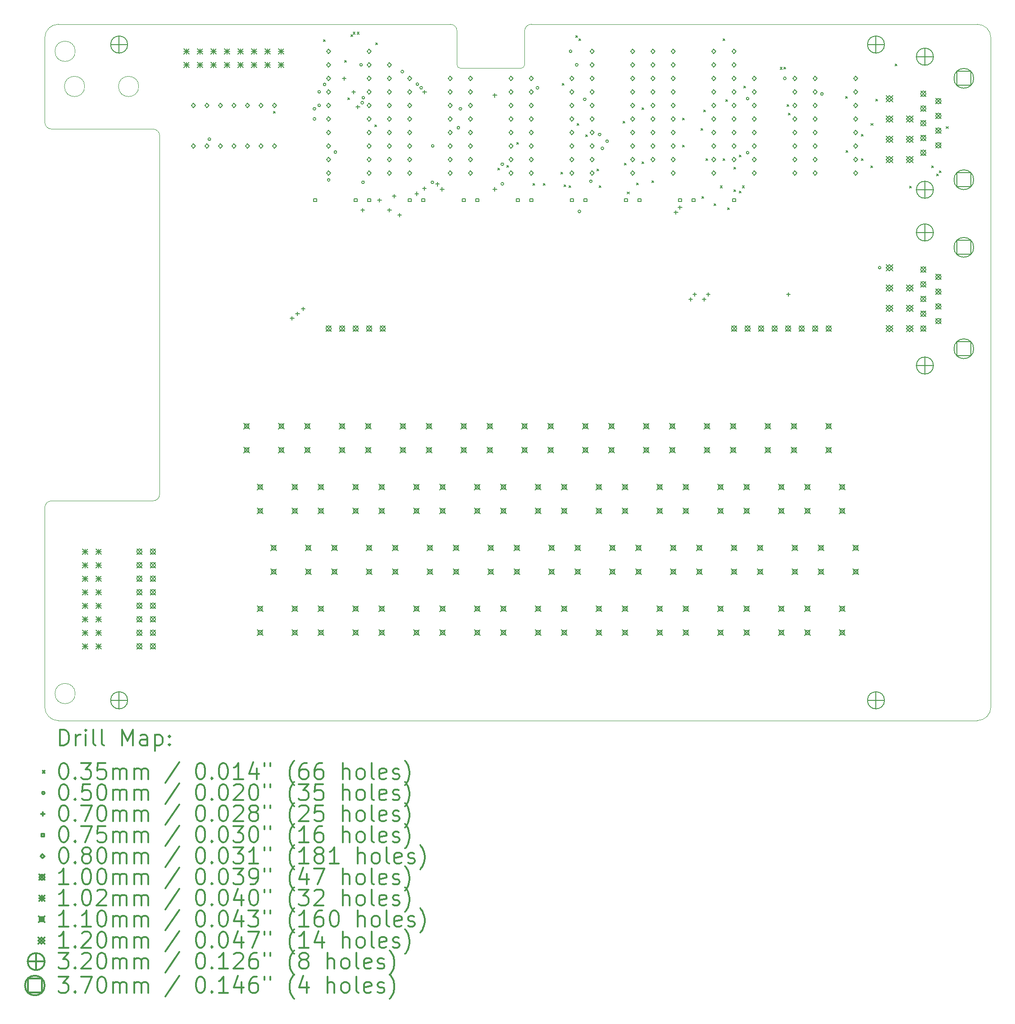
<source format=gbr>
%FSLAX45Y45*%
G04 Gerber Fmt 4.5, Leading zero omitted, Abs format (unit mm)*
G04 Created by KiCad (PCBNEW (5.1.2-1)-1) date 2023-07-30 18:57:09*
%MOMM*%
%LPD*%
G04 APERTURE LIST*
%ADD10C,0.120000*%
%ADD11C,0.050000*%
%ADD12C,0.200000*%
%ADD13C,0.300000*%
G04 APERTURE END LIST*
D10*
X1841500Y-13843000D02*
G75*
G03X1841500Y-13843000I-190500J0D01*
G01*
X1841500Y-1778000D02*
G75*
G03X1841500Y-1778000I-190500J0D01*
G01*
D11*
X10287000Y-2032000D02*
G75*
G02X10223500Y-2095500I-63500J0D01*
G01*
X9080500Y-2095500D02*
G75*
G02X9017000Y-2032000I0J63500D01*
G01*
X9017000Y-1397000D02*
X9017000Y-2032000D01*
X10287000Y-1397000D02*
G75*
G02X10414000Y-1270000I127000J0D01*
G01*
X10414000Y-1270000D02*
X18796000Y-1270000D01*
X10287000Y-2032000D02*
X10287000Y-1397000D01*
X9080500Y-2095500D02*
X10223500Y-2095500D01*
X8890000Y-1270000D02*
G75*
G02X9017000Y-1397000I0J-127000D01*
G01*
D10*
X3035300Y-2438400D02*
G75*
G03X3035300Y-2438400I-190500J0D01*
G01*
X2019300Y-2438400D02*
G75*
G03X2019300Y-2438400I-190500J0D01*
G01*
D11*
X1270000Y-10350500D02*
G75*
G02X1397000Y-10223500I127000J0D01*
G01*
X3429000Y-10096500D02*
G75*
G02X3302000Y-10223500I-127000J0D01*
G01*
X3302000Y-3238500D02*
G75*
G02X3429000Y-3365500I0J-127000D01*
G01*
X1397000Y-3238500D02*
G75*
G02X1270000Y-3111500I0J127000D01*
G01*
X1524000Y-14351000D02*
G75*
G02X1270000Y-14097000I0J254000D01*
G01*
X19050000Y-14097000D02*
G75*
G02X18796000Y-14351000I-254000J0D01*
G01*
X18796000Y-1270000D02*
G75*
G02X19050000Y-1524000I0J-254000D01*
G01*
X1270000Y-1524000D02*
G75*
G02X1524000Y-1270000I254000J0D01*
G01*
X1270000Y-3111500D02*
X1270000Y-1524000D01*
X3302000Y-3238500D02*
X1397000Y-3238500D01*
X3429000Y-10096500D02*
X3429000Y-3365500D01*
X1397000Y-10223500D02*
X3302000Y-10223500D01*
X1270000Y-14097000D02*
X1270000Y-10350500D01*
X18796000Y-14351000D02*
X1524000Y-14351000D01*
X19050000Y-1524000D02*
X19050000Y-14097000D01*
X1524000Y-1270000D02*
X8890000Y-1270000D01*
D12*
X5570500Y-2903500D02*
X5605500Y-2938500D01*
X5605500Y-2903500D02*
X5570500Y-2938500D01*
X6509982Y-1556982D02*
X6544982Y-1591982D01*
X6544982Y-1556982D02*
X6509982Y-1591982D01*
X6904000Y-1951000D02*
X6939000Y-1986000D01*
X6939000Y-1951000D02*
X6904000Y-1986000D01*
X6967500Y-2649500D02*
X7002500Y-2684500D01*
X7002500Y-2649500D02*
X6967500Y-2684500D01*
X7021830Y-1467240D02*
X7056830Y-1502240D01*
X7056830Y-1467240D02*
X7021830Y-1502240D01*
X7069100Y-1419740D02*
X7104100Y-1454740D01*
X7104100Y-1419740D02*
X7069100Y-1454740D01*
X7145160Y-1419740D02*
X7180160Y-1454740D01*
X7180160Y-1419740D02*
X7145160Y-1454740D01*
X7475500Y-3157500D02*
X7510500Y-3192500D01*
X7510500Y-3157500D02*
X7475500Y-3192500D01*
X7488200Y-1620800D02*
X7523200Y-1655800D01*
X7523200Y-1620800D02*
X7488200Y-1655800D01*
X9786900Y-3970300D02*
X9821900Y-4005300D01*
X9821900Y-3970300D02*
X9786900Y-4005300D01*
X9952000Y-3919500D02*
X9987000Y-3954500D01*
X9987000Y-3919500D02*
X9952000Y-3954500D01*
X10142500Y-3487700D02*
X10177500Y-3522700D01*
X10177500Y-3487700D02*
X10142500Y-3522700D01*
X10445800Y-4256501D02*
X10480800Y-4291501D01*
X10480800Y-4256501D02*
X10445800Y-4291501D01*
X10637800Y-4256501D02*
X10672800Y-4291501D01*
X10672800Y-4256501D02*
X10637800Y-4291501D01*
X10968000Y-4046500D02*
X11003000Y-4081500D01*
X11003000Y-4046500D02*
X10968000Y-4081500D01*
X10993400Y-2378500D02*
X11028400Y-2413500D01*
X11028400Y-2378500D02*
X10993400Y-2413500D01*
X11031500Y-4287800D02*
X11066500Y-4322800D01*
X11066500Y-4287800D02*
X11031500Y-4322800D01*
X11121899Y-4301999D02*
X11156899Y-4336999D01*
X11156899Y-4301999D02*
X11121899Y-4336999D01*
X11247400Y-1481100D02*
X11282400Y-1516100D01*
X11282400Y-1481100D02*
X11247400Y-1516100D01*
X11272800Y-3134500D02*
X11307800Y-3169500D01*
X11307800Y-3134500D02*
X11272800Y-3169500D01*
X11310900Y-1544600D02*
X11345900Y-1579600D01*
X11345900Y-1544600D02*
X11310900Y-1579600D01*
X11435005Y-3343499D02*
X11470005Y-3378499D01*
X11470005Y-3343499D02*
X11435005Y-3378499D01*
X11646154Y-3991500D02*
X11681154Y-4026500D01*
X11681154Y-3991500D02*
X11646154Y-4026500D01*
X11690401Y-4301999D02*
X11725401Y-4336999D01*
X11725401Y-4301999D02*
X11690401Y-4336999D01*
X12136400Y-3094000D02*
X12171400Y-3129000D01*
X12171400Y-3094000D02*
X12136400Y-3129000D01*
X12161800Y-3881400D02*
X12196800Y-3916400D01*
X12196800Y-3881400D02*
X12161800Y-3916400D01*
X12217438Y-4419638D02*
X12252438Y-4454638D01*
X12252438Y-4419638D02*
X12217438Y-4454638D01*
X12390400Y-4249700D02*
X12425400Y-4284700D01*
X12425400Y-4249700D02*
X12390400Y-4284700D01*
X12492000Y-2840000D02*
X12527000Y-2875000D01*
X12527000Y-2840000D02*
X12492000Y-2875000D01*
X12492000Y-3856000D02*
X12527000Y-3891000D01*
X12527000Y-3856000D02*
X12492000Y-3891000D01*
X12682500Y-4211600D02*
X12717500Y-4246600D01*
X12717500Y-4211600D02*
X12682500Y-4246600D01*
X13254000Y-3030500D02*
X13289000Y-3065500D01*
X13289000Y-3030500D02*
X13254000Y-3065500D01*
X13254000Y-3538500D02*
X13289000Y-3573500D01*
X13289000Y-3538500D02*
X13254000Y-3573500D01*
X13603500Y-3229500D02*
X13638500Y-3264500D01*
X13638500Y-3229500D02*
X13603500Y-3264500D01*
X13620462Y-4504500D02*
X13655462Y-4539500D01*
X13655462Y-4504500D02*
X13620462Y-4539500D01*
X13651000Y-2878100D02*
X13686000Y-2913100D01*
X13686000Y-2878100D02*
X13651000Y-2913100D01*
X13698500Y-3792500D02*
X13733500Y-3827500D01*
X13733500Y-3792500D02*
X13698500Y-3827500D01*
X13850900Y-4643400D02*
X13885900Y-4678400D01*
X13885900Y-4643400D02*
X13850900Y-4678400D01*
X13965200Y-4306600D02*
X14000200Y-4341600D01*
X14000200Y-4306600D02*
X13965200Y-4341600D01*
X14016000Y-1544600D02*
X14051000Y-1579600D01*
X14051000Y-1544600D02*
X14016000Y-1579600D01*
X14016000Y-3792500D02*
X14051000Y-3827500D01*
X14051000Y-3792500D02*
X14016000Y-3827500D01*
X14066800Y-2687500D02*
X14101800Y-2722500D01*
X14101800Y-2687500D02*
X14066800Y-2722500D01*
X14103641Y-4719600D02*
X14138641Y-4754600D01*
X14138641Y-4719600D02*
X14103641Y-4754600D01*
X14219200Y-3957500D02*
X14254200Y-3992500D01*
X14254200Y-3957500D02*
X14219200Y-3992500D01*
X14219200Y-4376700D02*
X14254200Y-4411700D01*
X14254200Y-4376700D02*
X14219200Y-4411700D01*
X14320800Y-3729000D02*
X14355800Y-3764000D01*
X14355800Y-3729000D02*
X14320800Y-3764000D01*
X14320800Y-4402100D02*
X14355800Y-4437100D01*
X14355800Y-4402100D02*
X14320800Y-4437100D01*
X14384300Y-4306600D02*
X14419300Y-4341600D01*
X14419300Y-4306600D02*
X14384300Y-4341600D01*
X14405500Y-2433500D02*
X14440500Y-2468500D01*
X14440500Y-2433500D02*
X14405500Y-2468500D01*
X15092912Y-2079087D02*
X15127912Y-2114088D01*
X15127912Y-2079087D02*
X15092912Y-2114088D01*
X15159000Y-2078000D02*
X15194000Y-2113000D01*
X15194000Y-2078000D02*
X15159000Y-2113000D01*
X15222500Y-2776500D02*
X15257500Y-2811500D01*
X15257500Y-2776500D02*
X15222500Y-2811500D01*
X15247900Y-2941500D02*
X15282900Y-2976500D01*
X15282900Y-2941500D02*
X15247900Y-2976500D01*
X16318000Y-2624100D02*
X16353000Y-2659100D01*
X16353000Y-2624100D02*
X16318000Y-2659100D01*
X16327400Y-3642500D02*
X16362400Y-3677500D01*
X16362400Y-3642500D02*
X16327400Y-3677500D01*
X16619500Y-3335300D02*
X16654500Y-3370300D01*
X16654500Y-3335300D02*
X16619500Y-3370300D01*
X16619500Y-3792500D02*
X16654500Y-3827500D01*
X16654500Y-3792500D02*
X16619500Y-3827500D01*
X16797300Y-3932200D02*
X16832300Y-3967200D01*
X16832300Y-3932200D02*
X16797300Y-3967200D01*
X16798200Y-3133000D02*
X16833200Y-3168000D01*
X16833200Y-3133000D02*
X16798200Y-3168000D01*
X16886200Y-2674900D02*
X16921200Y-2709900D01*
X16921200Y-2674900D02*
X16886200Y-2709900D01*
X17254500Y-2014500D02*
X17289500Y-2049500D01*
X17289500Y-2014500D02*
X17254500Y-2049500D01*
X17521200Y-4313200D02*
X17556200Y-4348200D01*
X17556200Y-4313200D02*
X17521200Y-4348200D01*
X17940341Y-3932241D02*
X17975341Y-3967241D01*
X17975341Y-3932241D02*
X17940341Y-3967241D01*
X18029200Y-4084600D02*
X18064200Y-4119600D01*
X18064200Y-4084600D02*
X18029200Y-4119600D01*
X18080000Y-4021100D02*
X18115000Y-4056100D01*
X18115000Y-4021100D02*
X18080000Y-4056100D01*
X18211500Y-3195600D02*
X18246500Y-3230600D01*
X18246500Y-3195600D02*
X18211500Y-3230600D01*
X4388000Y-3429000D02*
G75*
G03X4388000Y-3429000I-25000J0D01*
G01*
X6362300Y-2857500D02*
G75*
G03X6362300Y-2857500I-25000J0D01*
G01*
X6362300Y-3048000D02*
G75*
G03X6362300Y-3048000I-25000J0D01*
G01*
X6451200Y-2540000D02*
G75*
G03X6451200Y-2540000I-25000J0D01*
G01*
X6451200Y-2794000D02*
G75*
G03X6451200Y-2794000I-25000J0D01*
G01*
X6552800Y-2400300D02*
G75*
G03X6552800Y-2400300I-25000J0D01*
G01*
X6629000Y-4194000D02*
G75*
G03X6629000Y-4194000I-25000J0D01*
G01*
X6756000Y-3670300D02*
G75*
G03X6756000Y-3670300I-25000J0D01*
G01*
X7238600Y-2032000D02*
G75*
G03X7238600Y-2032000I-25000J0D01*
G01*
X7261000Y-2743200D02*
G75*
G03X7261000Y-2743200I-25000J0D01*
G01*
X7276700Y-4239000D02*
G75*
G03X7276700Y-4239000I-25000J0D01*
G01*
X7281000Y-2650000D02*
G75*
G03X7281000Y-2650000I-25000J0D01*
G01*
X8013300Y-2159000D02*
G75*
G03X8013300Y-2159000I-25000J0D01*
G01*
X8297000Y-2396000D02*
G75*
G03X8297000Y-2396000I-25000J0D01*
G01*
X8368381Y-2463178D02*
G75*
G03X8368381Y-2463178I-25000J0D01*
G01*
X8578211Y-4239000D02*
G75*
G03X8578211Y-4239000I-25000J0D01*
G01*
X8584800Y-3556000D02*
G75*
G03X8584800Y-3556000I-25000J0D01*
G01*
X9067400Y-3213100D02*
G75*
G03X9067400Y-3213100I-25000J0D01*
G01*
X9105500Y-2857500D02*
G75*
G03X9105500Y-2857500I-25000J0D01*
G01*
X9892900Y-3898900D02*
G75*
G03X9892900Y-3898900I-25000J0D01*
G01*
X9892900Y-4267200D02*
G75*
G03X9892900Y-4267200I-25000J0D01*
G01*
X10553300Y-2463800D02*
G75*
G03X10553300Y-2463800I-25000J0D01*
G01*
X11175600Y-1778000D02*
G75*
G03X11175600Y-1778000I-25000J0D01*
G01*
X11292200Y-2032000D02*
G75*
G03X11292200Y-2032000I-25000J0D01*
G01*
X11340700Y-4787000D02*
G75*
G03X11340700Y-4787000I-25000J0D01*
G01*
X11442300Y-2679700D02*
G75*
G03X11442300Y-2679700I-25000J0D01*
G01*
X11556600Y-4219001D02*
G75*
G03X11556600Y-4219001I-25000J0D01*
G01*
X11721700Y-3340100D02*
G75*
G03X11721700Y-3340100I-25000J0D01*
G01*
X11772500Y-3601001D02*
G75*
G03X11772500Y-3601001I-25000J0D01*
G01*
X11862500Y-3465999D02*
G75*
G03X11862500Y-3465999I-25000J0D01*
G01*
X14503000Y-2667000D02*
G75*
G03X14503000Y-2667000I-25000J0D01*
G01*
X14503000Y-3683000D02*
G75*
G03X14503000Y-3683000I-25000J0D01*
G01*
X15201500Y-2286000D02*
G75*
G03X15201500Y-2286000I-25000J0D01*
G01*
X15900000Y-2578100D02*
G75*
G03X15900000Y-2578100I-25000J0D01*
G01*
X16985500Y-5842000D02*
G75*
G03X16985500Y-5842000I-25000J0D01*
G01*
X5918200Y-6759500D02*
X5918200Y-6829500D01*
X5883200Y-6794500D02*
X5953200Y-6794500D01*
X6019800Y-6670600D02*
X6019800Y-6740600D01*
X5984800Y-6705600D02*
X6054800Y-6705600D01*
X6128497Y-6581700D02*
X6128497Y-6651700D01*
X6093497Y-6616700D02*
X6163497Y-6616700D01*
X6896100Y-2251000D02*
X6896100Y-2321000D01*
X6861100Y-2286000D02*
X6931100Y-2286000D01*
X7073900Y-2505000D02*
X7073900Y-2575000D01*
X7038900Y-2540000D02*
X7108900Y-2540000D01*
X7153845Y-2788200D02*
X7153845Y-2858200D01*
X7118845Y-2823200D02*
X7188845Y-2823200D01*
X7242532Y-4722000D02*
X7242532Y-4792000D01*
X7207532Y-4757000D02*
X7277532Y-4757000D01*
X7560300Y-4537000D02*
X7560300Y-4607000D01*
X7525300Y-4572000D02*
X7595300Y-4572000D01*
X7747000Y-4722000D02*
X7747000Y-4792000D01*
X7712000Y-4757000D02*
X7782000Y-4757000D01*
X7837000Y-4463998D02*
X7837000Y-4533998D01*
X7802000Y-4498998D02*
X7872000Y-4498998D01*
X7937500Y-4816400D02*
X7937500Y-4886400D01*
X7902500Y-4851400D02*
X7972500Y-4851400D01*
X8261038Y-4416038D02*
X8261038Y-4486038D01*
X8226038Y-4451038D02*
X8296038Y-4451038D01*
X8401038Y-4321100D02*
X8401038Y-4391100D01*
X8366038Y-4356100D02*
X8436038Y-4356100D01*
X8407400Y-2505000D02*
X8407400Y-2575000D01*
X8372400Y-2540000D02*
X8442400Y-2540000D01*
X8647600Y-4237027D02*
X8647600Y-4307027D01*
X8612600Y-4272027D02*
X8682600Y-4272027D01*
X8737600Y-4332000D02*
X8737600Y-4402000D01*
X8702600Y-4367000D02*
X8772600Y-4367000D01*
X9728200Y-2569000D02*
X9728200Y-2639000D01*
X9693200Y-2604000D02*
X9763200Y-2604000D01*
X9728200Y-4332000D02*
X9728200Y-4402000D01*
X9693200Y-4367000D02*
X9763200Y-4367000D01*
X13131800Y-4767000D02*
X13131800Y-4837000D01*
X13096800Y-4802000D02*
X13166800Y-4802000D01*
X13208000Y-4677000D02*
X13208000Y-4747000D01*
X13173000Y-4712000D02*
X13243000Y-4712000D01*
X13407877Y-6399500D02*
X13407877Y-6469500D01*
X13372877Y-6434500D02*
X13442877Y-6434500D01*
X13481797Y-6309500D02*
X13481797Y-6379500D01*
X13446797Y-6344500D02*
X13516797Y-6344500D01*
X13661797Y-6399500D02*
X13661797Y-6469500D01*
X13626797Y-6434500D02*
X13696797Y-6434500D01*
X13739527Y-6309500D02*
X13739527Y-6379500D01*
X13704527Y-6344500D02*
X13774527Y-6344500D01*
X15241900Y-6309500D02*
X15241900Y-6379500D01*
X15206900Y-6344500D02*
X15276900Y-6344500D01*
X7392517Y-4598517D02*
X7392517Y-4545483D01*
X7339483Y-4545483D01*
X7339483Y-4598517D01*
X7392517Y-4598517D01*
X8154517Y-4598517D02*
X8154517Y-4545483D01*
X8101483Y-4545483D01*
X8101483Y-4598517D01*
X8154517Y-4598517D01*
X12472517Y-4598517D02*
X12472517Y-4545483D01*
X12419483Y-4545483D01*
X12419483Y-4598517D01*
X12472517Y-4598517D01*
X13234517Y-4598517D02*
X13234517Y-4545483D01*
X13181483Y-4545483D01*
X13181483Y-4598517D01*
X13234517Y-4598517D01*
X11456517Y-4598517D02*
X11456517Y-4545483D01*
X11403483Y-4545483D01*
X11403483Y-4598517D01*
X11456517Y-4598517D01*
X12218517Y-4598517D02*
X12218517Y-4545483D01*
X12165483Y-4545483D01*
X12165483Y-4598517D01*
X12218517Y-4598517D01*
X13488517Y-4598517D02*
X13488517Y-4545483D01*
X13435483Y-4545483D01*
X13435483Y-4598517D01*
X13488517Y-4598517D01*
X14250517Y-4598517D02*
X14250517Y-4545483D01*
X14197483Y-4545483D01*
X14197483Y-4598517D01*
X14250517Y-4598517D01*
X6376517Y-4598517D02*
X6376517Y-4545483D01*
X6323483Y-4545483D01*
X6323483Y-4598517D01*
X6376517Y-4598517D01*
X7138517Y-4598517D02*
X7138517Y-4545483D01*
X7085483Y-4545483D01*
X7085483Y-4598517D01*
X7138517Y-4598517D01*
X9424517Y-4598517D02*
X9424517Y-4545483D01*
X9371483Y-4545483D01*
X9371483Y-4598517D01*
X9424517Y-4598517D01*
X10186517Y-4598517D02*
X10186517Y-4545483D01*
X10133483Y-4545483D01*
X10133483Y-4598517D01*
X10186517Y-4598517D01*
X10440517Y-4598517D02*
X10440517Y-4545483D01*
X10387483Y-4545483D01*
X10387483Y-4598517D01*
X10440517Y-4598517D01*
X11202517Y-4598517D02*
X11202517Y-4545483D01*
X11149483Y-4545483D01*
X11149483Y-4598517D01*
X11202517Y-4598517D01*
X8408517Y-4598517D02*
X8408517Y-4545483D01*
X8355483Y-4545483D01*
X8355483Y-4598517D01*
X8408517Y-4598517D01*
X9170517Y-4598517D02*
X9170517Y-4545483D01*
X9117483Y-4545483D01*
X9117483Y-4598517D01*
X9170517Y-4598517D01*
X8128000Y-2326000D02*
X8168000Y-2286000D01*
X8128000Y-2246000D01*
X8088000Y-2286000D01*
X8128000Y-2326000D01*
X8128000Y-2580000D02*
X8168000Y-2540000D01*
X8128000Y-2500000D01*
X8088000Y-2540000D01*
X8128000Y-2580000D01*
X8128000Y-2834000D02*
X8168000Y-2794000D01*
X8128000Y-2754000D01*
X8088000Y-2794000D01*
X8128000Y-2834000D01*
X8128000Y-3088000D02*
X8168000Y-3048000D01*
X8128000Y-3008000D01*
X8088000Y-3048000D01*
X8128000Y-3088000D01*
X8128000Y-3342000D02*
X8168000Y-3302000D01*
X8128000Y-3262000D01*
X8088000Y-3302000D01*
X8128000Y-3342000D01*
X8128000Y-3596000D02*
X8168000Y-3556000D01*
X8128000Y-3516000D01*
X8088000Y-3556000D01*
X8128000Y-3596000D01*
X8128000Y-3850000D02*
X8168000Y-3810000D01*
X8128000Y-3770000D01*
X8088000Y-3810000D01*
X8128000Y-3850000D01*
X8128000Y-4104000D02*
X8168000Y-4064000D01*
X8128000Y-4024000D01*
X8088000Y-4064000D01*
X8128000Y-4104000D01*
X8890000Y-2326000D02*
X8930000Y-2286000D01*
X8890000Y-2246000D01*
X8850000Y-2286000D01*
X8890000Y-2326000D01*
X8890000Y-2580000D02*
X8930000Y-2540000D01*
X8890000Y-2500000D01*
X8850000Y-2540000D01*
X8890000Y-2580000D01*
X8890000Y-2834000D02*
X8930000Y-2794000D01*
X8890000Y-2754000D01*
X8850000Y-2794000D01*
X8890000Y-2834000D01*
X8890000Y-3088000D02*
X8930000Y-3048000D01*
X8890000Y-3008000D01*
X8850000Y-3048000D01*
X8890000Y-3088000D01*
X8890000Y-3342000D02*
X8930000Y-3302000D01*
X8890000Y-3262000D01*
X8850000Y-3302000D01*
X8890000Y-3342000D01*
X8890000Y-3596000D02*
X8930000Y-3556000D01*
X8890000Y-3516000D01*
X8850000Y-3556000D01*
X8890000Y-3596000D01*
X8890000Y-3850000D02*
X8930000Y-3810000D01*
X8890000Y-3770000D01*
X8850000Y-3810000D01*
X8890000Y-3850000D01*
X8890000Y-4104000D02*
X8930000Y-4064000D01*
X8890000Y-4024000D01*
X8850000Y-4064000D01*
X8890000Y-4104000D01*
X15748000Y-2326000D02*
X15788000Y-2286000D01*
X15748000Y-2246000D01*
X15708000Y-2286000D01*
X15748000Y-2326000D01*
X15748000Y-2580000D02*
X15788000Y-2540000D01*
X15748000Y-2500000D01*
X15708000Y-2540000D01*
X15748000Y-2580000D01*
X15748000Y-2834000D02*
X15788000Y-2794000D01*
X15748000Y-2754000D01*
X15708000Y-2794000D01*
X15748000Y-2834000D01*
X15748000Y-3088000D02*
X15788000Y-3048000D01*
X15748000Y-3008000D01*
X15708000Y-3048000D01*
X15748000Y-3088000D01*
X15748000Y-3342000D02*
X15788000Y-3302000D01*
X15748000Y-3262000D01*
X15708000Y-3302000D01*
X15748000Y-3342000D01*
X15748000Y-3596000D02*
X15788000Y-3556000D01*
X15748000Y-3516000D01*
X15708000Y-3556000D01*
X15748000Y-3596000D01*
X15748000Y-3850000D02*
X15788000Y-3810000D01*
X15748000Y-3770000D01*
X15708000Y-3810000D01*
X15748000Y-3850000D01*
X15748000Y-4104000D02*
X15788000Y-4064000D01*
X15748000Y-4024000D01*
X15708000Y-4064000D01*
X15748000Y-4104000D01*
X16510000Y-2326000D02*
X16550000Y-2286000D01*
X16510000Y-2246000D01*
X16470000Y-2286000D01*
X16510000Y-2326000D01*
X16510000Y-2580000D02*
X16550000Y-2540000D01*
X16510000Y-2500000D01*
X16470000Y-2540000D01*
X16510000Y-2580000D01*
X16510000Y-2834000D02*
X16550000Y-2794000D01*
X16510000Y-2754000D01*
X16470000Y-2794000D01*
X16510000Y-2834000D01*
X16510000Y-3088000D02*
X16550000Y-3048000D01*
X16510000Y-3008000D01*
X16470000Y-3048000D01*
X16510000Y-3088000D01*
X16510000Y-3342000D02*
X16550000Y-3302000D01*
X16510000Y-3262000D01*
X16470000Y-3302000D01*
X16510000Y-3342000D01*
X16510000Y-3596000D02*
X16550000Y-3556000D01*
X16510000Y-3516000D01*
X16470000Y-3556000D01*
X16510000Y-3596000D01*
X16510000Y-3850000D02*
X16550000Y-3810000D01*
X16510000Y-3770000D01*
X16470000Y-3810000D01*
X16510000Y-3850000D01*
X16510000Y-4104000D02*
X16550000Y-4064000D01*
X16510000Y-4024000D01*
X16470000Y-4064000D01*
X16510000Y-4104000D01*
X13081000Y-1818000D02*
X13121000Y-1778000D01*
X13081000Y-1738000D01*
X13041000Y-1778000D01*
X13081000Y-1818000D01*
X13081000Y-2072000D02*
X13121000Y-2032000D01*
X13081000Y-1992000D01*
X13041000Y-2032000D01*
X13081000Y-2072000D01*
X13081000Y-2326000D02*
X13121000Y-2286000D01*
X13081000Y-2246000D01*
X13041000Y-2286000D01*
X13081000Y-2326000D01*
X13081000Y-2580000D02*
X13121000Y-2540000D01*
X13081000Y-2500000D01*
X13041000Y-2540000D01*
X13081000Y-2580000D01*
X13081000Y-2834000D02*
X13121000Y-2794000D01*
X13081000Y-2754000D01*
X13041000Y-2794000D01*
X13081000Y-2834000D01*
X13081000Y-3088000D02*
X13121000Y-3048000D01*
X13081000Y-3008000D01*
X13041000Y-3048000D01*
X13081000Y-3088000D01*
X13081000Y-3342000D02*
X13121000Y-3302000D01*
X13081000Y-3262000D01*
X13041000Y-3302000D01*
X13081000Y-3342000D01*
X13081000Y-3596000D02*
X13121000Y-3556000D01*
X13081000Y-3516000D01*
X13041000Y-3556000D01*
X13081000Y-3596000D01*
X13081000Y-3850000D02*
X13121000Y-3810000D01*
X13081000Y-3770000D01*
X13041000Y-3810000D01*
X13081000Y-3850000D01*
X13081000Y-4104000D02*
X13121000Y-4064000D01*
X13081000Y-4024000D01*
X13041000Y-4064000D01*
X13081000Y-4104000D01*
X13843000Y-1818000D02*
X13883000Y-1778000D01*
X13843000Y-1738000D01*
X13803000Y-1778000D01*
X13843000Y-1818000D01*
X13843000Y-2072000D02*
X13883000Y-2032000D01*
X13843000Y-1992000D01*
X13803000Y-2032000D01*
X13843000Y-2072000D01*
X13843000Y-2326000D02*
X13883000Y-2286000D01*
X13843000Y-2246000D01*
X13803000Y-2286000D01*
X13843000Y-2326000D01*
X13843000Y-2580000D02*
X13883000Y-2540000D01*
X13843000Y-2500000D01*
X13803000Y-2540000D01*
X13843000Y-2580000D01*
X13843000Y-2834000D02*
X13883000Y-2794000D01*
X13843000Y-2754000D01*
X13803000Y-2794000D01*
X13843000Y-2834000D01*
X13843000Y-3088000D02*
X13883000Y-3048000D01*
X13843000Y-3008000D01*
X13803000Y-3048000D01*
X13843000Y-3088000D01*
X13843000Y-3342000D02*
X13883000Y-3302000D01*
X13843000Y-3262000D01*
X13803000Y-3302000D01*
X13843000Y-3342000D01*
X13843000Y-3596000D02*
X13883000Y-3556000D01*
X13843000Y-3516000D01*
X13803000Y-3556000D01*
X13843000Y-3596000D01*
X13843000Y-3850000D02*
X13883000Y-3810000D01*
X13843000Y-3770000D01*
X13803000Y-3810000D01*
X13843000Y-3850000D01*
X13843000Y-4104000D02*
X13883000Y-4064000D01*
X13843000Y-4024000D01*
X13803000Y-4064000D01*
X13843000Y-4104000D01*
X7747000Y-2072000D02*
X7787000Y-2032000D01*
X7747000Y-1992000D01*
X7707000Y-2032000D01*
X7747000Y-2072000D01*
X7747000Y-2326000D02*
X7787000Y-2286000D01*
X7747000Y-2246000D01*
X7707000Y-2286000D01*
X7747000Y-2326000D01*
X7747000Y-2580000D02*
X7787000Y-2540000D01*
X7747000Y-2500000D01*
X7707000Y-2540000D01*
X7747000Y-2580000D01*
X7747000Y-2834000D02*
X7787000Y-2794000D01*
X7747000Y-2754000D01*
X7707000Y-2794000D01*
X7747000Y-2834000D01*
X7747000Y-3088000D02*
X7787000Y-3048000D01*
X7747000Y-3008000D01*
X7707000Y-3048000D01*
X7747000Y-3088000D01*
X7747000Y-3342000D02*
X7787000Y-3302000D01*
X7747000Y-3262000D01*
X7707000Y-3302000D01*
X7747000Y-3342000D01*
X7747000Y-3596000D02*
X7787000Y-3556000D01*
X7747000Y-3516000D01*
X7707000Y-3556000D01*
X7747000Y-3596000D01*
X7747000Y-3850000D02*
X7787000Y-3810000D01*
X7747000Y-3770000D01*
X7707000Y-3810000D01*
X7747000Y-3850000D01*
X7747000Y-4104000D02*
X7787000Y-4064000D01*
X7747000Y-4024000D01*
X7707000Y-4064000D01*
X7747000Y-4104000D01*
X14605000Y-2326000D02*
X14645000Y-2286000D01*
X14605000Y-2246000D01*
X14565000Y-2286000D01*
X14605000Y-2326000D01*
X14605000Y-2580000D02*
X14645000Y-2540000D01*
X14605000Y-2500000D01*
X14565000Y-2540000D01*
X14605000Y-2580000D01*
X14605000Y-2834000D02*
X14645000Y-2794000D01*
X14605000Y-2754000D01*
X14565000Y-2794000D01*
X14605000Y-2834000D01*
X14605000Y-3088000D02*
X14645000Y-3048000D01*
X14605000Y-3008000D01*
X14565000Y-3048000D01*
X14605000Y-3088000D01*
X14605000Y-3342000D02*
X14645000Y-3302000D01*
X14605000Y-3262000D01*
X14565000Y-3302000D01*
X14605000Y-3342000D01*
X14605000Y-3596000D02*
X14645000Y-3556000D01*
X14605000Y-3516000D01*
X14565000Y-3556000D01*
X14605000Y-3596000D01*
X14605000Y-3850000D02*
X14645000Y-3810000D01*
X14605000Y-3770000D01*
X14565000Y-3810000D01*
X14605000Y-3850000D01*
X14605000Y-4104000D02*
X14645000Y-4064000D01*
X14605000Y-4024000D01*
X14565000Y-4064000D01*
X14605000Y-4104000D01*
X15367000Y-2326000D02*
X15407000Y-2286000D01*
X15367000Y-2246000D01*
X15327000Y-2286000D01*
X15367000Y-2326000D01*
X15367000Y-2580000D02*
X15407000Y-2540000D01*
X15367000Y-2500000D01*
X15327000Y-2540000D01*
X15367000Y-2580000D01*
X15367000Y-2834000D02*
X15407000Y-2794000D01*
X15367000Y-2754000D01*
X15327000Y-2794000D01*
X15367000Y-2834000D01*
X15367000Y-3088000D02*
X15407000Y-3048000D01*
X15367000Y-3008000D01*
X15327000Y-3048000D01*
X15367000Y-3088000D01*
X15367000Y-3342000D02*
X15407000Y-3302000D01*
X15367000Y-3262000D01*
X15327000Y-3302000D01*
X15367000Y-3342000D01*
X15367000Y-3596000D02*
X15407000Y-3556000D01*
X15367000Y-3516000D01*
X15327000Y-3556000D01*
X15367000Y-3596000D01*
X15367000Y-3850000D02*
X15407000Y-3810000D01*
X15367000Y-3770000D01*
X15327000Y-3810000D01*
X15367000Y-3850000D01*
X15367000Y-4104000D02*
X15407000Y-4064000D01*
X15367000Y-4024000D01*
X15327000Y-4064000D01*
X15367000Y-4104000D01*
X12700000Y-1818000D02*
X12740000Y-1778000D01*
X12700000Y-1738000D01*
X12660000Y-1778000D01*
X12700000Y-1818000D01*
X12700000Y-2072000D02*
X12740000Y-2032000D01*
X12700000Y-1992000D01*
X12660000Y-2032000D01*
X12700000Y-2072000D01*
X12700000Y-2326000D02*
X12740000Y-2286000D01*
X12700000Y-2246000D01*
X12660000Y-2286000D01*
X12700000Y-2326000D01*
X12700000Y-2580000D02*
X12740000Y-2540000D01*
X12700000Y-2500000D01*
X12660000Y-2540000D01*
X12700000Y-2580000D01*
X12700000Y-2834000D02*
X12740000Y-2794000D01*
X12700000Y-2754000D01*
X12660000Y-2794000D01*
X12700000Y-2834000D01*
X12700000Y-3088000D02*
X12740000Y-3048000D01*
X12700000Y-3008000D01*
X12660000Y-3048000D01*
X12700000Y-3088000D01*
X12700000Y-3342000D02*
X12740000Y-3302000D01*
X12700000Y-3262000D01*
X12660000Y-3302000D01*
X12700000Y-3342000D01*
X12700000Y-3596000D02*
X12740000Y-3556000D01*
X12700000Y-3516000D01*
X12660000Y-3556000D01*
X12700000Y-3596000D01*
X12700000Y-3850000D02*
X12740000Y-3810000D01*
X12700000Y-3770000D01*
X12660000Y-3810000D01*
X12700000Y-3850000D01*
X4064000Y-2834000D02*
X4104000Y-2794000D01*
X4064000Y-2754000D01*
X4024000Y-2794000D01*
X4064000Y-2834000D01*
X4064000Y-3596000D02*
X4104000Y-3556000D01*
X4064000Y-3516000D01*
X4024000Y-3556000D01*
X4064000Y-3596000D01*
X4318000Y-2834000D02*
X4358000Y-2794000D01*
X4318000Y-2754000D01*
X4278000Y-2794000D01*
X4318000Y-2834000D01*
X4318000Y-3596000D02*
X4358000Y-3556000D01*
X4318000Y-3516000D01*
X4278000Y-3556000D01*
X4318000Y-3596000D01*
X4572000Y-2834000D02*
X4612000Y-2794000D01*
X4572000Y-2754000D01*
X4532000Y-2794000D01*
X4572000Y-2834000D01*
X4572000Y-3596000D02*
X4612000Y-3556000D01*
X4572000Y-3516000D01*
X4532000Y-3556000D01*
X4572000Y-3596000D01*
X4826000Y-2834000D02*
X4866000Y-2794000D01*
X4826000Y-2754000D01*
X4786000Y-2794000D01*
X4826000Y-2834000D01*
X4826000Y-3596000D02*
X4866000Y-3556000D01*
X4826000Y-3516000D01*
X4786000Y-3556000D01*
X4826000Y-3596000D01*
X5080000Y-2834000D02*
X5120000Y-2794000D01*
X5080000Y-2754000D01*
X5040000Y-2794000D01*
X5080000Y-2834000D01*
X5080000Y-3596000D02*
X5120000Y-3556000D01*
X5080000Y-3516000D01*
X5040000Y-3556000D01*
X5080000Y-3596000D01*
X5334000Y-2834000D02*
X5374000Y-2794000D01*
X5334000Y-2754000D01*
X5294000Y-2794000D01*
X5334000Y-2834000D01*
X5334000Y-3596000D02*
X5374000Y-3556000D01*
X5334000Y-3516000D01*
X5294000Y-3556000D01*
X5334000Y-3596000D01*
X5588000Y-2834000D02*
X5628000Y-2794000D01*
X5588000Y-2754000D01*
X5548000Y-2794000D01*
X5588000Y-2834000D01*
X5588000Y-3596000D02*
X5628000Y-3556000D01*
X5588000Y-3516000D01*
X5548000Y-3556000D01*
X5588000Y-3596000D01*
X11557000Y-1818000D02*
X11597000Y-1778000D01*
X11557000Y-1738000D01*
X11517000Y-1778000D01*
X11557000Y-1818000D01*
X11557000Y-2072000D02*
X11597000Y-2032000D01*
X11557000Y-1992000D01*
X11517000Y-2032000D01*
X11557000Y-2072000D01*
X11557000Y-2326000D02*
X11597000Y-2286000D01*
X11557000Y-2246000D01*
X11517000Y-2286000D01*
X11557000Y-2326000D01*
X11557000Y-2580000D02*
X11597000Y-2540000D01*
X11557000Y-2500000D01*
X11517000Y-2540000D01*
X11557000Y-2580000D01*
X11557000Y-2834000D02*
X11597000Y-2794000D01*
X11557000Y-2754000D01*
X11517000Y-2794000D01*
X11557000Y-2834000D01*
X11557000Y-3088000D02*
X11597000Y-3048000D01*
X11557000Y-3008000D01*
X11517000Y-3048000D01*
X11557000Y-3088000D01*
X11557000Y-3342000D02*
X11597000Y-3302000D01*
X11557000Y-3262000D01*
X11517000Y-3302000D01*
X11557000Y-3342000D01*
X11557000Y-3596000D02*
X11597000Y-3556000D01*
X11557000Y-3516000D01*
X11517000Y-3556000D01*
X11557000Y-3596000D01*
X11557000Y-3850000D02*
X11597000Y-3810000D01*
X11557000Y-3770000D01*
X11517000Y-3810000D01*
X11557000Y-3850000D01*
X11557000Y-4104000D02*
X11597000Y-4064000D01*
X11557000Y-4024000D01*
X11517000Y-4064000D01*
X11557000Y-4104000D01*
X12319000Y-1818000D02*
X12359000Y-1778000D01*
X12319000Y-1738000D01*
X12279000Y-1778000D01*
X12319000Y-1818000D01*
X12319000Y-2072000D02*
X12359000Y-2032000D01*
X12319000Y-1992000D01*
X12279000Y-2032000D01*
X12319000Y-2072000D01*
X12319000Y-2326000D02*
X12359000Y-2286000D01*
X12319000Y-2246000D01*
X12279000Y-2286000D01*
X12319000Y-2326000D01*
X12319000Y-2580000D02*
X12359000Y-2540000D01*
X12319000Y-2500000D01*
X12279000Y-2540000D01*
X12319000Y-2580000D01*
X12319000Y-2834000D02*
X12359000Y-2794000D01*
X12319000Y-2754000D01*
X12279000Y-2794000D01*
X12319000Y-2834000D01*
X12319000Y-3088000D02*
X12359000Y-3048000D01*
X12319000Y-3008000D01*
X12279000Y-3048000D01*
X12319000Y-3088000D01*
X12319000Y-3342000D02*
X12359000Y-3302000D01*
X12319000Y-3262000D01*
X12279000Y-3302000D01*
X12319000Y-3342000D01*
X12319000Y-3596000D02*
X12359000Y-3556000D01*
X12319000Y-3516000D01*
X12279000Y-3556000D01*
X12319000Y-3596000D01*
X12319000Y-3850000D02*
X12359000Y-3810000D01*
X12319000Y-3770000D01*
X12279000Y-3810000D01*
X12319000Y-3850000D01*
X12319000Y-4104000D02*
X12359000Y-4064000D01*
X12319000Y-4024000D01*
X12279000Y-4064000D01*
X12319000Y-4104000D01*
X9271000Y-2326000D02*
X9311000Y-2286000D01*
X9271000Y-2246000D01*
X9231000Y-2286000D01*
X9271000Y-2326000D01*
X9271000Y-2580000D02*
X9311000Y-2540000D01*
X9271000Y-2500000D01*
X9231000Y-2540000D01*
X9271000Y-2580000D01*
X9271000Y-2834000D02*
X9311000Y-2794000D01*
X9271000Y-2754000D01*
X9231000Y-2794000D01*
X9271000Y-2834000D01*
X9271000Y-3088000D02*
X9311000Y-3048000D01*
X9271000Y-3008000D01*
X9231000Y-3048000D01*
X9271000Y-3088000D01*
X9271000Y-3342000D02*
X9311000Y-3302000D01*
X9271000Y-3262000D01*
X9231000Y-3302000D01*
X9271000Y-3342000D01*
X9271000Y-3596000D02*
X9311000Y-3556000D01*
X9271000Y-3516000D01*
X9231000Y-3556000D01*
X9271000Y-3596000D01*
X9271000Y-3850000D02*
X9311000Y-3810000D01*
X9271000Y-3770000D01*
X9231000Y-3810000D01*
X9271000Y-3850000D01*
X9271000Y-4104000D02*
X9311000Y-4064000D01*
X9271000Y-4024000D01*
X9231000Y-4064000D01*
X9271000Y-4104000D01*
X10033000Y-2326000D02*
X10073000Y-2286000D01*
X10033000Y-2246000D01*
X9993000Y-2286000D01*
X10033000Y-2326000D01*
X10033000Y-2580000D02*
X10073000Y-2540000D01*
X10033000Y-2500000D01*
X9993000Y-2540000D01*
X10033000Y-2580000D01*
X10033000Y-2834000D02*
X10073000Y-2794000D01*
X10033000Y-2754000D01*
X9993000Y-2794000D01*
X10033000Y-2834000D01*
X10033000Y-3088000D02*
X10073000Y-3048000D01*
X10033000Y-3008000D01*
X9993000Y-3048000D01*
X10033000Y-3088000D01*
X10033000Y-3342000D02*
X10073000Y-3302000D01*
X10033000Y-3262000D01*
X9993000Y-3302000D01*
X10033000Y-3342000D01*
X10033000Y-3596000D02*
X10073000Y-3556000D01*
X10033000Y-3516000D01*
X9993000Y-3556000D01*
X10033000Y-3596000D01*
X10033000Y-3850000D02*
X10073000Y-3810000D01*
X10033000Y-3770000D01*
X9993000Y-3810000D01*
X10033000Y-3850000D01*
X10033000Y-4104000D02*
X10073000Y-4064000D01*
X10033000Y-4024000D01*
X9993000Y-4064000D01*
X10033000Y-4104000D01*
X10414000Y-2326000D02*
X10454000Y-2286000D01*
X10414000Y-2246000D01*
X10374000Y-2286000D01*
X10414000Y-2326000D01*
X10414000Y-2580000D02*
X10454000Y-2540000D01*
X10414000Y-2500000D01*
X10374000Y-2540000D01*
X10414000Y-2580000D01*
X10414000Y-2834000D02*
X10454000Y-2794000D01*
X10414000Y-2754000D01*
X10374000Y-2794000D01*
X10414000Y-2834000D01*
X10414000Y-3088000D02*
X10454000Y-3048000D01*
X10414000Y-3008000D01*
X10374000Y-3048000D01*
X10414000Y-3088000D01*
X10414000Y-3342000D02*
X10454000Y-3302000D01*
X10414000Y-3262000D01*
X10374000Y-3302000D01*
X10414000Y-3342000D01*
X10414000Y-3596000D02*
X10454000Y-3556000D01*
X10414000Y-3516000D01*
X10374000Y-3556000D01*
X10414000Y-3596000D01*
X10414000Y-3850000D02*
X10454000Y-3810000D01*
X10414000Y-3770000D01*
X10374000Y-3810000D01*
X10414000Y-3850000D01*
X10414000Y-4104000D02*
X10454000Y-4064000D01*
X10414000Y-4024000D01*
X10374000Y-4064000D01*
X10414000Y-4104000D01*
X11176000Y-2326000D02*
X11216000Y-2286000D01*
X11176000Y-2246000D01*
X11136000Y-2286000D01*
X11176000Y-2326000D01*
X11176000Y-2580000D02*
X11216000Y-2540000D01*
X11176000Y-2500000D01*
X11136000Y-2540000D01*
X11176000Y-2580000D01*
X11176000Y-2834000D02*
X11216000Y-2794000D01*
X11176000Y-2754000D01*
X11136000Y-2794000D01*
X11176000Y-2834000D01*
X11176000Y-3088000D02*
X11216000Y-3048000D01*
X11176000Y-3008000D01*
X11136000Y-3048000D01*
X11176000Y-3088000D01*
X11176000Y-3342000D02*
X11216000Y-3302000D01*
X11176000Y-3262000D01*
X11136000Y-3302000D01*
X11176000Y-3342000D01*
X11176000Y-3596000D02*
X11216000Y-3556000D01*
X11176000Y-3516000D01*
X11136000Y-3556000D01*
X11176000Y-3596000D01*
X11176000Y-3850000D02*
X11216000Y-3810000D01*
X11176000Y-3770000D01*
X11136000Y-3810000D01*
X11176000Y-3850000D01*
X11176000Y-4104000D02*
X11216000Y-4064000D01*
X11176000Y-4024000D01*
X11136000Y-4064000D01*
X11176000Y-4104000D01*
X14224000Y-1818000D02*
X14264000Y-1778000D01*
X14224000Y-1738000D01*
X14184000Y-1778000D01*
X14224000Y-1818000D01*
X14224000Y-2072000D02*
X14264000Y-2032000D01*
X14224000Y-1992000D01*
X14184000Y-2032000D01*
X14224000Y-2072000D01*
X14224000Y-2326000D02*
X14264000Y-2286000D01*
X14224000Y-2246000D01*
X14184000Y-2286000D01*
X14224000Y-2326000D01*
X14224000Y-2580000D02*
X14264000Y-2540000D01*
X14224000Y-2500000D01*
X14184000Y-2540000D01*
X14224000Y-2580000D01*
X14224000Y-2834000D02*
X14264000Y-2794000D01*
X14224000Y-2754000D01*
X14184000Y-2794000D01*
X14224000Y-2834000D01*
X14224000Y-3088000D02*
X14264000Y-3048000D01*
X14224000Y-3008000D01*
X14184000Y-3048000D01*
X14224000Y-3088000D01*
X14224000Y-3342000D02*
X14264000Y-3302000D01*
X14224000Y-3262000D01*
X14184000Y-3302000D01*
X14224000Y-3342000D01*
X14224000Y-3596000D02*
X14264000Y-3556000D01*
X14224000Y-3516000D01*
X14184000Y-3556000D01*
X14224000Y-3596000D01*
X14224000Y-3850000D02*
X14264000Y-3810000D01*
X14224000Y-3770000D01*
X14184000Y-3810000D01*
X14224000Y-3850000D01*
X6604000Y-1818000D02*
X6644000Y-1778000D01*
X6604000Y-1738000D01*
X6564000Y-1778000D01*
X6604000Y-1818000D01*
X6604000Y-2072000D02*
X6644000Y-2032000D01*
X6604000Y-1992000D01*
X6564000Y-2032000D01*
X6604000Y-2072000D01*
X6604000Y-2326000D02*
X6644000Y-2286000D01*
X6604000Y-2246000D01*
X6564000Y-2286000D01*
X6604000Y-2326000D01*
X6604000Y-2580000D02*
X6644000Y-2540000D01*
X6604000Y-2500000D01*
X6564000Y-2540000D01*
X6604000Y-2580000D01*
X6604000Y-2834000D02*
X6644000Y-2794000D01*
X6604000Y-2754000D01*
X6564000Y-2794000D01*
X6604000Y-2834000D01*
X6604000Y-3088000D02*
X6644000Y-3048000D01*
X6604000Y-3008000D01*
X6564000Y-3048000D01*
X6604000Y-3088000D01*
X6604000Y-3342000D02*
X6644000Y-3302000D01*
X6604000Y-3262000D01*
X6564000Y-3302000D01*
X6604000Y-3342000D01*
X6604000Y-3596000D02*
X6644000Y-3556000D01*
X6604000Y-3516000D01*
X6564000Y-3556000D01*
X6604000Y-3596000D01*
X6604000Y-3850000D02*
X6644000Y-3810000D01*
X6604000Y-3770000D01*
X6564000Y-3810000D01*
X6604000Y-3850000D01*
X6604000Y-4104000D02*
X6644000Y-4064000D01*
X6604000Y-4024000D01*
X6564000Y-4064000D01*
X6604000Y-4104000D01*
X7366000Y-1818000D02*
X7406000Y-1778000D01*
X7366000Y-1738000D01*
X7326000Y-1778000D01*
X7366000Y-1818000D01*
X7366000Y-2072000D02*
X7406000Y-2032000D01*
X7366000Y-1992000D01*
X7326000Y-2032000D01*
X7366000Y-2072000D01*
X7366000Y-2326000D02*
X7406000Y-2286000D01*
X7366000Y-2246000D01*
X7326000Y-2286000D01*
X7366000Y-2326000D01*
X7366000Y-2580000D02*
X7406000Y-2540000D01*
X7366000Y-2500000D01*
X7326000Y-2540000D01*
X7366000Y-2580000D01*
X7366000Y-2834000D02*
X7406000Y-2794000D01*
X7366000Y-2754000D01*
X7326000Y-2794000D01*
X7366000Y-2834000D01*
X7366000Y-3088000D02*
X7406000Y-3048000D01*
X7366000Y-3008000D01*
X7326000Y-3048000D01*
X7366000Y-3088000D01*
X7366000Y-3342000D02*
X7406000Y-3302000D01*
X7366000Y-3262000D01*
X7326000Y-3302000D01*
X7366000Y-3342000D01*
X7366000Y-3596000D02*
X7406000Y-3556000D01*
X7366000Y-3516000D01*
X7326000Y-3556000D01*
X7366000Y-3596000D01*
X7366000Y-3850000D02*
X7406000Y-3810000D01*
X7366000Y-3770000D01*
X7326000Y-3810000D01*
X7366000Y-3850000D01*
X7366000Y-4104000D02*
X7406000Y-4064000D01*
X7366000Y-4024000D01*
X7326000Y-4064000D01*
X7366000Y-4104000D01*
X17730000Y-5827000D02*
X17830000Y-5927000D01*
X17830000Y-5827000D02*
X17730000Y-5927000D01*
X17830000Y-5877000D02*
G75*
G03X17830000Y-5877000I-50000J0D01*
G01*
X17730000Y-6104000D02*
X17830000Y-6204000D01*
X17830000Y-6104000D02*
X17730000Y-6204000D01*
X17830000Y-6154000D02*
G75*
G03X17830000Y-6154000I-50000J0D01*
G01*
X17730000Y-6381000D02*
X17830000Y-6481000D01*
X17830000Y-6381000D02*
X17730000Y-6481000D01*
X17830000Y-6431000D02*
G75*
G03X17830000Y-6431000I-50000J0D01*
G01*
X17730000Y-6658000D02*
X17830000Y-6758000D01*
X17830000Y-6658000D02*
X17730000Y-6758000D01*
X17830000Y-6708000D02*
G75*
G03X17830000Y-6708000I-50000J0D01*
G01*
X17730000Y-6935000D02*
X17830000Y-7035000D01*
X17830000Y-6935000D02*
X17730000Y-7035000D01*
X17830000Y-6985000D02*
G75*
G03X17830000Y-6985000I-50000J0D01*
G01*
X18014000Y-5965500D02*
X18114000Y-6065500D01*
X18114000Y-5965500D02*
X18014000Y-6065500D01*
X18114000Y-6015500D02*
G75*
G03X18114000Y-6015500I-50000J0D01*
G01*
X18014000Y-6242500D02*
X18114000Y-6342500D01*
X18114000Y-6242500D02*
X18014000Y-6342500D01*
X18114000Y-6292500D02*
G75*
G03X18114000Y-6292500I-50000J0D01*
G01*
X18014000Y-6519500D02*
X18114000Y-6619500D01*
X18114000Y-6519500D02*
X18014000Y-6619500D01*
X18114000Y-6569500D02*
G75*
G03X18114000Y-6569500I-50000J0D01*
G01*
X18014000Y-6796500D02*
X18114000Y-6896500D01*
X18114000Y-6796500D02*
X18014000Y-6896500D01*
X18114000Y-6846500D02*
G75*
G03X18114000Y-6846500I-50000J0D01*
G01*
X6554000Y-6935000D02*
X6654000Y-7035000D01*
X6654000Y-6935000D02*
X6554000Y-7035000D01*
X6654000Y-6985000D02*
G75*
G03X6654000Y-6985000I-50000J0D01*
G01*
X6808000Y-6935000D02*
X6908000Y-7035000D01*
X6908000Y-6935000D02*
X6808000Y-7035000D01*
X6908000Y-6985000D02*
G75*
G03X6908000Y-6985000I-50000J0D01*
G01*
X7062000Y-6935000D02*
X7162000Y-7035000D01*
X7162000Y-6935000D02*
X7062000Y-7035000D01*
X7162000Y-6985000D02*
G75*
G03X7162000Y-6985000I-50000J0D01*
G01*
X7316000Y-6935000D02*
X7416000Y-7035000D01*
X7416000Y-6935000D02*
X7316000Y-7035000D01*
X7416000Y-6985000D02*
G75*
G03X7416000Y-6985000I-50000J0D01*
G01*
X7570000Y-6935000D02*
X7670000Y-7035000D01*
X7670000Y-6935000D02*
X7570000Y-7035000D01*
X7670000Y-6985000D02*
G75*
G03X7670000Y-6985000I-50000J0D01*
G01*
X17730000Y-2525000D02*
X17830000Y-2625000D01*
X17830000Y-2525000D02*
X17730000Y-2625000D01*
X17830000Y-2575000D02*
G75*
G03X17830000Y-2575000I-50000J0D01*
G01*
X17730000Y-2802000D02*
X17830000Y-2902000D01*
X17830000Y-2802000D02*
X17730000Y-2902000D01*
X17830000Y-2852000D02*
G75*
G03X17830000Y-2852000I-50000J0D01*
G01*
X17730000Y-3079000D02*
X17830000Y-3179000D01*
X17830000Y-3079000D02*
X17730000Y-3179000D01*
X17830000Y-3129000D02*
G75*
G03X17830000Y-3129000I-50000J0D01*
G01*
X17730000Y-3356000D02*
X17830000Y-3456000D01*
X17830000Y-3356000D02*
X17730000Y-3456000D01*
X17830000Y-3406000D02*
G75*
G03X17830000Y-3406000I-50000J0D01*
G01*
X17730000Y-3633000D02*
X17830000Y-3733000D01*
X17830000Y-3633000D02*
X17730000Y-3733000D01*
X17830000Y-3683000D02*
G75*
G03X17830000Y-3683000I-50000J0D01*
G01*
X18014000Y-2663500D02*
X18114000Y-2763500D01*
X18114000Y-2663500D02*
X18014000Y-2763500D01*
X18114000Y-2713500D02*
G75*
G03X18114000Y-2713500I-50000J0D01*
G01*
X18014000Y-2940500D02*
X18114000Y-3040500D01*
X18114000Y-2940500D02*
X18014000Y-3040500D01*
X18114000Y-2990500D02*
G75*
G03X18114000Y-2990500I-50000J0D01*
G01*
X18014000Y-3217500D02*
X18114000Y-3317500D01*
X18114000Y-3217500D02*
X18014000Y-3317500D01*
X18114000Y-3267500D02*
G75*
G03X18114000Y-3267500I-50000J0D01*
G01*
X18014000Y-3494500D02*
X18114000Y-3594500D01*
X18114000Y-3494500D02*
X18014000Y-3594500D01*
X18114000Y-3544500D02*
G75*
G03X18114000Y-3544500I-50000J0D01*
G01*
X2998000Y-11126000D02*
X3098000Y-11226000D01*
X3098000Y-11126000D02*
X2998000Y-11226000D01*
X3098000Y-11176000D02*
G75*
G03X3098000Y-11176000I-50000J0D01*
G01*
X2998000Y-11380000D02*
X3098000Y-11480000D01*
X3098000Y-11380000D02*
X2998000Y-11480000D01*
X3098000Y-11430000D02*
G75*
G03X3098000Y-11430000I-50000J0D01*
G01*
X2998000Y-11634000D02*
X3098000Y-11734000D01*
X3098000Y-11634000D02*
X2998000Y-11734000D01*
X3098000Y-11684000D02*
G75*
G03X3098000Y-11684000I-50000J0D01*
G01*
X2998000Y-11888000D02*
X3098000Y-11988000D01*
X3098000Y-11888000D02*
X2998000Y-11988000D01*
X3098000Y-11938000D02*
G75*
G03X3098000Y-11938000I-50000J0D01*
G01*
X2998000Y-12142000D02*
X3098000Y-12242000D01*
X3098000Y-12142000D02*
X2998000Y-12242000D01*
X3098000Y-12192000D02*
G75*
G03X3098000Y-12192000I-50000J0D01*
G01*
X2998000Y-12396000D02*
X3098000Y-12496000D01*
X3098000Y-12396000D02*
X2998000Y-12496000D01*
X3098000Y-12446000D02*
G75*
G03X3098000Y-12446000I-50000J0D01*
G01*
X2998000Y-12650000D02*
X3098000Y-12750000D01*
X3098000Y-12650000D02*
X2998000Y-12750000D01*
X3098000Y-12700000D02*
G75*
G03X3098000Y-12700000I-50000J0D01*
G01*
X2998000Y-12904000D02*
X3098000Y-13004000D01*
X3098000Y-12904000D02*
X2998000Y-13004000D01*
X3098000Y-12954000D02*
G75*
G03X3098000Y-12954000I-50000J0D01*
G01*
X3252000Y-11126000D02*
X3352000Y-11226000D01*
X3352000Y-11126000D02*
X3252000Y-11226000D01*
X3352000Y-11176000D02*
G75*
G03X3352000Y-11176000I-50000J0D01*
G01*
X3252000Y-11380000D02*
X3352000Y-11480000D01*
X3352000Y-11380000D02*
X3252000Y-11480000D01*
X3352000Y-11430000D02*
G75*
G03X3352000Y-11430000I-50000J0D01*
G01*
X3252000Y-11634000D02*
X3352000Y-11734000D01*
X3352000Y-11634000D02*
X3252000Y-11734000D01*
X3352000Y-11684000D02*
G75*
G03X3352000Y-11684000I-50000J0D01*
G01*
X3252000Y-11888000D02*
X3352000Y-11988000D01*
X3352000Y-11888000D02*
X3252000Y-11988000D01*
X3352000Y-11938000D02*
G75*
G03X3352000Y-11938000I-50000J0D01*
G01*
X3252000Y-12142000D02*
X3352000Y-12242000D01*
X3352000Y-12142000D02*
X3252000Y-12242000D01*
X3352000Y-12192000D02*
G75*
G03X3352000Y-12192000I-50000J0D01*
G01*
X3252000Y-12396000D02*
X3352000Y-12496000D01*
X3352000Y-12396000D02*
X3252000Y-12496000D01*
X3352000Y-12446000D02*
G75*
G03X3352000Y-12446000I-50000J0D01*
G01*
X3252000Y-12650000D02*
X3352000Y-12750000D01*
X3352000Y-12650000D02*
X3252000Y-12750000D01*
X3352000Y-12700000D02*
G75*
G03X3352000Y-12700000I-50000J0D01*
G01*
X3252000Y-12904000D02*
X3352000Y-13004000D01*
X3352000Y-12904000D02*
X3252000Y-13004000D01*
X3352000Y-12954000D02*
G75*
G03X3352000Y-12954000I-50000J0D01*
G01*
X14174000Y-6935000D02*
X14274000Y-7035000D01*
X14274000Y-6935000D02*
X14174000Y-7035000D01*
X14274000Y-6985000D02*
G75*
G03X14274000Y-6985000I-50000J0D01*
G01*
X14428000Y-6935000D02*
X14528000Y-7035000D01*
X14528000Y-6935000D02*
X14428000Y-7035000D01*
X14528000Y-6985000D02*
G75*
G03X14528000Y-6985000I-50000J0D01*
G01*
X14682000Y-6935000D02*
X14782000Y-7035000D01*
X14782000Y-6935000D02*
X14682000Y-7035000D01*
X14782000Y-6985000D02*
G75*
G03X14782000Y-6985000I-50000J0D01*
G01*
X14936000Y-6935000D02*
X15036000Y-7035000D01*
X15036000Y-6935000D02*
X14936000Y-7035000D01*
X15036000Y-6985000D02*
G75*
G03X15036000Y-6985000I-50000J0D01*
G01*
X15190000Y-6935000D02*
X15290000Y-7035000D01*
X15290000Y-6935000D02*
X15190000Y-7035000D01*
X15290000Y-6985000D02*
G75*
G03X15290000Y-6985000I-50000J0D01*
G01*
X15444000Y-6935000D02*
X15544000Y-7035000D01*
X15544000Y-6935000D02*
X15444000Y-7035000D01*
X15544000Y-6985000D02*
G75*
G03X15544000Y-6985000I-50000J0D01*
G01*
X15698000Y-6935000D02*
X15798000Y-7035000D01*
X15798000Y-6935000D02*
X15698000Y-7035000D01*
X15798000Y-6985000D02*
G75*
G03X15798000Y-6985000I-50000J0D01*
G01*
X15952000Y-6935000D02*
X16052000Y-7035000D01*
X16052000Y-6935000D02*
X15952000Y-7035000D01*
X16052000Y-6985000D02*
G75*
G03X16052000Y-6985000I-50000J0D01*
G01*
X3886200Y-1727200D02*
X3987800Y-1828800D01*
X3987800Y-1727200D02*
X3886200Y-1828800D01*
X3937000Y-1727200D02*
X3937000Y-1828800D01*
X3886200Y-1778000D02*
X3987800Y-1778000D01*
X3886200Y-1981200D02*
X3987800Y-2082800D01*
X3987800Y-1981200D02*
X3886200Y-2082800D01*
X3937000Y-1981200D02*
X3937000Y-2082800D01*
X3886200Y-2032000D02*
X3987800Y-2032000D01*
X4140200Y-1727200D02*
X4241800Y-1828800D01*
X4241800Y-1727200D02*
X4140200Y-1828800D01*
X4191000Y-1727200D02*
X4191000Y-1828800D01*
X4140200Y-1778000D02*
X4241800Y-1778000D01*
X4140200Y-1981200D02*
X4241800Y-2082800D01*
X4241800Y-1981200D02*
X4140200Y-2082800D01*
X4191000Y-1981200D02*
X4191000Y-2082800D01*
X4140200Y-2032000D02*
X4241800Y-2032000D01*
X4394200Y-1727200D02*
X4495800Y-1828800D01*
X4495800Y-1727200D02*
X4394200Y-1828800D01*
X4445000Y-1727200D02*
X4445000Y-1828800D01*
X4394200Y-1778000D02*
X4495800Y-1778000D01*
X4394200Y-1981200D02*
X4495800Y-2082800D01*
X4495800Y-1981200D02*
X4394200Y-2082800D01*
X4445000Y-1981200D02*
X4445000Y-2082800D01*
X4394200Y-2032000D02*
X4495800Y-2032000D01*
X4648200Y-1727200D02*
X4749800Y-1828800D01*
X4749800Y-1727200D02*
X4648200Y-1828800D01*
X4699000Y-1727200D02*
X4699000Y-1828800D01*
X4648200Y-1778000D02*
X4749800Y-1778000D01*
X4648200Y-1981200D02*
X4749800Y-2082800D01*
X4749800Y-1981200D02*
X4648200Y-2082800D01*
X4699000Y-1981200D02*
X4699000Y-2082800D01*
X4648200Y-2032000D02*
X4749800Y-2032000D01*
X4902200Y-1727200D02*
X5003800Y-1828800D01*
X5003800Y-1727200D02*
X4902200Y-1828800D01*
X4953000Y-1727200D02*
X4953000Y-1828800D01*
X4902200Y-1778000D02*
X5003800Y-1778000D01*
X4902200Y-1981200D02*
X5003800Y-2082800D01*
X5003800Y-1981200D02*
X4902200Y-2082800D01*
X4953000Y-1981200D02*
X4953000Y-2082800D01*
X4902200Y-2032000D02*
X5003800Y-2032000D01*
X5156200Y-1727200D02*
X5257800Y-1828800D01*
X5257800Y-1727200D02*
X5156200Y-1828800D01*
X5207000Y-1727200D02*
X5207000Y-1828800D01*
X5156200Y-1778000D02*
X5257800Y-1778000D01*
X5156200Y-1981200D02*
X5257800Y-2082800D01*
X5257800Y-1981200D02*
X5156200Y-2082800D01*
X5207000Y-1981200D02*
X5207000Y-2082800D01*
X5156200Y-2032000D02*
X5257800Y-2032000D01*
X5410200Y-1727200D02*
X5511800Y-1828800D01*
X5511800Y-1727200D02*
X5410200Y-1828800D01*
X5461000Y-1727200D02*
X5461000Y-1828800D01*
X5410200Y-1778000D02*
X5511800Y-1778000D01*
X5410200Y-1981200D02*
X5511800Y-2082800D01*
X5511800Y-1981200D02*
X5410200Y-2082800D01*
X5461000Y-1981200D02*
X5461000Y-2082800D01*
X5410200Y-2032000D02*
X5511800Y-2032000D01*
X5664200Y-1727200D02*
X5765800Y-1828800D01*
X5765800Y-1727200D02*
X5664200Y-1828800D01*
X5715000Y-1727200D02*
X5715000Y-1828800D01*
X5664200Y-1778000D02*
X5765800Y-1778000D01*
X5664200Y-1981200D02*
X5765800Y-2082800D01*
X5765800Y-1981200D02*
X5664200Y-2082800D01*
X5715000Y-1981200D02*
X5715000Y-2082800D01*
X5664200Y-2032000D02*
X5765800Y-2032000D01*
X1981200Y-11125200D02*
X2082800Y-11226800D01*
X2082800Y-11125200D02*
X1981200Y-11226800D01*
X2032000Y-11125200D02*
X2032000Y-11226800D01*
X1981200Y-11176000D02*
X2082800Y-11176000D01*
X1981200Y-11379200D02*
X2082800Y-11480800D01*
X2082800Y-11379200D02*
X1981200Y-11480800D01*
X2032000Y-11379200D02*
X2032000Y-11480800D01*
X1981200Y-11430000D02*
X2082800Y-11430000D01*
X1981200Y-11633200D02*
X2082800Y-11734800D01*
X2082800Y-11633200D02*
X1981200Y-11734800D01*
X2032000Y-11633200D02*
X2032000Y-11734800D01*
X1981200Y-11684000D02*
X2082800Y-11684000D01*
X1981200Y-11887200D02*
X2082800Y-11988800D01*
X2082800Y-11887200D02*
X1981200Y-11988800D01*
X2032000Y-11887200D02*
X2032000Y-11988800D01*
X1981200Y-11938000D02*
X2082800Y-11938000D01*
X1981200Y-12141200D02*
X2082800Y-12242800D01*
X2082800Y-12141200D02*
X1981200Y-12242800D01*
X2032000Y-12141200D02*
X2032000Y-12242800D01*
X1981200Y-12192000D02*
X2082800Y-12192000D01*
X1981200Y-12395200D02*
X2082800Y-12496800D01*
X2082800Y-12395200D02*
X1981200Y-12496800D01*
X2032000Y-12395200D02*
X2032000Y-12496800D01*
X1981200Y-12446000D02*
X2082800Y-12446000D01*
X1981200Y-12649200D02*
X2082800Y-12750800D01*
X2082800Y-12649200D02*
X1981200Y-12750800D01*
X2032000Y-12649200D02*
X2032000Y-12750800D01*
X1981200Y-12700000D02*
X2082800Y-12700000D01*
X1981200Y-12903200D02*
X2082800Y-13004800D01*
X2082800Y-12903200D02*
X1981200Y-13004800D01*
X2032000Y-12903200D02*
X2032000Y-13004800D01*
X1981200Y-12954000D02*
X2082800Y-12954000D01*
X2235200Y-11125200D02*
X2336800Y-11226800D01*
X2336800Y-11125200D02*
X2235200Y-11226800D01*
X2286000Y-11125200D02*
X2286000Y-11226800D01*
X2235200Y-11176000D02*
X2336800Y-11176000D01*
X2235200Y-11379200D02*
X2336800Y-11480800D01*
X2336800Y-11379200D02*
X2235200Y-11480800D01*
X2286000Y-11379200D02*
X2286000Y-11480800D01*
X2235200Y-11430000D02*
X2336800Y-11430000D01*
X2235200Y-11633200D02*
X2336800Y-11734800D01*
X2336800Y-11633200D02*
X2235200Y-11734800D01*
X2286000Y-11633200D02*
X2286000Y-11734800D01*
X2235200Y-11684000D02*
X2336800Y-11684000D01*
X2235200Y-11887200D02*
X2336800Y-11988800D01*
X2336800Y-11887200D02*
X2235200Y-11988800D01*
X2286000Y-11887200D02*
X2286000Y-11988800D01*
X2235200Y-11938000D02*
X2336800Y-11938000D01*
X2235200Y-12141200D02*
X2336800Y-12242800D01*
X2336800Y-12141200D02*
X2235200Y-12242800D01*
X2286000Y-12141200D02*
X2286000Y-12242800D01*
X2235200Y-12192000D02*
X2336800Y-12192000D01*
X2235200Y-12395200D02*
X2336800Y-12496800D01*
X2336800Y-12395200D02*
X2235200Y-12496800D01*
X2286000Y-12395200D02*
X2286000Y-12496800D01*
X2235200Y-12446000D02*
X2336800Y-12446000D01*
X2235200Y-12649200D02*
X2336800Y-12750800D01*
X2336800Y-12649200D02*
X2235200Y-12750800D01*
X2286000Y-12649200D02*
X2286000Y-12750800D01*
X2235200Y-12700000D02*
X2336800Y-12700000D01*
X2235200Y-12903200D02*
X2336800Y-13004800D01*
X2336800Y-12903200D02*
X2235200Y-13004800D01*
X2286000Y-12903200D02*
X2286000Y-13004800D01*
X2235200Y-12954000D02*
X2336800Y-12954000D01*
X15297000Y-8766000D02*
X15407000Y-8876000D01*
X15407000Y-8766000D02*
X15297000Y-8876000D01*
X15390891Y-8859891D02*
X15390891Y-8782109D01*
X15313109Y-8782109D01*
X15313109Y-8859891D01*
X15390891Y-8859891D01*
X15297000Y-9216000D02*
X15407000Y-9326000D01*
X15407000Y-9216000D02*
X15297000Y-9326000D01*
X15390891Y-9309891D02*
X15390891Y-9232109D01*
X15313109Y-9232109D01*
X15313109Y-9309891D01*
X15390891Y-9309891D01*
X15947000Y-8766000D02*
X16057000Y-8876000D01*
X16057000Y-8766000D02*
X15947000Y-8876000D01*
X16040891Y-8859891D02*
X16040891Y-8782109D01*
X15963109Y-8782109D01*
X15963109Y-8859891D01*
X16040891Y-8859891D01*
X15947000Y-9216000D02*
X16057000Y-9326000D01*
X16057000Y-9216000D02*
X15947000Y-9326000D01*
X16040891Y-9309891D02*
X16040891Y-9232109D01*
X15963109Y-9232109D01*
X15963109Y-9309891D01*
X16040891Y-9309891D01*
X8439000Y-8766000D02*
X8549000Y-8876000D01*
X8549000Y-8766000D02*
X8439000Y-8876000D01*
X8532891Y-8859891D02*
X8532891Y-8782109D01*
X8455109Y-8782109D01*
X8455109Y-8859891D01*
X8532891Y-8859891D01*
X8439000Y-9216000D02*
X8549000Y-9326000D01*
X8549000Y-9216000D02*
X8439000Y-9326000D01*
X8532891Y-9309891D02*
X8532891Y-9232109D01*
X8455109Y-9232109D01*
X8455109Y-9309891D01*
X8532891Y-9309891D01*
X9089000Y-8766000D02*
X9199000Y-8876000D01*
X9199000Y-8766000D02*
X9089000Y-8876000D01*
X9182891Y-8859891D02*
X9182891Y-8782109D01*
X9105109Y-8782109D01*
X9105109Y-8859891D01*
X9182891Y-8859891D01*
X9089000Y-9216000D02*
X9199000Y-9326000D01*
X9199000Y-9216000D02*
X9089000Y-9326000D01*
X9182891Y-9309891D02*
X9182891Y-9232109D01*
X9105109Y-9232109D01*
X9105109Y-9309891D01*
X9182891Y-9309891D01*
X14408000Y-9909000D02*
X14518000Y-10019000D01*
X14518000Y-9909000D02*
X14408000Y-10019000D01*
X14501891Y-10002891D02*
X14501891Y-9925109D01*
X14424109Y-9925109D01*
X14424109Y-10002891D01*
X14501891Y-10002891D01*
X14408000Y-10359000D02*
X14518000Y-10469000D01*
X14518000Y-10359000D02*
X14408000Y-10469000D01*
X14501891Y-10452891D02*
X14501891Y-10375109D01*
X14424109Y-10375109D01*
X14424109Y-10452891D01*
X14501891Y-10452891D01*
X15058000Y-9909000D02*
X15168000Y-10019000D01*
X15168000Y-9909000D02*
X15058000Y-10019000D01*
X15151891Y-10002891D02*
X15151891Y-9925109D01*
X15074109Y-9925109D01*
X15074109Y-10002891D01*
X15151891Y-10002891D01*
X15058000Y-10359000D02*
X15168000Y-10469000D01*
X15168000Y-10359000D02*
X15058000Y-10469000D01*
X15151891Y-10452891D02*
X15151891Y-10375109D01*
X15074109Y-10375109D01*
X15074109Y-10452891D01*
X15151891Y-10452891D01*
X6153000Y-8766000D02*
X6263000Y-8876000D01*
X6263000Y-8766000D02*
X6153000Y-8876000D01*
X6246891Y-8859891D02*
X6246891Y-8782109D01*
X6169109Y-8782109D01*
X6169109Y-8859891D01*
X6246891Y-8859891D01*
X6153000Y-9216000D02*
X6263000Y-9326000D01*
X6263000Y-9216000D02*
X6153000Y-9326000D01*
X6246891Y-9309891D02*
X6246891Y-9232109D01*
X6169109Y-9232109D01*
X6169109Y-9309891D01*
X6246891Y-9309891D01*
X6803000Y-8766000D02*
X6913000Y-8876000D01*
X6913000Y-8766000D02*
X6803000Y-8876000D01*
X6896891Y-8859891D02*
X6896891Y-8782109D01*
X6819109Y-8782109D01*
X6819109Y-8859891D01*
X6896891Y-8859891D01*
X6803000Y-9216000D02*
X6913000Y-9326000D01*
X6913000Y-9216000D02*
X6803000Y-9326000D01*
X6896891Y-9309891D02*
X6896891Y-9232109D01*
X6819109Y-9232109D01*
X6819109Y-9309891D01*
X6896891Y-9309891D01*
X6661000Y-11052000D02*
X6771000Y-11162000D01*
X6771000Y-11052000D02*
X6661000Y-11162000D01*
X6754891Y-11145891D02*
X6754891Y-11068109D01*
X6677109Y-11068109D01*
X6677109Y-11145891D01*
X6754891Y-11145891D01*
X6661000Y-11502000D02*
X6771000Y-11612000D01*
X6771000Y-11502000D02*
X6661000Y-11612000D01*
X6754891Y-11595891D02*
X6754891Y-11518109D01*
X6677109Y-11518109D01*
X6677109Y-11595891D01*
X6754891Y-11595891D01*
X7311000Y-11052000D02*
X7421000Y-11162000D01*
X7421000Y-11052000D02*
X7311000Y-11162000D01*
X7404891Y-11145891D02*
X7404891Y-11068109D01*
X7327109Y-11068109D01*
X7327109Y-11145891D01*
X7404891Y-11145891D01*
X7311000Y-11502000D02*
X7421000Y-11612000D01*
X7421000Y-11502000D02*
X7311000Y-11612000D01*
X7404891Y-11595891D02*
X7404891Y-11518109D01*
X7327109Y-11518109D01*
X7327109Y-11595891D01*
X7404891Y-11595891D01*
X5264000Y-9909000D02*
X5374000Y-10019000D01*
X5374000Y-9909000D02*
X5264000Y-10019000D01*
X5357891Y-10002891D02*
X5357891Y-9925109D01*
X5280109Y-9925109D01*
X5280109Y-10002891D01*
X5357891Y-10002891D01*
X5264000Y-10359000D02*
X5374000Y-10469000D01*
X5374000Y-10359000D02*
X5264000Y-10469000D01*
X5357891Y-10452891D02*
X5357891Y-10375109D01*
X5280109Y-10375109D01*
X5280109Y-10452891D01*
X5357891Y-10452891D01*
X5914000Y-9909000D02*
X6024000Y-10019000D01*
X6024000Y-9909000D02*
X5914000Y-10019000D01*
X6007891Y-10002891D02*
X6007891Y-9925109D01*
X5930109Y-9925109D01*
X5930109Y-10002891D01*
X6007891Y-10002891D01*
X5914000Y-10359000D02*
X6024000Y-10469000D01*
X6024000Y-10359000D02*
X5914000Y-10469000D01*
X6007891Y-10452891D02*
X6007891Y-10375109D01*
X5930109Y-10375109D01*
X5930109Y-10452891D01*
X6007891Y-10452891D01*
X13265000Y-12195000D02*
X13375000Y-12305000D01*
X13375000Y-12195000D02*
X13265000Y-12305000D01*
X13358891Y-12288891D02*
X13358891Y-12211109D01*
X13281109Y-12211109D01*
X13281109Y-12288891D01*
X13358891Y-12288891D01*
X13265000Y-12645000D02*
X13375000Y-12755000D01*
X13375000Y-12645000D02*
X13265000Y-12755000D01*
X13358891Y-12738891D02*
X13358891Y-12661109D01*
X13281109Y-12661109D01*
X13281109Y-12738891D01*
X13358891Y-12738891D01*
X13915000Y-12195000D02*
X14025000Y-12305000D01*
X14025000Y-12195000D02*
X13915000Y-12305000D01*
X14008891Y-12288891D02*
X14008891Y-12211109D01*
X13931109Y-12211109D01*
X13931109Y-12288891D01*
X14008891Y-12288891D01*
X13915000Y-12645000D02*
X14025000Y-12755000D01*
X14025000Y-12645000D02*
X13915000Y-12755000D01*
X14008891Y-12738891D02*
X14008891Y-12661109D01*
X13931109Y-12661109D01*
X13931109Y-12738891D01*
X14008891Y-12738891D01*
X8693000Y-9909000D02*
X8803000Y-10019000D01*
X8803000Y-9909000D02*
X8693000Y-10019000D01*
X8786891Y-10002891D02*
X8786891Y-9925109D01*
X8709109Y-9925109D01*
X8709109Y-10002891D01*
X8786891Y-10002891D01*
X8693000Y-10359000D02*
X8803000Y-10469000D01*
X8803000Y-10359000D02*
X8693000Y-10469000D01*
X8786891Y-10452891D02*
X8786891Y-10375109D01*
X8709109Y-10375109D01*
X8709109Y-10452891D01*
X8786891Y-10452891D01*
X9343000Y-9909000D02*
X9453000Y-10019000D01*
X9453000Y-9909000D02*
X9343000Y-10019000D01*
X9436891Y-10002891D02*
X9436891Y-9925109D01*
X9359109Y-9925109D01*
X9359109Y-10002891D01*
X9436891Y-10002891D01*
X9343000Y-10359000D02*
X9453000Y-10469000D01*
X9453000Y-10359000D02*
X9343000Y-10469000D01*
X9436891Y-10452891D02*
X9436891Y-10375109D01*
X9359109Y-10375109D01*
X9359109Y-10452891D01*
X9436891Y-10452891D01*
X12122000Y-9909000D02*
X12232000Y-10019000D01*
X12232000Y-9909000D02*
X12122000Y-10019000D01*
X12215891Y-10002891D02*
X12215891Y-9925109D01*
X12138109Y-9925109D01*
X12138109Y-10002891D01*
X12215891Y-10002891D01*
X12122000Y-10359000D02*
X12232000Y-10469000D01*
X12232000Y-10359000D02*
X12122000Y-10469000D01*
X12215891Y-10452891D02*
X12215891Y-10375109D01*
X12138109Y-10375109D01*
X12138109Y-10452891D01*
X12215891Y-10452891D01*
X12772000Y-9909000D02*
X12882000Y-10019000D01*
X12882000Y-9909000D02*
X12772000Y-10019000D01*
X12865891Y-10002891D02*
X12865891Y-9925109D01*
X12788109Y-9925109D01*
X12788109Y-10002891D01*
X12865891Y-10002891D01*
X12772000Y-10359000D02*
X12882000Y-10469000D01*
X12882000Y-10359000D02*
X12772000Y-10469000D01*
X12865891Y-10452891D02*
X12865891Y-10375109D01*
X12788109Y-10375109D01*
X12788109Y-10452891D01*
X12865891Y-10452891D01*
X12122000Y-12195000D02*
X12232000Y-12305000D01*
X12232000Y-12195000D02*
X12122000Y-12305000D01*
X12215891Y-12288891D02*
X12215891Y-12211109D01*
X12138109Y-12211109D01*
X12138109Y-12288891D01*
X12215891Y-12288891D01*
X12122000Y-12645000D02*
X12232000Y-12755000D01*
X12232000Y-12645000D02*
X12122000Y-12755000D01*
X12215891Y-12738891D02*
X12215891Y-12661109D01*
X12138109Y-12661109D01*
X12138109Y-12738891D01*
X12215891Y-12738891D01*
X12772000Y-12195000D02*
X12882000Y-12305000D01*
X12882000Y-12195000D02*
X12772000Y-12305000D01*
X12865891Y-12288891D02*
X12865891Y-12211109D01*
X12788109Y-12211109D01*
X12788109Y-12288891D01*
X12865891Y-12288891D01*
X12772000Y-12645000D02*
X12882000Y-12755000D01*
X12882000Y-12645000D02*
X12772000Y-12755000D01*
X12865891Y-12738891D02*
X12865891Y-12661109D01*
X12788109Y-12661109D01*
X12788109Y-12738891D01*
X12865891Y-12738891D01*
X13519000Y-11052000D02*
X13629000Y-11162000D01*
X13629000Y-11052000D02*
X13519000Y-11162000D01*
X13612891Y-11145891D02*
X13612891Y-11068109D01*
X13535109Y-11068109D01*
X13535109Y-11145891D01*
X13612891Y-11145891D01*
X13519000Y-11502000D02*
X13629000Y-11612000D01*
X13629000Y-11502000D02*
X13519000Y-11612000D01*
X13612891Y-11595891D02*
X13612891Y-11518109D01*
X13535109Y-11518109D01*
X13535109Y-11595891D01*
X13612891Y-11595891D01*
X14169000Y-11052000D02*
X14279000Y-11162000D01*
X14279000Y-11052000D02*
X14169000Y-11162000D01*
X14262891Y-11145891D02*
X14262891Y-11068109D01*
X14185109Y-11068109D01*
X14185109Y-11145891D01*
X14262891Y-11145891D01*
X14169000Y-11502000D02*
X14279000Y-11612000D01*
X14279000Y-11502000D02*
X14169000Y-11612000D01*
X14262891Y-11595891D02*
X14262891Y-11518109D01*
X14185109Y-11518109D01*
X14185109Y-11595891D01*
X14262891Y-11595891D01*
X15551000Y-12195000D02*
X15661000Y-12305000D01*
X15661000Y-12195000D02*
X15551000Y-12305000D01*
X15644891Y-12288891D02*
X15644891Y-12211109D01*
X15567109Y-12211109D01*
X15567109Y-12288891D01*
X15644891Y-12288891D01*
X15551000Y-12645000D02*
X15661000Y-12755000D01*
X15661000Y-12645000D02*
X15551000Y-12755000D01*
X15644891Y-12738891D02*
X15644891Y-12661109D01*
X15567109Y-12661109D01*
X15567109Y-12738891D01*
X15644891Y-12738891D01*
X16201000Y-12195000D02*
X16311000Y-12305000D01*
X16311000Y-12195000D02*
X16201000Y-12305000D01*
X16294891Y-12288891D02*
X16294891Y-12211109D01*
X16217109Y-12211109D01*
X16217109Y-12288891D01*
X16294891Y-12288891D01*
X16201000Y-12645000D02*
X16311000Y-12755000D01*
X16311000Y-12645000D02*
X16201000Y-12755000D01*
X16294891Y-12738891D02*
X16294891Y-12661109D01*
X16217109Y-12661109D01*
X16217109Y-12738891D01*
X16294891Y-12738891D01*
X10090000Y-11052000D02*
X10200000Y-11162000D01*
X10200000Y-11052000D02*
X10090000Y-11162000D01*
X10183891Y-11145891D02*
X10183891Y-11068109D01*
X10106109Y-11068109D01*
X10106109Y-11145891D01*
X10183891Y-11145891D01*
X10090000Y-11502000D02*
X10200000Y-11612000D01*
X10200000Y-11502000D02*
X10090000Y-11612000D01*
X10183891Y-11595891D02*
X10183891Y-11518109D01*
X10106109Y-11518109D01*
X10106109Y-11595891D01*
X10183891Y-11595891D01*
X10740000Y-11052000D02*
X10850000Y-11162000D01*
X10850000Y-11052000D02*
X10740000Y-11162000D01*
X10833891Y-11145891D02*
X10833891Y-11068109D01*
X10756109Y-11068109D01*
X10756109Y-11145891D01*
X10833891Y-11145891D01*
X10740000Y-11502000D02*
X10850000Y-11612000D01*
X10850000Y-11502000D02*
X10740000Y-11612000D01*
X10833891Y-11595891D02*
X10833891Y-11518109D01*
X10756109Y-11518109D01*
X10756109Y-11595891D01*
X10833891Y-11595891D01*
X14662000Y-11052000D02*
X14772000Y-11162000D01*
X14772000Y-11052000D02*
X14662000Y-11162000D01*
X14755891Y-11145891D02*
X14755891Y-11068109D01*
X14678109Y-11068109D01*
X14678109Y-11145891D01*
X14755891Y-11145891D01*
X14662000Y-11502000D02*
X14772000Y-11612000D01*
X14772000Y-11502000D02*
X14662000Y-11612000D01*
X14755891Y-11595891D02*
X14755891Y-11518109D01*
X14678109Y-11518109D01*
X14678109Y-11595891D01*
X14755891Y-11595891D01*
X15312000Y-11052000D02*
X15422000Y-11162000D01*
X15422000Y-11052000D02*
X15312000Y-11162000D01*
X15405891Y-11145891D02*
X15405891Y-11068109D01*
X15328109Y-11068109D01*
X15328109Y-11145891D01*
X15405891Y-11145891D01*
X15312000Y-11502000D02*
X15422000Y-11612000D01*
X15422000Y-11502000D02*
X15312000Y-11612000D01*
X15405891Y-11595891D02*
X15405891Y-11518109D01*
X15328109Y-11518109D01*
X15328109Y-11595891D01*
X15405891Y-11595891D01*
X8693000Y-12195000D02*
X8803000Y-12305000D01*
X8803000Y-12195000D02*
X8693000Y-12305000D01*
X8786891Y-12288891D02*
X8786891Y-12211109D01*
X8709109Y-12211109D01*
X8709109Y-12288891D01*
X8786891Y-12288891D01*
X8693000Y-12645000D02*
X8803000Y-12755000D01*
X8803000Y-12645000D02*
X8693000Y-12755000D01*
X8786891Y-12738891D02*
X8786891Y-12661109D01*
X8709109Y-12661109D01*
X8709109Y-12738891D01*
X8786891Y-12738891D01*
X9343000Y-12195000D02*
X9453000Y-12305000D01*
X9453000Y-12195000D02*
X9343000Y-12305000D01*
X9436891Y-12288891D02*
X9436891Y-12211109D01*
X9359109Y-12211109D01*
X9359109Y-12288891D01*
X9436891Y-12288891D01*
X9343000Y-12645000D02*
X9453000Y-12755000D01*
X9453000Y-12645000D02*
X9343000Y-12755000D01*
X9436891Y-12738891D02*
X9436891Y-12661109D01*
X9359109Y-12661109D01*
X9359109Y-12738891D01*
X9436891Y-12738891D01*
X15551000Y-9909000D02*
X15661000Y-10019000D01*
X15661000Y-9909000D02*
X15551000Y-10019000D01*
X15644891Y-10002891D02*
X15644891Y-9925109D01*
X15567109Y-9925109D01*
X15567109Y-10002891D01*
X15644891Y-10002891D01*
X15551000Y-10359000D02*
X15661000Y-10469000D01*
X15661000Y-10359000D02*
X15551000Y-10469000D01*
X15644891Y-10452891D02*
X15644891Y-10375109D01*
X15567109Y-10375109D01*
X15567109Y-10452891D01*
X15644891Y-10452891D01*
X16201000Y-9909000D02*
X16311000Y-10019000D01*
X16311000Y-9909000D02*
X16201000Y-10019000D01*
X16294891Y-10002891D02*
X16294891Y-9925109D01*
X16217109Y-9925109D01*
X16217109Y-10002891D01*
X16294891Y-10002891D01*
X16201000Y-10359000D02*
X16311000Y-10469000D01*
X16311000Y-10359000D02*
X16201000Y-10469000D01*
X16294891Y-10452891D02*
X16294891Y-10375109D01*
X16217109Y-10375109D01*
X16217109Y-10452891D01*
X16294891Y-10452891D01*
X9582000Y-8766000D02*
X9692000Y-8876000D01*
X9692000Y-8766000D02*
X9582000Y-8876000D01*
X9675891Y-8859891D02*
X9675891Y-8782109D01*
X9598109Y-8782109D01*
X9598109Y-8859891D01*
X9675891Y-8859891D01*
X9582000Y-9216000D02*
X9692000Y-9326000D01*
X9692000Y-9216000D02*
X9582000Y-9326000D01*
X9675891Y-9309891D02*
X9675891Y-9232109D01*
X9598109Y-9232109D01*
X9598109Y-9309891D01*
X9675891Y-9309891D01*
X10232000Y-8766000D02*
X10342000Y-8876000D01*
X10342000Y-8766000D02*
X10232000Y-8876000D01*
X10325891Y-8859891D02*
X10325891Y-8782109D01*
X10248109Y-8782109D01*
X10248109Y-8859891D01*
X10325891Y-8859891D01*
X10232000Y-9216000D02*
X10342000Y-9326000D01*
X10342000Y-9216000D02*
X10232000Y-9326000D01*
X10325891Y-9309891D02*
X10325891Y-9232109D01*
X10248109Y-9232109D01*
X10248109Y-9309891D01*
X10325891Y-9309891D01*
X7296000Y-8766000D02*
X7406000Y-8876000D01*
X7406000Y-8766000D02*
X7296000Y-8876000D01*
X7389891Y-8859891D02*
X7389891Y-8782109D01*
X7312109Y-8782109D01*
X7312109Y-8859891D01*
X7389891Y-8859891D01*
X7296000Y-9216000D02*
X7406000Y-9326000D01*
X7406000Y-9216000D02*
X7296000Y-9326000D01*
X7389891Y-9309891D02*
X7389891Y-9232109D01*
X7312109Y-9232109D01*
X7312109Y-9309891D01*
X7389891Y-9309891D01*
X7946000Y-8766000D02*
X8056000Y-8876000D01*
X8056000Y-8766000D02*
X7946000Y-8876000D01*
X8039891Y-8859891D02*
X8039891Y-8782109D01*
X7962109Y-8782109D01*
X7962109Y-8859891D01*
X8039891Y-8859891D01*
X7946000Y-9216000D02*
X8056000Y-9326000D01*
X8056000Y-9216000D02*
X7946000Y-9326000D01*
X8039891Y-9309891D02*
X8039891Y-9232109D01*
X7962109Y-9232109D01*
X7962109Y-9309891D01*
X8039891Y-9309891D01*
X7804000Y-11052000D02*
X7914000Y-11162000D01*
X7914000Y-11052000D02*
X7804000Y-11162000D01*
X7897891Y-11145891D02*
X7897891Y-11068109D01*
X7820109Y-11068109D01*
X7820109Y-11145891D01*
X7897891Y-11145891D01*
X7804000Y-11502000D02*
X7914000Y-11612000D01*
X7914000Y-11502000D02*
X7804000Y-11612000D01*
X7897891Y-11595891D02*
X7897891Y-11518109D01*
X7820109Y-11518109D01*
X7820109Y-11595891D01*
X7897891Y-11595891D01*
X8454000Y-11052000D02*
X8564000Y-11162000D01*
X8564000Y-11052000D02*
X8454000Y-11162000D01*
X8547891Y-11145891D02*
X8547891Y-11068109D01*
X8470109Y-11068109D01*
X8470109Y-11145891D01*
X8547891Y-11145891D01*
X8454000Y-11502000D02*
X8564000Y-11612000D01*
X8564000Y-11502000D02*
X8454000Y-11612000D01*
X8547891Y-11595891D02*
X8547891Y-11518109D01*
X8470109Y-11518109D01*
X8470109Y-11595891D01*
X8547891Y-11595891D01*
X5010000Y-8766000D02*
X5120000Y-8876000D01*
X5120000Y-8766000D02*
X5010000Y-8876000D01*
X5103891Y-8859891D02*
X5103891Y-8782109D01*
X5026109Y-8782109D01*
X5026109Y-8859891D01*
X5103891Y-8859891D01*
X5010000Y-9216000D02*
X5120000Y-9326000D01*
X5120000Y-9216000D02*
X5010000Y-9326000D01*
X5103891Y-9309891D02*
X5103891Y-9232109D01*
X5026109Y-9232109D01*
X5026109Y-9309891D01*
X5103891Y-9309891D01*
X5660000Y-8766000D02*
X5770000Y-8876000D01*
X5770000Y-8766000D02*
X5660000Y-8876000D01*
X5753891Y-8859891D02*
X5753891Y-8782109D01*
X5676109Y-8782109D01*
X5676109Y-8859891D01*
X5753891Y-8859891D01*
X5660000Y-9216000D02*
X5770000Y-9326000D01*
X5770000Y-9216000D02*
X5660000Y-9326000D01*
X5753891Y-9309891D02*
X5753891Y-9232109D01*
X5676109Y-9232109D01*
X5676109Y-9309891D01*
X5753891Y-9309891D01*
X7550000Y-12195000D02*
X7660000Y-12305000D01*
X7660000Y-12195000D02*
X7550000Y-12305000D01*
X7643891Y-12288891D02*
X7643891Y-12211109D01*
X7566109Y-12211109D01*
X7566109Y-12288891D01*
X7643891Y-12288891D01*
X7550000Y-12645000D02*
X7660000Y-12755000D01*
X7660000Y-12645000D02*
X7550000Y-12755000D01*
X7643891Y-12738891D02*
X7643891Y-12661109D01*
X7566109Y-12661109D01*
X7566109Y-12738891D01*
X7643891Y-12738891D01*
X8200000Y-12195000D02*
X8310000Y-12305000D01*
X8310000Y-12195000D02*
X8200000Y-12305000D01*
X8293891Y-12288891D02*
X8293891Y-12211109D01*
X8216109Y-12211109D01*
X8216109Y-12288891D01*
X8293891Y-12288891D01*
X8200000Y-12645000D02*
X8310000Y-12755000D01*
X8310000Y-12645000D02*
X8200000Y-12755000D01*
X8293891Y-12738891D02*
X8293891Y-12661109D01*
X8216109Y-12661109D01*
X8216109Y-12738891D01*
X8293891Y-12738891D01*
X9836000Y-9909000D02*
X9946000Y-10019000D01*
X9946000Y-9909000D02*
X9836000Y-10019000D01*
X9929891Y-10002891D02*
X9929891Y-9925109D01*
X9852109Y-9925109D01*
X9852109Y-10002891D01*
X9929891Y-10002891D01*
X9836000Y-10359000D02*
X9946000Y-10469000D01*
X9946000Y-10359000D02*
X9836000Y-10469000D01*
X9929891Y-10452891D02*
X9929891Y-10375109D01*
X9852109Y-10375109D01*
X9852109Y-10452891D01*
X9929891Y-10452891D01*
X10486000Y-9909000D02*
X10596000Y-10019000D01*
X10596000Y-9909000D02*
X10486000Y-10019000D01*
X10579891Y-10002891D02*
X10579891Y-9925109D01*
X10502109Y-9925109D01*
X10502109Y-10002891D01*
X10579891Y-10002891D01*
X10486000Y-10359000D02*
X10596000Y-10469000D01*
X10596000Y-10359000D02*
X10486000Y-10469000D01*
X10579891Y-10452891D02*
X10579891Y-10375109D01*
X10502109Y-10375109D01*
X10502109Y-10452891D01*
X10579891Y-10452891D01*
X13265000Y-9909000D02*
X13375000Y-10019000D01*
X13375000Y-9909000D02*
X13265000Y-10019000D01*
X13358891Y-10002891D02*
X13358891Y-9925109D01*
X13281109Y-9925109D01*
X13281109Y-10002891D01*
X13358891Y-10002891D01*
X13265000Y-10359000D02*
X13375000Y-10469000D01*
X13375000Y-10359000D02*
X13265000Y-10469000D01*
X13358891Y-10452891D02*
X13358891Y-10375109D01*
X13281109Y-10375109D01*
X13281109Y-10452891D01*
X13358891Y-10452891D01*
X13915000Y-9909000D02*
X14025000Y-10019000D01*
X14025000Y-9909000D02*
X13915000Y-10019000D01*
X14008891Y-10002891D02*
X14008891Y-9925109D01*
X13931109Y-9925109D01*
X13931109Y-10002891D01*
X14008891Y-10002891D01*
X13915000Y-10359000D02*
X14025000Y-10469000D01*
X14025000Y-10359000D02*
X13915000Y-10469000D01*
X14008891Y-10452891D02*
X14008891Y-10375109D01*
X13931109Y-10375109D01*
X13931109Y-10452891D01*
X14008891Y-10452891D01*
X11233000Y-11052000D02*
X11343000Y-11162000D01*
X11343000Y-11052000D02*
X11233000Y-11162000D01*
X11326891Y-11145891D02*
X11326891Y-11068109D01*
X11249109Y-11068109D01*
X11249109Y-11145891D01*
X11326891Y-11145891D01*
X11233000Y-11502000D02*
X11343000Y-11612000D01*
X11343000Y-11502000D02*
X11233000Y-11612000D01*
X11326891Y-11595891D02*
X11326891Y-11518109D01*
X11249109Y-11518109D01*
X11249109Y-11595891D01*
X11326891Y-11595891D01*
X11883000Y-11052000D02*
X11993000Y-11162000D01*
X11993000Y-11052000D02*
X11883000Y-11162000D01*
X11976891Y-11145891D02*
X11976891Y-11068109D01*
X11899109Y-11068109D01*
X11899109Y-11145891D01*
X11976891Y-11145891D01*
X11883000Y-11502000D02*
X11993000Y-11612000D01*
X11993000Y-11502000D02*
X11883000Y-11612000D01*
X11976891Y-11595891D02*
X11976891Y-11518109D01*
X11899109Y-11518109D01*
X11899109Y-11595891D01*
X11976891Y-11595891D01*
X9836000Y-12195000D02*
X9946000Y-12305000D01*
X9946000Y-12195000D02*
X9836000Y-12305000D01*
X9929891Y-12288891D02*
X9929891Y-12211109D01*
X9852109Y-12211109D01*
X9852109Y-12288891D01*
X9929891Y-12288891D01*
X9836000Y-12645000D02*
X9946000Y-12755000D01*
X9946000Y-12645000D02*
X9836000Y-12755000D01*
X9929891Y-12738891D02*
X9929891Y-12661109D01*
X9852109Y-12661109D01*
X9852109Y-12738891D01*
X9929891Y-12738891D01*
X10486000Y-12195000D02*
X10596000Y-12305000D01*
X10596000Y-12195000D02*
X10486000Y-12305000D01*
X10579891Y-12288891D02*
X10579891Y-12211109D01*
X10502109Y-12211109D01*
X10502109Y-12288891D01*
X10579891Y-12288891D01*
X10486000Y-12645000D02*
X10596000Y-12755000D01*
X10596000Y-12645000D02*
X10486000Y-12755000D01*
X10579891Y-12738891D02*
X10579891Y-12661109D01*
X10502109Y-12661109D01*
X10502109Y-12738891D01*
X10579891Y-12738891D01*
X13011000Y-8766000D02*
X13121000Y-8876000D01*
X13121000Y-8766000D02*
X13011000Y-8876000D01*
X13104891Y-8859891D02*
X13104891Y-8782109D01*
X13027109Y-8782109D01*
X13027109Y-8859891D01*
X13104891Y-8859891D01*
X13011000Y-9216000D02*
X13121000Y-9326000D01*
X13121000Y-9216000D02*
X13011000Y-9326000D01*
X13104891Y-9309891D02*
X13104891Y-9232109D01*
X13027109Y-9232109D01*
X13027109Y-9309891D01*
X13104891Y-9309891D01*
X13661000Y-8766000D02*
X13771000Y-8876000D01*
X13771000Y-8766000D02*
X13661000Y-8876000D01*
X13754891Y-8859891D02*
X13754891Y-8782109D01*
X13677109Y-8782109D01*
X13677109Y-8859891D01*
X13754891Y-8859891D01*
X13661000Y-9216000D02*
X13771000Y-9326000D01*
X13771000Y-9216000D02*
X13661000Y-9326000D01*
X13754891Y-9309891D02*
X13754891Y-9232109D01*
X13677109Y-9232109D01*
X13677109Y-9309891D01*
X13754891Y-9309891D01*
X11868000Y-8766000D02*
X11978000Y-8876000D01*
X11978000Y-8766000D02*
X11868000Y-8876000D01*
X11961891Y-8859891D02*
X11961891Y-8782109D01*
X11884109Y-8782109D01*
X11884109Y-8859891D01*
X11961891Y-8859891D01*
X11868000Y-9216000D02*
X11978000Y-9326000D01*
X11978000Y-9216000D02*
X11868000Y-9326000D01*
X11961891Y-9309891D02*
X11961891Y-9232109D01*
X11884109Y-9232109D01*
X11884109Y-9309891D01*
X11961891Y-9309891D01*
X12518000Y-8766000D02*
X12628000Y-8876000D01*
X12628000Y-8766000D02*
X12518000Y-8876000D01*
X12611891Y-8859891D02*
X12611891Y-8782109D01*
X12534109Y-8782109D01*
X12534109Y-8859891D01*
X12611891Y-8859891D01*
X12518000Y-9216000D02*
X12628000Y-9326000D01*
X12628000Y-9216000D02*
X12518000Y-9326000D01*
X12611891Y-9309891D02*
X12611891Y-9232109D01*
X12534109Y-9232109D01*
X12534109Y-9309891D01*
X12611891Y-9309891D01*
X10979000Y-12195000D02*
X11089000Y-12305000D01*
X11089000Y-12195000D02*
X10979000Y-12305000D01*
X11072891Y-12288891D02*
X11072891Y-12211109D01*
X10995109Y-12211109D01*
X10995109Y-12288891D01*
X11072891Y-12288891D01*
X10979000Y-12645000D02*
X11089000Y-12755000D01*
X11089000Y-12645000D02*
X10979000Y-12755000D01*
X11072891Y-12738891D02*
X11072891Y-12661109D01*
X10995109Y-12661109D01*
X10995109Y-12738891D01*
X11072891Y-12738891D01*
X11629000Y-12195000D02*
X11739000Y-12305000D01*
X11739000Y-12195000D02*
X11629000Y-12305000D01*
X11722891Y-12288891D02*
X11722891Y-12211109D01*
X11645109Y-12211109D01*
X11645109Y-12288891D01*
X11722891Y-12288891D01*
X11629000Y-12645000D02*
X11739000Y-12755000D01*
X11739000Y-12645000D02*
X11629000Y-12755000D01*
X11722891Y-12738891D02*
X11722891Y-12661109D01*
X11645109Y-12661109D01*
X11645109Y-12738891D01*
X11722891Y-12738891D01*
X5518000Y-11052000D02*
X5628000Y-11162000D01*
X5628000Y-11052000D02*
X5518000Y-11162000D01*
X5611891Y-11145891D02*
X5611891Y-11068109D01*
X5534109Y-11068109D01*
X5534109Y-11145891D01*
X5611891Y-11145891D01*
X5518000Y-11502000D02*
X5628000Y-11612000D01*
X5628000Y-11502000D02*
X5518000Y-11612000D01*
X5611891Y-11595891D02*
X5611891Y-11518109D01*
X5534109Y-11518109D01*
X5534109Y-11595891D01*
X5611891Y-11595891D01*
X6168000Y-11052000D02*
X6278000Y-11162000D01*
X6278000Y-11052000D02*
X6168000Y-11162000D01*
X6261891Y-11145891D02*
X6261891Y-11068109D01*
X6184109Y-11068109D01*
X6184109Y-11145891D01*
X6261891Y-11145891D01*
X6168000Y-11502000D02*
X6278000Y-11612000D01*
X6278000Y-11502000D02*
X6168000Y-11612000D01*
X6261891Y-11595891D02*
X6261891Y-11518109D01*
X6184109Y-11518109D01*
X6184109Y-11595891D01*
X6261891Y-11595891D01*
X6407000Y-9909000D02*
X6517000Y-10019000D01*
X6517000Y-9909000D02*
X6407000Y-10019000D01*
X6500891Y-10002891D02*
X6500891Y-9925109D01*
X6423109Y-9925109D01*
X6423109Y-10002891D01*
X6500891Y-10002891D01*
X6407000Y-10359000D02*
X6517000Y-10469000D01*
X6517000Y-10359000D02*
X6407000Y-10469000D01*
X6500891Y-10452891D02*
X6500891Y-10375109D01*
X6423109Y-10375109D01*
X6423109Y-10452891D01*
X6500891Y-10452891D01*
X7057000Y-9909000D02*
X7167000Y-10019000D01*
X7167000Y-9909000D02*
X7057000Y-10019000D01*
X7150891Y-10002891D02*
X7150891Y-9925109D01*
X7073109Y-9925109D01*
X7073109Y-10002891D01*
X7150891Y-10002891D01*
X7057000Y-10359000D02*
X7167000Y-10469000D01*
X7167000Y-10359000D02*
X7057000Y-10469000D01*
X7150891Y-10452891D02*
X7150891Y-10375109D01*
X7073109Y-10375109D01*
X7073109Y-10452891D01*
X7150891Y-10452891D01*
X15805000Y-11052000D02*
X15915000Y-11162000D01*
X15915000Y-11052000D02*
X15805000Y-11162000D01*
X15898891Y-11145891D02*
X15898891Y-11068109D01*
X15821109Y-11068109D01*
X15821109Y-11145891D01*
X15898891Y-11145891D01*
X15805000Y-11502000D02*
X15915000Y-11612000D01*
X15915000Y-11502000D02*
X15805000Y-11612000D01*
X15898891Y-11595891D02*
X15898891Y-11518109D01*
X15821109Y-11518109D01*
X15821109Y-11595891D01*
X15898891Y-11595891D01*
X16455000Y-11052000D02*
X16565000Y-11162000D01*
X16565000Y-11052000D02*
X16455000Y-11162000D01*
X16548891Y-11145891D02*
X16548891Y-11068109D01*
X16471109Y-11068109D01*
X16471109Y-11145891D01*
X16548891Y-11145891D01*
X16455000Y-11502000D02*
X16565000Y-11612000D01*
X16565000Y-11502000D02*
X16455000Y-11612000D01*
X16548891Y-11595891D02*
X16548891Y-11518109D01*
X16471109Y-11518109D01*
X16471109Y-11595891D01*
X16548891Y-11595891D01*
X14154000Y-8766000D02*
X14264000Y-8876000D01*
X14264000Y-8766000D02*
X14154000Y-8876000D01*
X14247891Y-8859891D02*
X14247891Y-8782109D01*
X14170109Y-8782109D01*
X14170109Y-8859891D01*
X14247891Y-8859891D01*
X14154000Y-9216000D02*
X14264000Y-9326000D01*
X14264000Y-9216000D02*
X14154000Y-9326000D01*
X14247891Y-9309891D02*
X14247891Y-9232109D01*
X14170109Y-9232109D01*
X14170109Y-9309891D01*
X14247891Y-9309891D01*
X14804000Y-8766000D02*
X14914000Y-8876000D01*
X14914000Y-8766000D02*
X14804000Y-8876000D01*
X14897891Y-8859891D02*
X14897891Y-8782109D01*
X14820109Y-8782109D01*
X14820109Y-8859891D01*
X14897891Y-8859891D01*
X14804000Y-9216000D02*
X14914000Y-9326000D01*
X14914000Y-9216000D02*
X14804000Y-9326000D01*
X14897891Y-9309891D02*
X14897891Y-9232109D01*
X14820109Y-9232109D01*
X14820109Y-9309891D01*
X14897891Y-9309891D01*
X5264000Y-12195000D02*
X5374000Y-12305000D01*
X5374000Y-12195000D02*
X5264000Y-12305000D01*
X5357891Y-12288891D02*
X5357891Y-12211109D01*
X5280109Y-12211109D01*
X5280109Y-12288891D01*
X5357891Y-12288891D01*
X5264000Y-12645000D02*
X5374000Y-12755000D01*
X5374000Y-12645000D02*
X5264000Y-12755000D01*
X5357891Y-12738891D02*
X5357891Y-12661109D01*
X5280109Y-12661109D01*
X5280109Y-12738891D01*
X5357891Y-12738891D01*
X5914000Y-12195000D02*
X6024000Y-12305000D01*
X6024000Y-12195000D02*
X5914000Y-12305000D01*
X6007891Y-12288891D02*
X6007891Y-12211109D01*
X5930109Y-12211109D01*
X5930109Y-12288891D01*
X6007891Y-12288891D01*
X5914000Y-12645000D02*
X6024000Y-12755000D01*
X6024000Y-12645000D02*
X5914000Y-12755000D01*
X6007891Y-12738891D02*
X6007891Y-12661109D01*
X5930109Y-12661109D01*
X5930109Y-12738891D01*
X6007891Y-12738891D01*
X10725000Y-8766000D02*
X10835000Y-8876000D01*
X10835000Y-8766000D02*
X10725000Y-8876000D01*
X10818891Y-8859891D02*
X10818891Y-8782109D01*
X10741109Y-8782109D01*
X10741109Y-8859891D01*
X10818891Y-8859891D01*
X10725000Y-9216000D02*
X10835000Y-9326000D01*
X10835000Y-9216000D02*
X10725000Y-9326000D01*
X10818891Y-9309891D02*
X10818891Y-9232109D01*
X10741109Y-9232109D01*
X10741109Y-9309891D01*
X10818891Y-9309891D01*
X11375000Y-8766000D02*
X11485000Y-8876000D01*
X11485000Y-8766000D02*
X11375000Y-8876000D01*
X11468891Y-8859891D02*
X11468891Y-8782109D01*
X11391109Y-8782109D01*
X11391109Y-8859891D01*
X11468891Y-8859891D01*
X11375000Y-9216000D02*
X11485000Y-9326000D01*
X11485000Y-9216000D02*
X11375000Y-9326000D01*
X11468891Y-9309891D02*
X11468891Y-9232109D01*
X11391109Y-9232109D01*
X11391109Y-9309891D01*
X11468891Y-9309891D01*
X6407000Y-12195000D02*
X6517000Y-12305000D01*
X6517000Y-12195000D02*
X6407000Y-12305000D01*
X6500891Y-12288891D02*
X6500891Y-12211109D01*
X6423109Y-12211109D01*
X6423109Y-12288891D01*
X6500891Y-12288891D01*
X6407000Y-12645000D02*
X6517000Y-12755000D01*
X6517000Y-12645000D02*
X6407000Y-12755000D01*
X6500891Y-12738891D02*
X6500891Y-12661109D01*
X6423109Y-12661109D01*
X6423109Y-12738891D01*
X6500891Y-12738891D01*
X7057000Y-12195000D02*
X7167000Y-12305000D01*
X7167000Y-12195000D02*
X7057000Y-12305000D01*
X7150891Y-12288891D02*
X7150891Y-12211109D01*
X7073109Y-12211109D01*
X7073109Y-12288891D01*
X7150891Y-12288891D01*
X7057000Y-12645000D02*
X7167000Y-12755000D01*
X7167000Y-12645000D02*
X7057000Y-12755000D01*
X7150891Y-12738891D02*
X7150891Y-12661109D01*
X7073109Y-12661109D01*
X7073109Y-12738891D01*
X7150891Y-12738891D01*
X12376000Y-11052000D02*
X12486000Y-11162000D01*
X12486000Y-11052000D02*
X12376000Y-11162000D01*
X12469891Y-11145891D02*
X12469891Y-11068109D01*
X12392109Y-11068109D01*
X12392109Y-11145891D01*
X12469891Y-11145891D01*
X12376000Y-11502000D02*
X12486000Y-11612000D01*
X12486000Y-11502000D02*
X12376000Y-11612000D01*
X12469891Y-11595891D02*
X12469891Y-11518109D01*
X12392109Y-11518109D01*
X12392109Y-11595891D01*
X12469891Y-11595891D01*
X13026000Y-11052000D02*
X13136000Y-11162000D01*
X13136000Y-11052000D02*
X13026000Y-11162000D01*
X13119891Y-11145891D02*
X13119891Y-11068109D01*
X13042109Y-11068109D01*
X13042109Y-11145891D01*
X13119891Y-11145891D01*
X13026000Y-11502000D02*
X13136000Y-11612000D01*
X13136000Y-11502000D02*
X13026000Y-11612000D01*
X13119891Y-11595891D02*
X13119891Y-11518109D01*
X13042109Y-11518109D01*
X13042109Y-11595891D01*
X13119891Y-11595891D01*
X10979000Y-9909000D02*
X11089000Y-10019000D01*
X11089000Y-9909000D02*
X10979000Y-10019000D01*
X11072891Y-10002891D02*
X11072891Y-9925109D01*
X10995109Y-9925109D01*
X10995109Y-10002891D01*
X11072891Y-10002891D01*
X10979000Y-10359000D02*
X11089000Y-10469000D01*
X11089000Y-10359000D02*
X10979000Y-10469000D01*
X11072891Y-10452891D02*
X11072891Y-10375109D01*
X10995109Y-10375109D01*
X10995109Y-10452891D01*
X11072891Y-10452891D01*
X11629000Y-9909000D02*
X11739000Y-10019000D01*
X11739000Y-9909000D02*
X11629000Y-10019000D01*
X11722891Y-10002891D02*
X11722891Y-9925109D01*
X11645109Y-9925109D01*
X11645109Y-10002891D01*
X11722891Y-10002891D01*
X11629000Y-10359000D02*
X11739000Y-10469000D01*
X11739000Y-10359000D02*
X11629000Y-10469000D01*
X11722891Y-10452891D02*
X11722891Y-10375109D01*
X11645109Y-10375109D01*
X11645109Y-10452891D01*
X11722891Y-10452891D01*
X8947000Y-11052000D02*
X9057000Y-11162000D01*
X9057000Y-11052000D02*
X8947000Y-11162000D01*
X9040891Y-11145891D02*
X9040891Y-11068109D01*
X8963109Y-11068109D01*
X8963109Y-11145891D01*
X9040891Y-11145891D01*
X8947000Y-11502000D02*
X9057000Y-11612000D01*
X9057000Y-11502000D02*
X8947000Y-11612000D01*
X9040891Y-11595891D02*
X9040891Y-11518109D01*
X8963109Y-11518109D01*
X8963109Y-11595891D01*
X9040891Y-11595891D01*
X9597000Y-11052000D02*
X9707000Y-11162000D01*
X9707000Y-11052000D02*
X9597000Y-11162000D01*
X9690891Y-11145891D02*
X9690891Y-11068109D01*
X9613109Y-11068109D01*
X9613109Y-11145891D01*
X9690891Y-11145891D01*
X9597000Y-11502000D02*
X9707000Y-11612000D01*
X9707000Y-11502000D02*
X9597000Y-11612000D01*
X9690891Y-11595891D02*
X9690891Y-11518109D01*
X9613109Y-11518109D01*
X9613109Y-11595891D01*
X9690891Y-11595891D01*
X14408000Y-12195000D02*
X14518000Y-12305000D01*
X14518000Y-12195000D02*
X14408000Y-12305000D01*
X14501891Y-12288891D02*
X14501891Y-12211109D01*
X14424109Y-12211109D01*
X14424109Y-12288891D01*
X14501891Y-12288891D01*
X14408000Y-12645000D02*
X14518000Y-12755000D01*
X14518000Y-12645000D02*
X14408000Y-12755000D01*
X14501891Y-12738891D02*
X14501891Y-12661109D01*
X14424109Y-12661109D01*
X14424109Y-12738891D01*
X14501891Y-12738891D01*
X15058000Y-12195000D02*
X15168000Y-12305000D01*
X15168000Y-12195000D02*
X15058000Y-12305000D01*
X15151891Y-12288891D02*
X15151891Y-12211109D01*
X15074109Y-12211109D01*
X15074109Y-12288891D01*
X15151891Y-12288891D01*
X15058000Y-12645000D02*
X15168000Y-12755000D01*
X15168000Y-12645000D02*
X15058000Y-12755000D01*
X15151891Y-12738891D02*
X15151891Y-12661109D01*
X15074109Y-12661109D01*
X15074109Y-12738891D01*
X15151891Y-12738891D01*
X7550000Y-9909000D02*
X7660000Y-10019000D01*
X7660000Y-9909000D02*
X7550000Y-10019000D01*
X7643891Y-10002891D02*
X7643891Y-9925109D01*
X7566109Y-9925109D01*
X7566109Y-10002891D01*
X7643891Y-10002891D01*
X7550000Y-10359000D02*
X7660000Y-10469000D01*
X7660000Y-10359000D02*
X7550000Y-10469000D01*
X7643891Y-10452891D02*
X7643891Y-10375109D01*
X7566109Y-10375109D01*
X7566109Y-10452891D01*
X7643891Y-10452891D01*
X8200000Y-9909000D02*
X8310000Y-10019000D01*
X8310000Y-9909000D02*
X8200000Y-10019000D01*
X8293891Y-10002891D02*
X8293891Y-9925109D01*
X8216109Y-9925109D01*
X8216109Y-10002891D01*
X8293891Y-10002891D01*
X8200000Y-10359000D02*
X8310000Y-10469000D01*
X8310000Y-10359000D02*
X8200000Y-10469000D01*
X8293891Y-10452891D02*
X8293891Y-10375109D01*
X8216109Y-10375109D01*
X8216109Y-10452891D01*
X8293891Y-10452891D01*
X17085000Y-5782000D02*
X17205000Y-5902000D01*
X17205000Y-5782000D02*
X17085000Y-5902000D01*
X17145000Y-5902000D02*
X17205000Y-5842000D01*
X17145000Y-5782000D01*
X17085000Y-5842000D01*
X17145000Y-5902000D01*
X17085000Y-6163000D02*
X17205000Y-6283000D01*
X17205000Y-6163000D02*
X17085000Y-6283000D01*
X17145000Y-6283000D02*
X17205000Y-6223000D01*
X17145000Y-6163000D01*
X17085000Y-6223000D01*
X17145000Y-6283000D01*
X17085000Y-6544000D02*
X17205000Y-6664000D01*
X17205000Y-6544000D02*
X17085000Y-6664000D01*
X17145000Y-6664000D02*
X17205000Y-6604000D01*
X17145000Y-6544000D01*
X17085000Y-6604000D01*
X17145000Y-6664000D01*
X17085000Y-6925000D02*
X17205000Y-7045000D01*
X17205000Y-6925000D02*
X17085000Y-7045000D01*
X17145000Y-7045000D02*
X17205000Y-6985000D01*
X17145000Y-6925000D01*
X17085000Y-6985000D01*
X17145000Y-7045000D01*
X17466000Y-6163000D02*
X17586000Y-6283000D01*
X17586000Y-6163000D02*
X17466000Y-6283000D01*
X17526000Y-6283000D02*
X17586000Y-6223000D01*
X17526000Y-6163000D01*
X17466000Y-6223000D01*
X17526000Y-6283000D01*
X17466000Y-6544000D02*
X17586000Y-6664000D01*
X17586000Y-6544000D02*
X17466000Y-6664000D01*
X17526000Y-6664000D02*
X17586000Y-6604000D01*
X17526000Y-6544000D01*
X17466000Y-6604000D01*
X17526000Y-6664000D01*
X17466000Y-6925000D02*
X17586000Y-7045000D01*
X17586000Y-6925000D02*
X17466000Y-7045000D01*
X17526000Y-7045000D02*
X17586000Y-6985000D01*
X17526000Y-6925000D01*
X17466000Y-6985000D01*
X17526000Y-7045000D01*
X17085000Y-2607000D02*
X17205000Y-2727000D01*
X17205000Y-2607000D02*
X17085000Y-2727000D01*
X17145000Y-2727000D02*
X17205000Y-2667000D01*
X17145000Y-2607000D01*
X17085000Y-2667000D01*
X17145000Y-2727000D01*
X17085000Y-2988000D02*
X17205000Y-3108000D01*
X17205000Y-2988000D02*
X17085000Y-3108000D01*
X17145000Y-3108000D02*
X17205000Y-3048000D01*
X17145000Y-2988000D01*
X17085000Y-3048000D01*
X17145000Y-3108000D01*
X17085000Y-3369000D02*
X17205000Y-3489000D01*
X17205000Y-3369000D02*
X17085000Y-3489000D01*
X17145000Y-3489000D02*
X17205000Y-3429000D01*
X17145000Y-3369000D01*
X17085000Y-3429000D01*
X17145000Y-3489000D01*
X17085000Y-3750000D02*
X17205000Y-3870000D01*
X17205000Y-3750000D02*
X17085000Y-3870000D01*
X17145000Y-3870000D02*
X17205000Y-3810000D01*
X17145000Y-3750000D01*
X17085000Y-3810000D01*
X17145000Y-3870000D01*
X17466000Y-2988000D02*
X17586000Y-3108000D01*
X17586000Y-2988000D02*
X17466000Y-3108000D01*
X17526000Y-3108000D02*
X17586000Y-3048000D01*
X17526000Y-2988000D01*
X17466000Y-3048000D01*
X17526000Y-3108000D01*
X17466000Y-3369000D02*
X17586000Y-3489000D01*
X17586000Y-3369000D02*
X17466000Y-3489000D01*
X17526000Y-3489000D02*
X17586000Y-3429000D01*
X17526000Y-3369000D01*
X17466000Y-3429000D01*
X17526000Y-3489000D01*
X17466000Y-3750000D02*
X17586000Y-3870000D01*
X17586000Y-3750000D02*
X17466000Y-3870000D01*
X17526000Y-3870000D02*
X17586000Y-3810000D01*
X17526000Y-3750000D01*
X17466000Y-3810000D01*
X17526000Y-3870000D01*
X17810000Y-1719000D02*
X17810000Y-2039000D01*
X17650000Y-1879000D02*
X17970000Y-1879000D01*
X17970000Y-1879000D02*
G75*
G03X17970000Y-1879000I-160000J0D01*
G01*
X17810000Y-4219000D02*
X17810000Y-4539000D01*
X17650000Y-4379000D02*
X17970000Y-4379000D01*
X17970000Y-4379000D02*
G75*
G03X17970000Y-4379000I-160000J0D01*
G01*
X16891000Y-1491000D02*
X16891000Y-1811000D01*
X16731000Y-1651000D02*
X17051000Y-1651000D01*
X17051000Y-1651000D02*
G75*
G03X17051000Y-1651000I-160000J0D01*
G01*
X16891000Y-13810000D02*
X16891000Y-14130000D01*
X16731000Y-13970000D02*
X17051000Y-13970000D01*
X17051000Y-13970000D02*
G75*
G03X17051000Y-13970000I-160000J0D01*
G01*
X2667000Y-1491000D02*
X2667000Y-1811000D01*
X2507000Y-1651000D02*
X2827000Y-1651000D01*
X2827000Y-1651000D02*
G75*
G03X2827000Y-1651000I-160000J0D01*
G01*
X2667000Y-13810000D02*
X2667000Y-14130000D01*
X2507000Y-13970000D02*
X2827000Y-13970000D01*
X2827000Y-13970000D02*
G75*
G03X2827000Y-13970000I-160000J0D01*
G01*
X17810000Y-5021000D02*
X17810000Y-5341000D01*
X17650000Y-5181000D02*
X17970000Y-5181000D01*
X17970000Y-5181000D02*
G75*
G03X17970000Y-5181000I-160000J0D01*
G01*
X17810000Y-7521000D02*
X17810000Y-7841000D01*
X17650000Y-7681000D02*
X17970000Y-7681000D01*
X17970000Y-7681000D02*
G75*
G03X17970000Y-7681000I-160000J0D01*
G01*
X18672816Y-5591816D02*
X18672816Y-5330184D01*
X18411184Y-5330184D01*
X18411184Y-5591816D01*
X18672816Y-5591816D01*
X18727000Y-5461000D02*
G75*
G03X18727000Y-5461000I-185000J0D01*
G01*
X18672816Y-7496816D02*
X18672816Y-7235184D01*
X18411184Y-7235184D01*
X18411184Y-7496816D01*
X18672816Y-7496816D01*
X18727000Y-7366000D02*
G75*
G03X18727000Y-7366000I-185000J0D01*
G01*
X18672816Y-2416816D02*
X18672816Y-2155184D01*
X18411184Y-2155184D01*
X18411184Y-2416816D01*
X18672816Y-2416816D01*
X18727000Y-2286000D02*
G75*
G03X18727000Y-2286000I-185000J0D01*
G01*
X18672816Y-4321816D02*
X18672816Y-4060184D01*
X18411184Y-4060184D01*
X18411184Y-4321816D01*
X18672816Y-4321816D01*
X18727000Y-4191000D02*
G75*
G03X18727000Y-4191000I-185000J0D01*
G01*
D13*
X1553928Y-14819214D02*
X1553928Y-14519214D01*
X1625357Y-14519214D01*
X1668214Y-14533500D01*
X1696786Y-14562071D01*
X1711071Y-14590643D01*
X1725357Y-14647786D01*
X1725357Y-14690643D01*
X1711071Y-14747786D01*
X1696786Y-14776357D01*
X1668214Y-14804929D01*
X1625357Y-14819214D01*
X1553928Y-14819214D01*
X1853928Y-14819214D02*
X1853928Y-14619214D01*
X1853928Y-14676357D02*
X1868214Y-14647786D01*
X1882500Y-14633500D01*
X1911071Y-14619214D01*
X1939643Y-14619214D01*
X2039643Y-14819214D02*
X2039643Y-14619214D01*
X2039643Y-14519214D02*
X2025357Y-14533500D01*
X2039643Y-14547786D01*
X2053928Y-14533500D01*
X2039643Y-14519214D01*
X2039643Y-14547786D01*
X2225357Y-14819214D02*
X2196786Y-14804929D01*
X2182500Y-14776357D01*
X2182500Y-14519214D01*
X2382500Y-14819214D02*
X2353928Y-14804929D01*
X2339643Y-14776357D01*
X2339643Y-14519214D01*
X2725357Y-14819214D02*
X2725357Y-14519214D01*
X2825357Y-14733500D01*
X2925357Y-14519214D01*
X2925357Y-14819214D01*
X3196786Y-14819214D02*
X3196786Y-14662071D01*
X3182500Y-14633500D01*
X3153928Y-14619214D01*
X3096786Y-14619214D01*
X3068214Y-14633500D01*
X3196786Y-14804929D02*
X3168214Y-14819214D01*
X3096786Y-14819214D01*
X3068214Y-14804929D01*
X3053928Y-14776357D01*
X3053928Y-14747786D01*
X3068214Y-14719214D01*
X3096786Y-14704929D01*
X3168214Y-14704929D01*
X3196786Y-14690643D01*
X3339643Y-14619214D02*
X3339643Y-14919214D01*
X3339643Y-14633500D02*
X3368214Y-14619214D01*
X3425357Y-14619214D01*
X3453928Y-14633500D01*
X3468214Y-14647786D01*
X3482500Y-14676357D01*
X3482500Y-14762071D01*
X3468214Y-14790643D01*
X3453928Y-14804929D01*
X3425357Y-14819214D01*
X3368214Y-14819214D01*
X3339643Y-14804929D01*
X3611071Y-14790643D02*
X3625357Y-14804929D01*
X3611071Y-14819214D01*
X3596786Y-14804929D01*
X3611071Y-14790643D01*
X3611071Y-14819214D01*
X3611071Y-14633500D02*
X3625357Y-14647786D01*
X3611071Y-14662071D01*
X3596786Y-14647786D01*
X3611071Y-14633500D01*
X3611071Y-14662071D01*
X1232500Y-15296000D02*
X1267500Y-15331000D01*
X1267500Y-15296000D02*
X1232500Y-15331000D01*
X1611071Y-15149214D02*
X1639643Y-15149214D01*
X1668214Y-15163500D01*
X1682500Y-15177786D01*
X1696786Y-15206357D01*
X1711071Y-15263500D01*
X1711071Y-15334929D01*
X1696786Y-15392071D01*
X1682500Y-15420643D01*
X1668214Y-15434929D01*
X1639643Y-15449214D01*
X1611071Y-15449214D01*
X1582500Y-15434929D01*
X1568214Y-15420643D01*
X1553928Y-15392071D01*
X1539643Y-15334929D01*
X1539643Y-15263500D01*
X1553928Y-15206357D01*
X1568214Y-15177786D01*
X1582500Y-15163500D01*
X1611071Y-15149214D01*
X1839643Y-15420643D02*
X1853928Y-15434929D01*
X1839643Y-15449214D01*
X1825357Y-15434929D01*
X1839643Y-15420643D01*
X1839643Y-15449214D01*
X1953928Y-15149214D02*
X2139643Y-15149214D01*
X2039643Y-15263500D01*
X2082500Y-15263500D01*
X2111071Y-15277786D01*
X2125357Y-15292071D01*
X2139643Y-15320643D01*
X2139643Y-15392071D01*
X2125357Y-15420643D01*
X2111071Y-15434929D01*
X2082500Y-15449214D01*
X1996786Y-15449214D01*
X1968214Y-15434929D01*
X1953928Y-15420643D01*
X2411071Y-15149214D02*
X2268214Y-15149214D01*
X2253928Y-15292071D01*
X2268214Y-15277786D01*
X2296786Y-15263500D01*
X2368214Y-15263500D01*
X2396786Y-15277786D01*
X2411071Y-15292071D01*
X2425357Y-15320643D01*
X2425357Y-15392071D01*
X2411071Y-15420643D01*
X2396786Y-15434929D01*
X2368214Y-15449214D01*
X2296786Y-15449214D01*
X2268214Y-15434929D01*
X2253928Y-15420643D01*
X2553928Y-15449214D02*
X2553928Y-15249214D01*
X2553928Y-15277786D02*
X2568214Y-15263500D01*
X2596786Y-15249214D01*
X2639643Y-15249214D01*
X2668214Y-15263500D01*
X2682500Y-15292071D01*
X2682500Y-15449214D01*
X2682500Y-15292071D02*
X2696786Y-15263500D01*
X2725357Y-15249214D01*
X2768214Y-15249214D01*
X2796786Y-15263500D01*
X2811071Y-15292071D01*
X2811071Y-15449214D01*
X2953928Y-15449214D02*
X2953928Y-15249214D01*
X2953928Y-15277786D02*
X2968214Y-15263500D01*
X2996786Y-15249214D01*
X3039643Y-15249214D01*
X3068214Y-15263500D01*
X3082500Y-15292071D01*
X3082500Y-15449214D01*
X3082500Y-15292071D02*
X3096786Y-15263500D01*
X3125357Y-15249214D01*
X3168214Y-15249214D01*
X3196786Y-15263500D01*
X3211071Y-15292071D01*
X3211071Y-15449214D01*
X3796786Y-15134929D02*
X3539643Y-15520643D01*
X4182500Y-15149214D02*
X4211071Y-15149214D01*
X4239643Y-15163500D01*
X4253928Y-15177786D01*
X4268214Y-15206357D01*
X4282500Y-15263500D01*
X4282500Y-15334929D01*
X4268214Y-15392071D01*
X4253928Y-15420643D01*
X4239643Y-15434929D01*
X4211071Y-15449214D01*
X4182500Y-15449214D01*
X4153928Y-15434929D01*
X4139643Y-15420643D01*
X4125357Y-15392071D01*
X4111071Y-15334929D01*
X4111071Y-15263500D01*
X4125357Y-15206357D01*
X4139643Y-15177786D01*
X4153928Y-15163500D01*
X4182500Y-15149214D01*
X4411071Y-15420643D02*
X4425357Y-15434929D01*
X4411071Y-15449214D01*
X4396786Y-15434929D01*
X4411071Y-15420643D01*
X4411071Y-15449214D01*
X4611071Y-15149214D02*
X4639643Y-15149214D01*
X4668214Y-15163500D01*
X4682500Y-15177786D01*
X4696786Y-15206357D01*
X4711071Y-15263500D01*
X4711071Y-15334929D01*
X4696786Y-15392071D01*
X4682500Y-15420643D01*
X4668214Y-15434929D01*
X4639643Y-15449214D01*
X4611071Y-15449214D01*
X4582500Y-15434929D01*
X4568214Y-15420643D01*
X4553928Y-15392071D01*
X4539643Y-15334929D01*
X4539643Y-15263500D01*
X4553928Y-15206357D01*
X4568214Y-15177786D01*
X4582500Y-15163500D01*
X4611071Y-15149214D01*
X4996786Y-15449214D02*
X4825357Y-15449214D01*
X4911071Y-15449214D02*
X4911071Y-15149214D01*
X4882500Y-15192071D01*
X4853928Y-15220643D01*
X4825357Y-15234929D01*
X5253928Y-15249214D02*
X5253928Y-15449214D01*
X5182500Y-15134929D02*
X5111071Y-15349214D01*
X5296786Y-15349214D01*
X5396786Y-15149214D02*
X5396786Y-15206357D01*
X5511071Y-15149214D02*
X5511071Y-15206357D01*
X5953928Y-15563500D02*
X5939643Y-15549214D01*
X5911071Y-15506357D01*
X5896786Y-15477786D01*
X5882500Y-15434929D01*
X5868214Y-15363500D01*
X5868214Y-15306357D01*
X5882500Y-15234929D01*
X5896786Y-15192071D01*
X5911071Y-15163500D01*
X5939643Y-15120643D01*
X5953928Y-15106357D01*
X6196786Y-15149214D02*
X6139643Y-15149214D01*
X6111071Y-15163500D01*
X6096786Y-15177786D01*
X6068214Y-15220643D01*
X6053928Y-15277786D01*
X6053928Y-15392071D01*
X6068214Y-15420643D01*
X6082500Y-15434929D01*
X6111071Y-15449214D01*
X6168214Y-15449214D01*
X6196786Y-15434929D01*
X6211071Y-15420643D01*
X6225357Y-15392071D01*
X6225357Y-15320643D01*
X6211071Y-15292071D01*
X6196786Y-15277786D01*
X6168214Y-15263500D01*
X6111071Y-15263500D01*
X6082500Y-15277786D01*
X6068214Y-15292071D01*
X6053928Y-15320643D01*
X6482500Y-15149214D02*
X6425357Y-15149214D01*
X6396786Y-15163500D01*
X6382500Y-15177786D01*
X6353928Y-15220643D01*
X6339643Y-15277786D01*
X6339643Y-15392071D01*
X6353928Y-15420643D01*
X6368214Y-15434929D01*
X6396786Y-15449214D01*
X6453928Y-15449214D01*
X6482500Y-15434929D01*
X6496786Y-15420643D01*
X6511071Y-15392071D01*
X6511071Y-15320643D01*
X6496786Y-15292071D01*
X6482500Y-15277786D01*
X6453928Y-15263500D01*
X6396786Y-15263500D01*
X6368214Y-15277786D01*
X6353928Y-15292071D01*
X6339643Y-15320643D01*
X6868214Y-15449214D02*
X6868214Y-15149214D01*
X6996786Y-15449214D02*
X6996786Y-15292071D01*
X6982500Y-15263500D01*
X6953928Y-15249214D01*
X6911071Y-15249214D01*
X6882500Y-15263500D01*
X6868214Y-15277786D01*
X7182500Y-15449214D02*
X7153928Y-15434929D01*
X7139643Y-15420643D01*
X7125357Y-15392071D01*
X7125357Y-15306357D01*
X7139643Y-15277786D01*
X7153928Y-15263500D01*
X7182500Y-15249214D01*
X7225357Y-15249214D01*
X7253928Y-15263500D01*
X7268214Y-15277786D01*
X7282500Y-15306357D01*
X7282500Y-15392071D01*
X7268214Y-15420643D01*
X7253928Y-15434929D01*
X7225357Y-15449214D01*
X7182500Y-15449214D01*
X7453928Y-15449214D02*
X7425357Y-15434929D01*
X7411071Y-15406357D01*
X7411071Y-15149214D01*
X7682500Y-15434929D02*
X7653928Y-15449214D01*
X7596786Y-15449214D01*
X7568214Y-15434929D01*
X7553928Y-15406357D01*
X7553928Y-15292071D01*
X7568214Y-15263500D01*
X7596786Y-15249214D01*
X7653928Y-15249214D01*
X7682500Y-15263500D01*
X7696786Y-15292071D01*
X7696786Y-15320643D01*
X7553928Y-15349214D01*
X7811071Y-15434929D02*
X7839643Y-15449214D01*
X7896786Y-15449214D01*
X7925357Y-15434929D01*
X7939643Y-15406357D01*
X7939643Y-15392071D01*
X7925357Y-15363500D01*
X7896786Y-15349214D01*
X7853928Y-15349214D01*
X7825357Y-15334929D01*
X7811071Y-15306357D01*
X7811071Y-15292071D01*
X7825357Y-15263500D01*
X7853928Y-15249214D01*
X7896786Y-15249214D01*
X7925357Y-15263500D01*
X8039643Y-15563500D02*
X8053928Y-15549214D01*
X8082500Y-15506357D01*
X8096786Y-15477786D01*
X8111071Y-15434929D01*
X8125357Y-15363500D01*
X8125357Y-15306357D01*
X8111071Y-15234929D01*
X8096786Y-15192071D01*
X8082500Y-15163500D01*
X8053928Y-15120643D01*
X8039643Y-15106357D01*
X1267500Y-15709500D02*
G75*
G03X1267500Y-15709500I-25000J0D01*
G01*
X1611071Y-15545214D02*
X1639643Y-15545214D01*
X1668214Y-15559500D01*
X1682500Y-15573786D01*
X1696786Y-15602357D01*
X1711071Y-15659500D01*
X1711071Y-15730929D01*
X1696786Y-15788071D01*
X1682500Y-15816643D01*
X1668214Y-15830929D01*
X1639643Y-15845214D01*
X1611071Y-15845214D01*
X1582500Y-15830929D01*
X1568214Y-15816643D01*
X1553928Y-15788071D01*
X1539643Y-15730929D01*
X1539643Y-15659500D01*
X1553928Y-15602357D01*
X1568214Y-15573786D01*
X1582500Y-15559500D01*
X1611071Y-15545214D01*
X1839643Y-15816643D02*
X1853928Y-15830929D01*
X1839643Y-15845214D01*
X1825357Y-15830929D01*
X1839643Y-15816643D01*
X1839643Y-15845214D01*
X2125357Y-15545214D02*
X1982500Y-15545214D01*
X1968214Y-15688071D01*
X1982500Y-15673786D01*
X2011071Y-15659500D01*
X2082500Y-15659500D01*
X2111071Y-15673786D01*
X2125357Y-15688071D01*
X2139643Y-15716643D01*
X2139643Y-15788071D01*
X2125357Y-15816643D01*
X2111071Y-15830929D01*
X2082500Y-15845214D01*
X2011071Y-15845214D01*
X1982500Y-15830929D01*
X1968214Y-15816643D01*
X2325357Y-15545214D02*
X2353928Y-15545214D01*
X2382500Y-15559500D01*
X2396786Y-15573786D01*
X2411071Y-15602357D01*
X2425357Y-15659500D01*
X2425357Y-15730929D01*
X2411071Y-15788071D01*
X2396786Y-15816643D01*
X2382500Y-15830929D01*
X2353928Y-15845214D01*
X2325357Y-15845214D01*
X2296786Y-15830929D01*
X2282500Y-15816643D01*
X2268214Y-15788071D01*
X2253928Y-15730929D01*
X2253928Y-15659500D01*
X2268214Y-15602357D01*
X2282500Y-15573786D01*
X2296786Y-15559500D01*
X2325357Y-15545214D01*
X2553928Y-15845214D02*
X2553928Y-15645214D01*
X2553928Y-15673786D02*
X2568214Y-15659500D01*
X2596786Y-15645214D01*
X2639643Y-15645214D01*
X2668214Y-15659500D01*
X2682500Y-15688071D01*
X2682500Y-15845214D01*
X2682500Y-15688071D02*
X2696786Y-15659500D01*
X2725357Y-15645214D01*
X2768214Y-15645214D01*
X2796786Y-15659500D01*
X2811071Y-15688071D01*
X2811071Y-15845214D01*
X2953928Y-15845214D02*
X2953928Y-15645214D01*
X2953928Y-15673786D02*
X2968214Y-15659500D01*
X2996786Y-15645214D01*
X3039643Y-15645214D01*
X3068214Y-15659500D01*
X3082500Y-15688071D01*
X3082500Y-15845214D01*
X3082500Y-15688071D02*
X3096786Y-15659500D01*
X3125357Y-15645214D01*
X3168214Y-15645214D01*
X3196786Y-15659500D01*
X3211071Y-15688071D01*
X3211071Y-15845214D01*
X3796786Y-15530929D02*
X3539643Y-15916643D01*
X4182500Y-15545214D02*
X4211071Y-15545214D01*
X4239643Y-15559500D01*
X4253928Y-15573786D01*
X4268214Y-15602357D01*
X4282500Y-15659500D01*
X4282500Y-15730929D01*
X4268214Y-15788071D01*
X4253928Y-15816643D01*
X4239643Y-15830929D01*
X4211071Y-15845214D01*
X4182500Y-15845214D01*
X4153928Y-15830929D01*
X4139643Y-15816643D01*
X4125357Y-15788071D01*
X4111071Y-15730929D01*
X4111071Y-15659500D01*
X4125357Y-15602357D01*
X4139643Y-15573786D01*
X4153928Y-15559500D01*
X4182500Y-15545214D01*
X4411071Y-15816643D02*
X4425357Y-15830929D01*
X4411071Y-15845214D01*
X4396786Y-15830929D01*
X4411071Y-15816643D01*
X4411071Y-15845214D01*
X4611071Y-15545214D02*
X4639643Y-15545214D01*
X4668214Y-15559500D01*
X4682500Y-15573786D01*
X4696786Y-15602357D01*
X4711071Y-15659500D01*
X4711071Y-15730929D01*
X4696786Y-15788071D01*
X4682500Y-15816643D01*
X4668214Y-15830929D01*
X4639643Y-15845214D01*
X4611071Y-15845214D01*
X4582500Y-15830929D01*
X4568214Y-15816643D01*
X4553928Y-15788071D01*
X4539643Y-15730929D01*
X4539643Y-15659500D01*
X4553928Y-15602357D01*
X4568214Y-15573786D01*
X4582500Y-15559500D01*
X4611071Y-15545214D01*
X4825357Y-15573786D02*
X4839643Y-15559500D01*
X4868214Y-15545214D01*
X4939643Y-15545214D01*
X4968214Y-15559500D01*
X4982500Y-15573786D01*
X4996786Y-15602357D01*
X4996786Y-15630929D01*
X4982500Y-15673786D01*
X4811071Y-15845214D01*
X4996786Y-15845214D01*
X5182500Y-15545214D02*
X5211071Y-15545214D01*
X5239643Y-15559500D01*
X5253928Y-15573786D01*
X5268214Y-15602357D01*
X5282500Y-15659500D01*
X5282500Y-15730929D01*
X5268214Y-15788071D01*
X5253928Y-15816643D01*
X5239643Y-15830929D01*
X5211071Y-15845214D01*
X5182500Y-15845214D01*
X5153928Y-15830929D01*
X5139643Y-15816643D01*
X5125357Y-15788071D01*
X5111071Y-15730929D01*
X5111071Y-15659500D01*
X5125357Y-15602357D01*
X5139643Y-15573786D01*
X5153928Y-15559500D01*
X5182500Y-15545214D01*
X5396786Y-15545214D02*
X5396786Y-15602357D01*
X5511071Y-15545214D02*
X5511071Y-15602357D01*
X5953928Y-15959500D02*
X5939643Y-15945214D01*
X5911071Y-15902357D01*
X5896786Y-15873786D01*
X5882500Y-15830929D01*
X5868214Y-15759500D01*
X5868214Y-15702357D01*
X5882500Y-15630929D01*
X5896786Y-15588071D01*
X5911071Y-15559500D01*
X5939643Y-15516643D01*
X5953928Y-15502357D01*
X6039643Y-15545214D02*
X6225357Y-15545214D01*
X6125357Y-15659500D01*
X6168214Y-15659500D01*
X6196786Y-15673786D01*
X6211071Y-15688071D01*
X6225357Y-15716643D01*
X6225357Y-15788071D01*
X6211071Y-15816643D01*
X6196786Y-15830929D01*
X6168214Y-15845214D01*
X6082500Y-15845214D01*
X6053928Y-15830929D01*
X6039643Y-15816643D01*
X6496786Y-15545214D02*
X6353928Y-15545214D01*
X6339643Y-15688071D01*
X6353928Y-15673786D01*
X6382500Y-15659500D01*
X6453928Y-15659500D01*
X6482500Y-15673786D01*
X6496786Y-15688071D01*
X6511071Y-15716643D01*
X6511071Y-15788071D01*
X6496786Y-15816643D01*
X6482500Y-15830929D01*
X6453928Y-15845214D01*
X6382500Y-15845214D01*
X6353928Y-15830929D01*
X6339643Y-15816643D01*
X6868214Y-15845214D02*
X6868214Y-15545214D01*
X6996786Y-15845214D02*
X6996786Y-15688071D01*
X6982500Y-15659500D01*
X6953928Y-15645214D01*
X6911071Y-15645214D01*
X6882500Y-15659500D01*
X6868214Y-15673786D01*
X7182500Y-15845214D02*
X7153928Y-15830929D01*
X7139643Y-15816643D01*
X7125357Y-15788071D01*
X7125357Y-15702357D01*
X7139643Y-15673786D01*
X7153928Y-15659500D01*
X7182500Y-15645214D01*
X7225357Y-15645214D01*
X7253928Y-15659500D01*
X7268214Y-15673786D01*
X7282500Y-15702357D01*
X7282500Y-15788071D01*
X7268214Y-15816643D01*
X7253928Y-15830929D01*
X7225357Y-15845214D01*
X7182500Y-15845214D01*
X7453928Y-15845214D02*
X7425357Y-15830929D01*
X7411071Y-15802357D01*
X7411071Y-15545214D01*
X7682500Y-15830929D02*
X7653928Y-15845214D01*
X7596786Y-15845214D01*
X7568214Y-15830929D01*
X7553928Y-15802357D01*
X7553928Y-15688071D01*
X7568214Y-15659500D01*
X7596786Y-15645214D01*
X7653928Y-15645214D01*
X7682500Y-15659500D01*
X7696786Y-15688071D01*
X7696786Y-15716643D01*
X7553928Y-15745214D01*
X7811071Y-15830929D02*
X7839643Y-15845214D01*
X7896786Y-15845214D01*
X7925357Y-15830929D01*
X7939643Y-15802357D01*
X7939643Y-15788071D01*
X7925357Y-15759500D01*
X7896786Y-15745214D01*
X7853928Y-15745214D01*
X7825357Y-15730929D01*
X7811071Y-15702357D01*
X7811071Y-15688071D01*
X7825357Y-15659500D01*
X7853928Y-15645214D01*
X7896786Y-15645214D01*
X7925357Y-15659500D01*
X8039643Y-15959500D02*
X8053928Y-15945214D01*
X8082500Y-15902357D01*
X8096786Y-15873786D01*
X8111071Y-15830929D01*
X8125357Y-15759500D01*
X8125357Y-15702357D01*
X8111071Y-15630929D01*
X8096786Y-15588071D01*
X8082500Y-15559500D01*
X8053928Y-15516643D01*
X8039643Y-15502357D01*
X1232500Y-16070500D02*
X1232500Y-16140500D01*
X1197500Y-16105500D02*
X1267500Y-16105500D01*
X1611071Y-15941214D02*
X1639643Y-15941214D01*
X1668214Y-15955500D01*
X1682500Y-15969786D01*
X1696786Y-15998357D01*
X1711071Y-16055500D01*
X1711071Y-16126929D01*
X1696786Y-16184071D01*
X1682500Y-16212643D01*
X1668214Y-16226929D01*
X1639643Y-16241214D01*
X1611071Y-16241214D01*
X1582500Y-16226929D01*
X1568214Y-16212643D01*
X1553928Y-16184071D01*
X1539643Y-16126929D01*
X1539643Y-16055500D01*
X1553928Y-15998357D01*
X1568214Y-15969786D01*
X1582500Y-15955500D01*
X1611071Y-15941214D01*
X1839643Y-16212643D02*
X1853928Y-16226929D01*
X1839643Y-16241214D01*
X1825357Y-16226929D01*
X1839643Y-16212643D01*
X1839643Y-16241214D01*
X1953928Y-15941214D02*
X2153928Y-15941214D01*
X2025357Y-16241214D01*
X2325357Y-15941214D02*
X2353928Y-15941214D01*
X2382500Y-15955500D01*
X2396786Y-15969786D01*
X2411071Y-15998357D01*
X2425357Y-16055500D01*
X2425357Y-16126929D01*
X2411071Y-16184071D01*
X2396786Y-16212643D01*
X2382500Y-16226929D01*
X2353928Y-16241214D01*
X2325357Y-16241214D01*
X2296786Y-16226929D01*
X2282500Y-16212643D01*
X2268214Y-16184071D01*
X2253928Y-16126929D01*
X2253928Y-16055500D01*
X2268214Y-15998357D01*
X2282500Y-15969786D01*
X2296786Y-15955500D01*
X2325357Y-15941214D01*
X2553928Y-16241214D02*
X2553928Y-16041214D01*
X2553928Y-16069786D02*
X2568214Y-16055500D01*
X2596786Y-16041214D01*
X2639643Y-16041214D01*
X2668214Y-16055500D01*
X2682500Y-16084071D01*
X2682500Y-16241214D01*
X2682500Y-16084071D02*
X2696786Y-16055500D01*
X2725357Y-16041214D01*
X2768214Y-16041214D01*
X2796786Y-16055500D01*
X2811071Y-16084071D01*
X2811071Y-16241214D01*
X2953928Y-16241214D02*
X2953928Y-16041214D01*
X2953928Y-16069786D02*
X2968214Y-16055500D01*
X2996786Y-16041214D01*
X3039643Y-16041214D01*
X3068214Y-16055500D01*
X3082500Y-16084071D01*
X3082500Y-16241214D01*
X3082500Y-16084071D02*
X3096786Y-16055500D01*
X3125357Y-16041214D01*
X3168214Y-16041214D01*
X3196786Y-16055500D01*
X3211071Y-16084071D01*
X3211071Y-16241214D01*
X3796786Y-15926929D02*
X3539643Y-16312643D01*
X4182500Y-15941214D02*
X4211071Y-15941214D01*
X4239643Y-15955500D01*
X4253928Y-15969786D01*
X4268214Y-15998357D01*
X4282500Y-16055500D01*
X4282500Y-16126929D01*
X4268214Y-16184071D01*
X4253928Y-16212643D01*
X4239643Y-16226929D01*
X4211071Y-16241214D01*
X4182500Y-16241214D01*
X4153928Y-16226929D01*
X4139643Y-16212643D01*
X4125357Y-16184071D01*
X4111071Y-16126929D01*
X4111071Y-16055500D01*
X4125357Y-15998357D01*
X4139643Y-15969786D01*
X4153928Y-15955500D01*
X4182500Y-15941214D01*
X4411071Y-16212643D02*
X4425357Y-16226929D01*
X4411071Y-16241214D01*
X4396786Y-16226929D01*
X4411071Y-16212643D01*
X4411071Y-16241214D01*
X4611071Y-15941214D02*
X4639643Y-15941214D01*
X4668214Y-15955500D01*
X4682500Y-15969786D01*
X4696786Y-15998357D01*
X4711071Y-16055500D01*
X4711071Y-16126929D01*
X4696786Y-16184071D01*
X4682500Y-16212643D01*
X4668214Y-16226929D01*
X4639643Y-16241214D01*
X4611071Y-16241214D01*
X4582500Y-16226929D01*
X4568214Y-16212643D01*
X4553928Y-16184071D01*
X4539643Y-16126929D01*
X4539643Y-16055500D01*
X4553928Y-15998357D01*
X4568214Y-15969786D01*
X4582500Y-15955500D01*
X4611071Y-15941214D01*
X4825357Y-15969786D02*
X4839643Y-15955500D01*
X4868214Y-15941214D01*
X4939643Y-15941214D01*
X4968214Y-15955500D01*
X4982500Y-15969786D01*
X4996786Y-15998357D01*
X4996786Y-16026929D01*
X4982500Y-16069786D01*
X4811071Y-16241214D01*
X4996786Y-16241214D01*
X5168214Y-16069786D02*
X5139643Y-16055500D01*
X5125357Y-16041214D01*
X5111071Y-16012643D01*
X5111071Y-15998357D01*
X5125357Y-15969786D01*
X5139643Y-15955500D01*
X5168214Y-15941214D01*
X5225357Y-15941214D01*
X5253928Y-15955500D01*
X5268214Y-15969786D01*
X5282500Y-15998357D01*
X5282500Y-16012643D01*
X5268214Y-16041214D01*
X5253928Y-16055500D01*
X5225357Y-16069786D01*
X5168214Y-16069786D01*
X5139643Y-16084071D01*
X5125357Y-16098357D01*
X5111071Y-16126929D01*
X5111071Y-16184071D01*
X5125357Y-16212643D01*
X5139643Y-16226929D01*
X5168214Y-16241214D01*
X5225357Y-16241214D01*
X5253928Y-16226929D01*
X5268214Y-16212643D01*
X5282500Y-16184071D01*
X5282500Y-16126929D01*
X5268214Y-16098357D01*
X5253928Y-16084071D01*
X5225357Y-16069786D01*
X5396786Y-15941214D02*
X5396786Y-15998357D01*
X5511071Y-15941214D02*
X5511071Y-15998357D01*
X5953928Y-16355500D02*
X5939643Y-16341214D01*
X5911071Y-16298357D01*
X5896786Y-16269786D01*
X5882500Y-16226929D01*
X5868214Y-16155500D01*
X5868214Y-16098357D01*
X5882500Y-16026929D01*
X5896786Y-15984071D01*
X5911071Y-15955500D01*
X5939643Y-15912643D01*
X5953928Y-15898357D01*
X6053928Y-15969786D02*
X6068214Y-15955500D01*
X6096786Y-15941214D01*
X6168214Y-15941214D01*
X6196786Y-15955500D01*
X6211071Y-15969786D01*
X6225357Y-15998357D01*
X6225357Y-16026929D01*
X6211071Y-16069786D01*
X6039643Y-16241214D01*
X6225357Y-16241214D01*
X6496786Y-15941214D02*
X6353928Y-15941214D01*
X6339643Y-16084071D01*
X6353928Y-16069786D01*
X6382500Y-16055500D01*
X6453928Y-16055500D01*
X6482500Y-16069786D01*
X6496786Y-16084071D01*
X6511071Y-16112643D01*
X6511071Y-16184071D01*
X6496786Y-16212643D01*
X6482500Y-16226929D01*
X6453928Y-16241214D01*
X6382500Y-16241214D01*
X6353928Y-16226929D01*
X6339643Y-16212643D01*
X6868214Y-16241214D02*
X6868214Y-15941214D01*
X6996786Y-16241214D02*
X6996786Y-16084071D01*
X6982500Y-16055500D01*
X6953928Y-16041214D01*
X6911071Y-16041214D01*
X6882500Y-16055500D01*
X6868214Y-16069786D01*
X7182500Y-16241214D02*
X7153928Y-16226929D01*
X7139643Y-16212643D01*
X7125357Y-16184071D01*
X7125357Y-16098357D01*
X7139643Y-16069786D01*
X7153928Y-16055500D01*
X7182500Y-16041214D01*
X7225357Y-16041214D01*
X7253928Y-16055500D01*
X7268214Y-16069786D01*
X7282500Y-16098357D01*
X7282500Y-16184071D01*
X7268214Y-16212643D01*
X7253928Y-16226929D01*
X7225357Y-16241214D01*
X7182500Y-16241214D01*
X7453928Y-16241214D02*
X7425357Y-16226929D01*
X7411071Y-16198357D01*
X7411071Y-15941214D01*
X7682500Y-16226929D02*
X7653928Y-16241214D01*
X7596786Y-16241214D01*
X7568214Y-16226929D01*
X7553928Y-16198357D01*
X7553928Y-16084071D01*
X7568214Y-16055500D01*
X7596786Y-16041214D01*
X7653928Y-16041214D01*
X7682500Y-16055500D01*
X7696786Y-16084071D01*
X7696786Y-16112643D01*
X7553928Y-16141214D01*
X7811071Y-16226929D02*
X7839643Y-16241214D01*
X7896786Y-16241214D01*
X7925357Y-16226929D01*
X7939643Y-16198357D01*
X7939643Y-16184071D01*
X7925357Y-16155500D01*
X7896786Y-16141214D01*
X7853928Y-16141214D01*
X7825357Y-16126929D01*
X7811071Y-16098357D01*
X7811071Y-16084071D01*
X7825357Y-16055500D01*
X7853928Y-16041214D01*
X7896786Y-16041214D01*
X7925357Y-16055500D01*
X8039643Y-16355500D02*
X8053928Y-16341214D01*
X8082500Y-16298357D01*
X8096786Y-16269786D01*
X8111071Y-16226929D01*
X8125357Y-16155500D01*
X8125357Y-16098357D01*
X8111071Y-16026929D01*
X8096786Y-15984071D01*
X8082500Y-15955500D01*
X8053928Y-15912643D01*
X8039643Y-15898357D01*
X1256517Y-16528017D02*
X1256517Y-16474983D01*
X1203483Y-16474983D01*
X1203483Y-16528017D01*
X1256517Y-16528017D01*
X1611071Y-16337214D02*
X1639643Y-16337214D01*
X1668214Y-16351500D01*
X1682500Y-16365786D01*
X1696786Y-16394357D01*
X1711071Y-16451500D01*
X1711071Y-16522929D01*
X1696786Y-16580071D01*
X1682500Y-16608643D01*
X1668214Y-16622929D01*
X1639643Y-16637214D01*
X1611071Y-16637214D01*
X1582500Y-16622929D01*
X1568214Y-16608643D01*
X1553928Y-16580071D01*
X1539643Y-16522929D01*
X1539643Y-16451500D01*
X1553928Y-16394357D01*
X1568214Y-16365786D01*
X1582500Y-16351500D01*
X1611071Y-16337214D01*
X1839643Y-16608643D02*
X1853928Y-16622929D01*
X1839643Y-16637214D01*
X1825357Y-16622929D01*
X1839643Y-16608643D01*
X1839643Y-16637214D01*
X1953928Y-16337214D02*
X2153928Y-16337214D01*
X2025357Y-16637214D01*
X2411071Y-16337214D02*
X2268214Y-16337214D01*
X2253928Y-16480071D01*
X2268214Y-16465786D01*
X2296786Y-16451500D01*
X2368214Y-16451500D01*
X2396786Y-16465786D01*
X2411071Y-16480071D01*
X2425357Y-16508643D01*
X2425357Y-16580071D01*
X2411071Y-16608643D01*
X2396786Y-16622929D01*
X2368214Y-16637214D01*
X2296786Y-16637214D01*
X2268214Y-16622929D01*
X2253928Y-16608643D01*
X2553928Y-16637214D02*
X2553928Y-16437214D01*
X2553928Y-16465786D02*
X2568214Y-16451500D01*
X2596786Y-16437214D01*
X2639643Y-16437214D01*
X2668214Y-16451500D01*
X2682500Y-16480071D01*
X2682500Y-16637214D01*
X2682500Y-16480071D02*
X2696786Y-16451500D01*
X2725357Y-16437214D01*
X2768214Y-16437214D01*
X2796786Y-16451500D01*
X2811071Y-16480071D01*
X2811071Y-16637214D01*
X2953928Y-16637214D02*
X2953928Y-16437214D01*
X2953928Y-16465786D02*
X2968214Y-16451500D01*
X2996786Y-16437214D01*
X3039643Y-16437214D01*
X3068214Y-16451500D01*
X3082500Y-16480071D01*
X3082500Y-16637214D01*
X3082500Y-16480071D02*
X3096786Y-16451500D01*
X3125357Y-16437214D01*
X3168214Y-16437214D01*
X3196786Y-16451500D01*
X3211071Y-16480071D01*
X3211071Y-16637214D01*
X3796786Y-16322929D02*
X3539643Y-16708643D01*
X4182500Y-16337214D02*
X4211071Y-16337214D01*
X4239643Y-16351500D01*
X4253928Y-16365786D01*
X4268214Y-16394357D01*
X4282500Y-16451500D01*
X4282500Y-16522929D01*
X4268214Y-16580071D01*
X4253928Y-16608643D01*
X4239643Y-16622929D01*
X4211071Y-16637214D01*
X4182500Y-16637214D01*
X4153928Y-16622929D01*
X4139643Y-16608643D01*
X4125357Y-16580071D01*
X4111071Y-16522929D01*
X4111071Y-16451500D01*
X4125357Y-16394357D01*
X4139643Y-16365786D01*
X4153928Y-16351500D01*
X4182500Y-16337214D01*
X4411071Y-16608643D02*
X4425357Y-16622929D01*
X4411071Y-16637214D01*
X4396786Y-16622929D01*
X4411071Y-16608643D01*
X4411071Y-16637214D01*
X4611071Y-16337214D02*
X4639643Y-16337214D01*
X4668214Y-16351500D01*
X4682500Y-16365786D01*
X4696786Y-16394357D01*
X4711071Y-16451500D01*
X4711071Y-16522929D01*
X4696786Y-16580071D01*
X4682500Y-16608643D01*
X4668214Y-16622929D01*
X4639643Y-16637214D01*
X4611071Y-16637214D01*
X4582500Y-16622929D01*
X4568214Y-16608643D01*
X4553928Y-16580071D01*
X4539643Y-16522929D01*
X4539643Y-16451500D01*
X4553928Y-16394357D01*
X4568214Y-16365786D01*
X4582500Y-16351500D01*
X4611071Y-16337214D01*
X4811071Y-16337214D02*
X4996786Y-16337214D01*
X4896786Y-16451500D01*
X4939643Y-16451500D01*
X4968214Y-16465786D01*
X4982500Y-16480071D01*
X4996786Y-16508643D01*
X4996786Y-16580071D01*
X4982500Y-16608643D01*
X4968214Y-16622929D01*
X4939643Y-16637214D01*
X4853928Y-16637214D01*
X4825357Y-16622929D01*
X4811071Y-16608643D01*
X5182500Y-16337214D02*
X5211071Y-16337214D01*
X5239643Y-16351500D01*
X5253928Y-16365786D01*
X5268214Y-16394357D01*
X5282500Y-16451500D01*
X5282500Y-16522929D01*
X5268214Y-16580071D01*
X5253928Y-16608643D01*
X5239643Y-16622929D01*
X5211071Y-16637214D01*
X5182500Y-16637214D01*
X5153928Y-16622929D01*
X5139643Y-16608643D01*
X5125357Y-16580071D01*
X5111071Y-16522929D01*
X5111071Y-16451500D01*
X5125357Y-16394357D01*
X5139643Y-16365786D01*
X5153928Y-16351500D01*
X5182500Y-16337214D01*
X5396786Y-16337214D02*
X5396786Y-16394357D01*
X5511071Y-16337214D02*
X5511071Y-16394357D01*
X5953928Y-16751500D02*
X5939643Y-16737214D01*
X5911071Y-16694357D01*
X5896786Y-16665786D01*
X5882500Y-16622929D01*
X5868214Y-16551500D01*
X5868214Y-16494357D01*
X5882500Y-16422929D01*
X5896786Y-16380071D01*
X5911071Y-16351500D01*
X5939643Y-16308643D01*
X5953928Y-16294357D01*
X6225357Y-16637214D02*
X6053928Y-16637214D01*
X6139643Y-16637214D02*
X6139643Y-16337214D01*
X6111071Y-16380071D01*
X6082500Y-16408643D01*
X6053928Y-16422929D01*
X6482500Y-16337214D02*
X6425357Y-16337214D01*
X6396786Y-16351500D01*
X6382500Y-16365786D01*
X6353928Y-16408643D01*
X6339643Y-16465786D01*
X6339643Y-16580071D01*
X6353928Y-16608643D01*
X6368214Y-16622929D01*
X6396786Y-16637214D01*
X6453928Y-16637214D01*
X6482500Y-16622929D01*
X6496786Y-16608643D01*
X6511071Y-16580071D01*
X6511071Y-16508643D01*
X6496786Y-16480071D01*
X6482500Y-16465786D01*
X6453928Y-16451500D01*
X6396786Y-16451500D01*
X6368214Y-16465786D01*
X6353928Y-16480071D01*
X6339643Y-16508643D01*
X6868214Y-16637214D02*
X6868214Y-16337214D01*
X6996786Y-16637214D02*
X6996786Y-16480071D01*
X6982500Y-16451500D01*
X6953928Y-16437214D01*
X6911071Y-16437214D01*
X6882500Y-16451500D01*
X6868214Y-16465786D01*
X7182500Y-16637214D02*
X7153928Y-16622929D01*
X7139643Y-16608643D01*
X7125357Y-16580071D01*
X7125357Y-16494357D01*
X7139643Y-16465786D01*
X7153928Y-16451500D01*
X7182500Y-16437214D01*
X7225357Y-16437214D01*
X7253928Y-16451500D01*
X7268214Y-16465786D01*
X7282500Y-16494357D01*
X7282500Y-16580071D01*
X7268214Y-16608643D01*
X7253928Y-16622929D01*
X7225357Y-16637214D01*
X7182500Y-16637214D01*
X7453928Y-16637214D02*
X7425357Y-16622929D01*
X7411071Y-16594357D01*
X7411071Y-16337214D01*
X7682500Y-16622929D02*
X7653928Y-16637214D01*
X7596786Y-16637214D01*
X7568214Y-16622929D01*
X7553928Y-16594357D01*
X7553928Y-16480071D01*
X7568214Y-16451500D01*
X7596786Y-16437214D01*
X7653928Y-16437214D01*
X7682500Y-16451500D01*
X7696786Y-16480071D01*
X7696786Y-16508643D01*
X7553928Y-16537214D01*
X7811071Y-16622929D02*
X7839643Y-16637214D01*
X7896786Y-16637214D01*
X7925357Y-16622929D01*
X7939643Y-16594357D01*
X7939643Y-16580071D01*
X7925357Y-16551500D01*
X7896786Y-16537214D01*
X7853928Y-16537214D01*
X7825357Y-16522929D01*
X7811071Y-16494357D01*
X7811071Y-16480071D01*
X7825357Y-16451500D01*
X7853928Y-16437214D01*
X7896786Y-16437214D01*
X7925357Y-16451500D01*
X8039643Y-16751500D02*
X8053928Y-16737214D01*
X8082500Y-16694357D01*
X8096786Y-16665786D01*
X8111071Y-16622929D01*
X8125357Y-16551500D01*
X8125357Y-16494357D01*
X8111071Y-16422929D01*
X8096786Y-16380071D01*
X8082500Y-16351500D01*
X8053928Y-16308643D01*
X8039643Y-16294357D01*
X1227500Y-16937500D02*
X1267500Y-16897500D01*
X1227500Y-16857500D01*
X1187500Y-16897500D01*
X1227500Y-16937500D01*
X1611071Y-16733214D02*
X1639643Y-16733214D01*
X1668214Y-16747500D01*
X1682500Y-16761786D01*
X1696786Y-16790357D01*
X1711071Y-16847500D01*
X1711071Y-16918929D01*
X1696786Y-16976072D01*
X1682500Y-17004643D01*
X1668214Y-17018929D01*
X1639643Y-17033214D01*
X1611071Y-17033214D01*
X1582500Y-17018929D01*
X1568214Y-17004643D01*
X1553928Y-16976072D01*
X1539643Y-16918929D01*
X1539643Y-16847500D01*
X1553928Y-16790357D01*
X1568214Y-16761786D01*
X1582500Y-16747500D01*
X1611071Y-16733214D01*
X1839643Y-17004643D02*
X1853928Y-17018929D01*
X1839643Y-17033214D01*
X1825357Y-17018929D01*
X1839643Y-17004643D01*
X1839643Y-17033214D01*
X2025357Y-16861786D02*
X1996786Y-16847500D01*
X1982500Y-16833214D01*
X1968214Y-16804643D01*
X1968214Y-16790357D01*
X1982500Y-16761786D01*
X1996786Y-16747500D01*
X2025357Y-16733214D01*
X2082500Y-16733214D01*
X2111071Y-16747500D01*
X2125357Y-16761786D01*
X2139643Y-16790357D01*
X2139643Y-16804643D01*
X2125357Y-16833214D01*
X2111071Y-16847500D01*
X2082500Y-16861786D01*
X2025357Y-16861786D01*
X1996786Y-16876072D01*
X1982500Y-16890357D01*
X1968214Y-16918929D01*
X1968214Y-16976072D01*
X1982500Y-17004643D01*
X1996786Y-17018929D01*
X2025357Y-17033214D01*
X2082500Y-17033214D01*
X2111071Y-17018929D01*
X2125357Y-17004643D01*
X2139643Y-16976072D01*
X2139643Y-16918929D01*
X2125357Y-16890357D01*
X2111071Y-16876072D01*
X2082500Y-16861786D01*
X2325357Y-16733214D02*
X2353928Y-16733214D01*
X2382500Y-16747500D01*
X2396786Y-16761786D01*
X2411071Y-16790357D01*
X2425357Y-16847500D01*
X2425357Y-16918929D01*
X2411071Y-16976072D01*
X2396786Y-17004643D01*
X2382500Y-17018929D01*
X2353928Y-17033214D01*
X2325357Y-17033214D01*
X2296786Y-17018929D01*
X2282500Y-17004643D01*
X2268214Y-16976072D01*
X2253928Y-16918929D01*
X2253928Y-16847500D01*
X2268214Y-16790357D01*
X2282500Y-16761786D01*
X2296786Y-16747500D01*
X2325357Y-16733214D01*
X2553928Y-17033214D02*
X2553928Y-16833214D01*
X2553928Y-16861786D02*
X2568214Y-16847500D01*
X2596786Y-16833214D01*
X2639643Y-16833214D01*
X2668214Y-16847500D01*
X2682500Y-16876072D01*
X2682500Y-17033214D01*
X2682500Y-16876072D02*
X2696786Y-16847500D01*
X2725357Y-16833214D01*
X2768214Y-16833214D01*
X2796786Y-16847500D01*
X2811071Y-16876072D01*
X2811071Y-17033214D01*
X2953928Y-17033214D02*
X2953928Y-16833214D01*
X2953928Y-16861786D02*
X2968214Y-16847500D01*
X2996786Y-16833214D01*
X3039643Y-16833214D01*
X3068214Y-16847500D01*
X3082500Y-16876072D01*
X3082500Y-17033214D01*
X3082500Y-16876072D02*
X3096786Y-16847500D01*
X3125357Y-16833214D01*
X3168214Y-16833214D01*
X3196786Y-16847500D01*
X3211071Y-16876072D01*
X3211071Y-17033214D01*
X3796786Y-16718929D02*
X3539643Y-17104643D01*
X4182500Y-16733214D02*
X4211071Y-16733214D01*
X4239643Y-16747500D01*
X4253928Y-16761786D01*
X4268214Y-16790357D01*
X4282500Y-16847500D01*
X4282500Y-16918929D01*
X4268214Y-16976072D01*
X4253928Y-17004643D01*
X4239643Y-17018929D01*
X4211071Y-17033214D01*
X4182500Y-17033214D01*
X4153928Y-17018929D01*
X4139643Y-17004643D01*
X4125357Y-16976072D01*
X4111071Y-16918929D01*
X4111071Y-16847500D01*
X4125357Y-16790357D01*
X4139643Y-16761786D01*
X4153928Y-16747500D01*
X4182500Y-16733214D01*
X4411071Y-17004643D02*
X4425357Y-17018929D01*
X4411071Y-17033214D01*
X4396786Y-17018929D01*
X4411071Y-17004643D01*
X4411071Y-17033214D01*
X4611071Y-16733214D02*
X4639643Y-16733214D01*
X4668214Y-16747500D01*
X4682500Y-16761786D01*
X4696786Y-16790357D01*
X4711071Y-16847500D01*
X4711071Y-16918929D01*
X4696786Y-16976072D01*
X4682500Y-17004643D01*
X4668214Y-17018929D01*
X4639643Y-17033214D01*
X4611071Y-17033214D01*
X4582500Y-17018929D01*
X4568214Y-17004643D01*
X4553928Y-16976072D01*
X4539643Y-16918929D01*
X4539643Y-16847500D01*
X4553928Y-16790357D01*
X4568214Y-16761786D01*
X4582500Y-16747500D01*
X4611071Y-16733214D01*
X4811071Y-16733214D02*
X4996786Y-16733214D01*
X4896786Y-16847500D01*
X4939643Y-16847500D01*
X4968214Y-16861786D01*
X4982500Y-16876072D01*
X4996786Y-16904643D01*
X4996786Y-16976072D01*
X4982500Y-17004643D01*
X4968214Y-17018929D01*
X4939643Y-17033214D01*
X4853928Y-17033214D01*
X4825357Y-17018929D01*
X4811071Y-17004643D01*
X5282500Y-17033214D02*
X5111071Y-17033214D01*
X5196786Y-17033214D02*
X5196786Y-16733214D01*
X5168214Y-16776071D01*
X5139643Y-16804643D01*
X5111071Y-16818929D01*
X5396786Y-16733214D02*
X5396786Y-16790357D01*
X5511071Y-16733214D02*
X5511071Y-16790357D01*
X5953928Y-17147500D02*
X5939643Y-17133214D01*
X5911071Y-17090357D01*
X5896786Y-17061786D01*
X5882500Y-17018929D01*
X5868214Y-16947500D01*
X5868214Y-16890357D01*
X5882500Y-16818929D01*
X5896786Y-16776071D01*
X5911071Y-16747500D01*
X5939643Y-16704643D01*
X5953928Y-16690357D01*
X6225357Y-17033214D02*
X6053928Y-17033214D01*
X6139643Y-17033214D02*
X6139643Y-16733214D01*
X6111071Y-16776071D01*
X6082500Y-16804643D01*
X6053928Y-16818929D01*
X6396786Y-16861786D02*
X6368214Y-16847500D01*
X6353928Y-16833214D01*
X6339643Y-16804643D01*
X6339643Y-16790357D01*
X6353928Y-16761786D01*
X6368214Y-16747500D01*
X6396786Y-16733214D01*
X6453928Y-16733214D01*
X6482500Y-16747500D01*
X6496786Y-16761786D01*
X6511071Y-16790357D01*
X6511071Y-16804643D01*
X6496786Y-16833214D01*
X6482500Y-16847500D01*
X6453928Y-16861786D01*
X6396786Y-16861786D01*
X6368214Y-16876072D01*
X6353928Y-16890357D01*
X6339643Y-16918929D01*
X6339643Y-16976072D01*
X6353928Y-17004643D01*
X6368214Y-17018929D01*
X6396786Y-17033214D01*
X6453928Y-17033214D01*
X6482500Y-17018929D01*
X6496786Y-17004643D01*
X6511071Y-16976072D01*
X6511071Y-16918929D01*
X6496786Y-16890357D01*
X6482500Y-16876072D01*
X6453928Y-16861786D01*
X6796786Y-17033214D02*
X6625357Y-17033214D01*
X6711071Y-17033214D02*
X6711071Y-16733214D01*
X6682500Y-16776071D01*
X6653928Y-16804643D01*
X6625357Y-16818929D01*
X7153928Y-17033214D02*
X7153928Y-16733214D01*
X7282500Y-17033214D02*
X7282500Y-16876072D01*
X7268214Y-16847500D01*
X7239643Y-16833214D01*
X7196786Y-16833214D01*
X7168214Y-16847500D01*
X7153928Y-16861786D01*
X7468214Y-17033214D02*
X7439643Y-17018929D01*
X7425357Y-17004643D01*
X7411071Y-16976072D01*
X7411071Y-16890357D01*
X7425357Y-16861786D01*
X7439643Y-16847500D01*
X7468214Y-16833214D01*
X7511071Y-16833214D01*
X7539643Y-16847500D01*
X7553928Y-16861786D01*
X7568214Y-16890357D01*
X7568214Y-16976072D01*
X7553928Y-17004643D01*
X7539643Y-17018929D01*
X7511071Y-17033214D01*
X7468214Y-17033214D01*
X7739643Y-17033214D02*
X7711071Y-17018929D01*
X7696786Y-16990357D01*
X7696786Y-16733214D01*
X7968214Y-17018929D02*
X7939643Y-17033214D01*
X7882500Y-17033214D01*
X7853928Y-17018929D01*
X7839643Y-16990357D01*
X7839643Y-16876072D01*
X7853928Y-16847500D01*
X7882500Y-16833214D01*
X7939643Y-16833214D01*
X7968214Y-16847500D01*
X7982500Y-16876072D01*
X7982500Y-16904643D01*
X7839643Y-16933214D01*
X8096786Y-17018929D02*
X8125357Y-17033214D01*
X8182500Y-17033214D01*
X8211071Y-17018929D01*
X8225357Y-16990357D01*
X8225357Y-16976072D01*
X8211071Y-16947500D01*
X8182500Y-16933214D01*
X8139643Y-16933214D01*
X8111071Y-16918929D01*
X8096786Y-16890357D01*
X8096786Y-16876072D01*
X8111071Y-16847500D01*
X8139643Y-16833214D01*
X8182500Y-16833214D01*
X8211071Y-16847500D01*
X8325357Y-17147500D02*
X8339643Y-17133214D01*
X8368214Y-17090357D01*
X8382500Y-17061786D01*
X8396786Y-17018929D01*
X8411071Y-16947500D01*
X8411071Y-16890357D01*
X8396786Y-16818929D01*
X8382500Y-16776071D01*
X8368214Y-16747500D01*
X8339643Y-16704643D01*
X8325357Y-16690357D01*
X1167500Y-17243500D02*
X1267500Y-17343500D01*
X1267500Y-17243500D02*
X1167500Y-17343500D01*
X1267500Y-17293500D02*
G75*
G03X1267500Y-17293500I-50000J0D01*
G01*
X1711071Y-17429214D02*
X1539643Y-17429214D01*
X1625357Y-17429214D02*
X1625357Y-17129214D01*
X1596786Y-17172072D01*
X1568214Y-17200643D01*
X1539643Y-17214929D01*
X1839643Y-17400643D02*
X1853928Y-17414929D01*
X1839643Y-17429214D01*
X1825357Y-17414929D01*
X1839643Y-17400643D01*
X1839643Y-17429214D01*
X2039643Y-17129214D02*
X2068214Y-17129214D01*
X2096786Y-17143500D01*
X2111071Y-17157786D01*
X2125357Y-17186357D01*
X2139643Y-17243500D01*
X2139643Y-17314929D01*
X2125357Y-17372072D01*
X2111071Y-17400643D01*
X2096786Y-17414929D01*
X2068214Y-17429214D01*
X2039643Y-17429214D01*
X2011071Y-17414929D01*
X1996786Y-17400643D01*
X1982500Y-17372072D01*
X1968214Y-17314929D01*
X1968214Y-17243500D01*
X1982500Y-17186357D01*
X1996786Y-17157786D01*
X2011071Y-17143500D01*
X2039643Y-17129214D01*
X2325357Y-17129214D02*
X2353928Y-17129214D01*
X2382500Y-17143500D01*
X2396786Y-17157786D01*
X2411071Y-17186357D01*
X2425357Y-17243500D01*
X2425357Y-17314929D01*
X2411071Y-17372072D01*
X2396786Y-17400643D01*
X2382500Y-17414929D01*
X2353928Y-17429214D01*
X2325357Y-17429214D01*
X2296786Y-17414929D01*
X2282500Y-17400643D01*
X2268214Y-17372072D01*
X2253928Y-17314929D01*
X2253928Y-17243500D01*
X2268214Y-17186357D01*
X2282500Y-17157786D01*
X2296786Y-17143500D01*
X2325357Y-17129214D01*
X2553928Y-17429214D02*
X2553928Y-17229214D01*
X2553928Y-17257786D02*
X2568214Y-17243500D01*
X2596786Y-17229214D01*
X2639643Y-17229214D01*
X2668214Y-17243500D01*
X2682500Y-17272072D01*
X2682500Y-17429214D01*
X2682500Y-17272072D02*
X2696786Y-17243500D01*
X2725357Y-17229214D01*
X2768214Y-17229214D01*
X2796786Y-17243500D01*
X2811071Y-17272072D01*
X2811071Y-17429214D01*
X2953928Y-17429214D02*
X2953928Y-17229214D01*
X2953928Y-17257786D02*
X2968214Y-17243500D01*
X2996786Y-17229214D01*
X3039643Y-17229214D01*
X3068214Y-17243500D01*
X3082500Y-17272072D01*
X3082500Y-17429214D01*
X3082500Y-17272072D02*
X3096786Y-17243500D01*
X3125357Y-17229214D01*
X3168214Y-17229214D01*
X3196786Y-17243500D01*
X3211071Y-17272072D01*
X3211071Y-17429214D01*
X3796786Y-17114929D02*
X3539643Y-17500643D01*
X4182500Y-17129214D02*
X4211071Y-17129214D01*
X4239643Y-17143500D01*
X4253928Y-17157786D01*
X4268214Y-17186357D01*
X4282500Y-17243500D01*
X4282500Y-17314929D01*
X4268214Y-17372072D01*
X4253928Y-17400643D01*
X4239643Y-17414929D01*
X4211071Y-17429214D01*
X4182500Y-17429214D01*
X4153928Y-17414929D01*
X4139643Y-17400643D01*
X4125357Y-17372072D01*
X4111071Y-17314929D01*
X4111071Y-17243500D01*
X4125357Y-17186357D01*
X4139643Y-17157786D01*
X4153928Y-17143500D01*
X4182500Y-17129214D01*
X4411071Y-17400643D02*
X4425357Y-17414929D01*
X4411071Y-17429214D01*
X4396786Y-17414929D01*
X4411071Y-17400643D01*
X4411071Y-17429214D01*
X4611071Y-17129214D02*
X4639643Y-17129214D01*
X4668214Y-17143500D01*
X4682500Y-17157786D01*
X4696786Y-17186357D01*
X4711071Y-17243500D01*
X4711071Y-17314929D01*
X4696786Y-17372072D01*
X4682500Y-17400643D01*
X4668214Y-17414929D01*
X4639643Y-17429214D01*
X4611071Y-17429214D01*
X4582500Y-17414929D01*
X4568214Y-17400643D01*
X4553928Y-17372072D01*
X4539643Y-17314929D01*
X4539643Y-17243500D01*
X4553928Y-17186357D01*
X4568214Y-17157786D01*
X4582500Y-17143500D01*
X4611071Y-17129214D01*
X4811071Y-17129214D02*
X4996786Y-17129214D01*
X4896786Y-17243500D01*
X4939643Y-17243500D01*
X4968214Y-17257786D01*
X4982500Y-17272072D01*
X4996786Y-17300643D01*
X4996786Y-17372072D01*
X4982500Y-17400643D01*
X4968214Y-17414929D01*
X4939643Y-17429214D01*
X4853928Y-17429214D01*
X4825357Y-17414929D01*
X4811071Y-17400643D01*
X5139643Y-17429214D02*
X5196786Y-17429214D01*
X5225357Y-17414929D01*
X5239643Y-17400643D01*
X5268214Y-17357786D01*
X5282500Y-17300643D01*
X5282500Y-17186357D01*
X5268214Y-17157786D01*
X5253928Y-17143500D01*
X5225357Y-17129214D01*
X5168214Y-17129214D01*
X5139643Y-17143500D01*
X5125357Y-17157786D01*
X5111071Y-17186357D01*
X5111071Y-17257786D01*
X5125357Y-17286357D01*
X5139643Y-17300643D01*
X5168214Y-17314929D01*
X5225357Y-17314929D01*
X5253928Y-17300643D01*
X5268214Y-17286357D01*
X5282500Y-17257786D01*
X5396786Y-17129214D02*
X5396786Y-17186357D01*
X5511071Y-17129214D02*
X5511071Y-17186357D01*
X5953928Y-17543500D02*
X5939643Y-17529214D01*
X5911071Y-17486357D01*
X5896786Y-17457786D01*
X5882500Y-17414929D01*
X5868214Y-17343500D01*
X5868214Y-17286357D01*
X5882500Y-17214929D01*
X5896786Y-17172072D01*
X5911071Y-17143500D01*
X5939643Y-17100643D01*
X5953928Y-17086357D01*
X6196786Y-17229214D02*
X6196786Y-17429214D01*
X6125357Y-17114929D02*
X6053928Y-17329214D01*
X6239643Y-17329214D01*
X6325357Y-17129214D02*
X6525357Y-17129214D01*
X6396786Y-17429214D01*
X6868214Y-17429214D02*
X6868214Y-17129214D01*
X6996786Y-17429214D02*
X6996786Y-17272072D01*
X6982500Y-17243500D01*
X6953928Y-17229214D01*
X6911071Y-17229214D01*
X6882500Y-17243500D01*
X6868214Y-17257786D01*
X7182500Y-17429214D02*
X7153928Y-17414929D01*
X7139643Y-17400643D01*
X7125357Y-17372072D01*
X7125357Y-17286357D01*
X7139643Y-17257786D01*
X7153928Y-17243500D01*
X7182500Y-17229214D01*
X7225357Y-17229214D01*
X7253928Y-17243500D01*
X7268214Y-17257786D01*
X7282500Y-17286357D01*
X7282500Y-17372072D01*
X7268214Y-17400643D01*
X7253928Y-17414929D01*
X7225357Y-17429214D01*
X7182500Y-17429214D01*
X7453928Y-17429214D02*
X7425357Y-17414929D01*
X7411071Y-17386357D01*
X7411071Y-17129214D01*
X7682500Y-17414929D02*
X7653928Y-17429214D01*
X7596786Y-17429214D01*
X7568214Y-17414929D01*
X7553928Y-17386357D01*
X7553928Y-17272072D01*
X7568214Y-17243500D01*
X7596786Y-17229214D01*
X7653928Y-17229214D01*
X7682500Y-17243500D01*
X7696786Y-17272072D01*
X7696786Y-17300643D01*
X7553928Y-17329214D01*
X7811071Y-17414929D02*
X7839643Y-17429214D01*
X7896786Y-17429214D01*
X7925357Y-17414929D01*
X7939643Y-17386357D01*
X7939643Y-17372072D01*
X7925357Y-17343500D01*
X7896786Y-17329214D01*
X7853928Y-17329214D01*
X7825357Y-17314929D01*
X7811071Y-17286357D01*
X7811071Y-17272072D01*
X7825357Y-17243500D01*
X7853928Y-17229214D01*
X7896786Y-17229214D01*
X7925357Y-17243500D01*
X8039643Y-17543500D02*
X8053928Y-17529214D01*
X8082500Y-17486357D01*
X8096786Y-17457786D01*
X8111071Y-17414929D01*
X8125357Y-17343500D01*
X8125357Y-17286357D01*
X8111071Y-17214929D01*
X8096786Y-17172072D01*
X8082500Y-17143500D01*
X8053928Y-17100643D01*
X8039643Y-17086357D01*
X1165900Y-17638700D02*
X1267500Y-17740300D01*
X1267500Y-17638700D02*
X1165900Y-17740300D01*
X1216700Y-17638700D02*
X1216700Y-17740300D01*
X1165900Y-17689500D02*
X1267500Y-17689500D01*
X1711071Y-17825214D02*
X1539643Y-17825214D01*
X1625357Y-17825214D02*
X1625357Y-17525214D01*
X1596786Y-17568072D01*
X1568214Y-17596643D01*
X1539643Y-17610929D01*
X1839643Y-17796643D02*
X1853928Y-17810929D01*
X1839643Y-17825214D01*
X1825357Y-17810929D01*
X1839643Y-17796643D01*
X1839643Y-17825214D01*
X2039643Y-17525214D02*
X2068214Y-17525214D01*
X2096786Y-17539500D01*
X2111071Y-17553786D01*
X2125357Y-17582357D01*
X2139643Y-17639500D01*
X2139643Y-17710929D01*
X2125357Y-17768072D01*
X2111071Y-17796643D01*
X2096786Y-17810929D01*
X2068214Y-17825214D01*
X2039643Y-17825214D01*
X2011071Y-17810929D01*
X1996786Y-17796643D01*
X1982500Y-17768072D01*
X1968214Y-17710929D01*
X1968214Y-17639500D01*
X1982500Y-17582357D01*
X1996786Y-17553786D01*
X2011071Y-17539500D01*
X2039643Y-17525214D01*
X2253928Y-17553786D02*
X2268214Y-17539500D01*
X2296786Y-17525214D01*
X2368214Y-17525214D01*
X2396786Y-17539500D01*
X2411071Y-17553786D01*
X2425357Y-17582357D01*
X2425357Y-17610929D01*
X2411071Y-17653786D01*
X2239643Y-17825214D01*
X2425357Y-17825214D01*
X2553928Y-17825214D02*
X2553928Y-17625214D01*
X2553928Y-17653786D02*
X2568214Y-17639500D01*
X2596786Y-17625214D01*
X2639643Y-17625214D01*
X2668214Y-17639500D01*
X2682500Y-17668072D01*
X2682500Y-17825214D01*
X2682500Y-17668072D02*
X2696786Y-17639500D01*
X2725357Y-17625214D01*
X2768214Y-17625214D01*
X2796786Y-17639500D01*
X2811071Y-17668072D01*
X2811071Y-17825214D01*
X2953928Y-17825214D02*
X2953928Y-17625214D01*
X2953928Y-17653786D02*
X2968214Y-17639500D01*
X2996786Y-17625214D01*
X3039643Y-17625214D01*
X3068214Y-17639500D01*
X3082500Y-17668072D01*
X3082500Y-17825214D01*
X3082500Y-17668072D02*
X3096786Y-17639500D01*
X3125357Y-17625214D01*
X3168214Y-17625214D01*
X3196786Y-17639500D01*
X3211071Y-17668072D01*
X3211071Y-17825214D01*
X3796786Y-17510929D02*
X3539643Y-17896643D01*
X4182500Y-17525214D02*
X4211071Y-17525214D01*
X4239643Y-17539500D01*
X4253928Y-17553786D01*
X4268214Y-17582357D01*
X4282500Y-17639500D01*
X4282500Y-17710929D01*
X4268214Y-17768072D01*
X4253928Y-17796643D01*
X4239643Y-17810929D01*
X4211071Y-17825214D01*
X4182500Y-17825214D01*
X4153928Y-17810929D01*
X4139643Y-17796643D01*
X4125357Y-17768072D01*
X4111071Y-17710929D01*
X4111071Y-17639500D01*
X4125357Y-17582357D01*
X4139643Y-17553786D01*
X4153928Y-17539500D01*
X4182500Y-17525214D01*
X4411071Y-17796643D02*
X4425357Y-17810929D01*
X4411071Y-17825214D01*
X4396786Y-17810929D01*
X4411071Y-17796643D01*
X4411071Y-17825214D01*
X4611071Y-17525214D02*
X4639643Y-17525214D01*
X4668214Y-17539500D01*
X4682500Y-17553786D01*
X4696786Y-17582357D01*
X4711071Y-17639500D01*
X4711071Y-17710929D01*
X4696786Y-17768072D01*
X4682500Y-17796643D01*
X4668214Y-17810929D01*
X4639643Y-17825214D01*
X4611071Y-17825214D01*
X4582500Y-17810929D01*
X4568214Y-17796643D01*
X4553928Y-17768072D01*
X4539643Y-17710929D01*
X4539643Y-17639500D01*
X4553928Y-17582357D01*
X4568214Y-17553786D01*
X4582500Y-17539500D01*
X4611071Y-17525214D01*
X4968214Y-17625214D02*
X4968214Y-17825214D01*
X4896786Y-17510929D02*
X4825357Y-17725214D01*
X5011071Y-17725214D01*
X5182500Y-17525214D02*
X5211071Y-17525214D01*
X5239643Y-17539500D01*
X5253928Y-17553786D01*
X5268214Y-17582357D01*
X5282500Y-17639500D01*
X5282500Y-17710929D01*
X5268214Y-17768072D01*
X5253928Y-17796643D01*
X5239643Y-17810929D01*
X5211071Y-17825214D01*
X5182500Y-17825214D01*
X5153928Y-17810929D01*
X5139643Y-17796643D01*
X5125357Y-17768072D01*
X5111071Y-17710929D01*
X5111071Y-17639500D01*
X5125357Y-17582357D01*
X5139643Y-17553786D01*
X5153928Y-17539500D01*
X5182500Y-17525214D01*
X5396786Y-17525214D02*
X5396786Y-17582357D01*
X5511071Y-17525214D02*
X5511071Y-17582357D01*
X5953928Y-17939500D02*
X5939643Y-17925214D01*
X5911071Y-17882357D01*
X5896786Y-17853786D01*
X5882500Y-17810929D01*
X5868214Y-17739500D01*
X5868214Y-17682357D01*
X5882500Y-17610929D01*
X5896786Y-17568072D01*
X5911071Y-17539500D01*
X5939643Y-17496643D01*
X5953928Y-17482357D01*
X6039643Y-17525214D02*
X6225357Y-17525214D01*
X6125357Y-17639500D01*
X6168214Y-17639500D01*
X6196786Y-17653786D01*
X6211071Y-17668072D01*
X6225357Y-17696643D01*
X6225357Y-17768072D01*
X6211071Y-17796643D01*
X6196786Y-17810929D01*
X6168214Y-17825214D01*
X6082500Y-17825214D01*
X6053928Y-17810929D01*
X6039643Y-17796643D01*
X6339643Y-17553786D02*
X6353928Y-17539500D01*
X6382500Y-17525214D01*
X6453928Y-17525214D01*
X6482500Y-17539500D01*
X6496786Y-17553786D01*
X6511071Y-17582357D01*
X6511071Y-17610929D01*
X6496786Y-17653786D01*
X6325357Y-17825214D01*
X6511071Y-17825214D01*
X6868214Y-17825214D02*
X6868214Y-17525214D01*
X6996786Y-17825214D02*
X6996786Y-17668072D01*
X6982500Y-17639500D01*
X6953928Y-17625214D01*
X6911071Y-17625214D01*
X6882500Y-17639500D01*
X6868214Y-17653786D01*
X7182500Y-17825214D02*
X7153928Y-17810929D01*
X7139643Y-17796643D01*
X7125357Y-17768072D01*
X7125357Y-17682357D01*
X7139643Y-17653786D01*
X7153928Y-17639500D01*
X7182500Y-17625214D01*
X7225357Y-17625214D01*
X7253928Y-17639500D01*
X7268214Y-17653786D01*
X7282500Y-17682357D01*
X7282500Y-17768072D01*
X7268214Y-17796643D01*
X7253928Y-17810929D01*
X7225357Y-17825214D01*
X7182500Y-17825214D01*
X7453928Y-17825214D02*
X7425357Y-17810929D01*
X7411071Y-17782357D01*
X7411071Y-17525214D01*
X7682500Y-17810929D02*
X7653928Y-17825214D01*
X7596786Y-17825214D01*
X7568214Y-17810929D01*
X7553928Y-17782357D01*
X7553928Y-17668072D01*
X7568214Y-17639500D01*
X7596786Y-17625214D01*
X7653928Y-17625214D01*
X7682500Y-17639500D01*
X7696786Y-17668072D01*
X7696786Y-17696643D01*
X7553928Y-17725214D01*
X7811071Y-17810929D02*
X7839643Y-17825214D01*
X7896786Y-17825214D01*
X7925357Y-17810929D01*
X7939643Y-17782357D01*
X7939643Y-17768072D01*
X7925357Y-17739500D01*
X7896786Y-17725214D01*
X7853928Y-17725214D01*
X7825357Y-17710929D01*
X7811071Y-17682357D01*
X7811071Y-17668072D01*
X7825357Y-17639500D01*
X7853928Y-17625214D01*
X7896786Y-17625214D01*
X7925357Y-17639500D01*
X8039643Y-17939500D02*
X8053928Y-17925214D01*
X8082500Y-17882357D01*
X8096786Y-17853786D01*
X8111071Y-17810929D01*
X8125357Y-17739500D01*
X8125357Y-17682357D01*
X8111071Y-17610929D01*
X8096786Y-17568072D01*
X8082500Y-17539500D01*
X8053928Y-17496643D01*
X8039643Y-17482357D01*
X1157500Y-18030500D02*
X1267500Y-18140500D01*
X1267500Y-18030500D02*
X1157500Y-18140500D01*
X1251391Y-18124391D02*
X1251391Y-18046609D01*
X1173609Y-18046609D01*
X1173609Y-18124391D01*
X1251391Y-18124391D01*
X1711071Y-18221214D02*
X1539643Y-18221214D01*
X1625357Y-18221214D02*
X1625357Y-17921214D01*
X1596786Y-17964072D01*
X1568214Y-17992643D01*
X1539643Y-18006929D01*
X1839643Y-18192643D02*
X1853928Y-18206929D01*
X1839643Y-18221214D01*
X1825357Y-18206929D01*
X1839643Y-18192643D01*
X1839643Y-18221214D01*
X2139643Y-18221214D02*
X1968214Y-18221214D01*
X2053928Y-18221214D02*
X2053928Y-17921214D01*
X2025357Y-17964072D01*
X1996786Y-17992643D01*
X1968214Y-18006929D01*
X2325357Y-17921214D02*
X2353928Y-17921214D01*
X2382500Y-17935500D01*
X2396786Y-17949786D01*
X2411071Y-17978357D01*
X2425357Y-18035500D01*
X2425357Y-18106929D01*
X2411071Y-18164072D01*
X2396786Y-18192643D01*
X2382500Y-18206929D01*
X2353928Y-18221214D01*
X2325357Y-18221214D01*
X2296786Y-18206929D01*
X2282500Y-18192643D01*
X2268214Y-18164072D01*
X2253928Y-18106929D01*
X2253928Y-18035500D01*
X2268214Y-17978357D01*
X2282500Y-17949786D01*
X2296786Y-17935500D01*
X2325357Y-17921214D01*
X2553928Y-18221214D02*
X2553928Y-18021214D01*
X2553928Y-18049786D02*
X2568214Y-18035500D01*
X2596786Y-18021214D01*
X2639643Y-18021214D01*
X2668214Y-18035500D01*
X2682500Y-18064072D01*
X2682500Y-18221214D01*
X2682500Y-18064072D02*
X2696786Y-18035500D01*
X2725357Y-18021214D01*
X2768214Y-18021214D01*
X2796786Y-18035500D01*
X2811071Y-18064072D01*
X2811071Y-18221214D01*
X2953928Y-18221214D02*
X2953928Y-18021214D01*
X2953928Y-18049786D02*
X2968214Y-18035500D01*
X2996786Y-18021214D01*
X3039643Y-18021214D01*
X3068214Y-18035500D01*
X3082500Y-18064072D01*
X3082500Y-18221214D01*
X3082500Y-18064072D02*
X3096786Y-18035500D01*
X3125357Y-18021214D01*
X3168214Y-18021214D01*
X3196786Y-18035500D01*
X3211071Y-18064072D01*
X3211071Y-18221214D01*
X3796786Y-17906929D02*
X3539643Y-18292643D01*
X4182500Y-17921214D02*
X4211071Y-17921214D01*
X4239643Y-17935500D01*
X4253928Y-17949786D01*
X4268214Y-17978357D01*
X4282500Y-18035500D01*
X4282500Y-18106929D01*
X4268214Y-18164072D01*
X4253928Y-18192643D01*
X4239643Y-18206929D01*
X4211071Y-18221214D01*
X4182500Y-18221214D01*
X4153928Y-18206929D01*
X4139643Y-18192643D01*
X4125357Y-18164072D01*
X4111071Y-18106929D01*
X4111071Y-18035500D01*
X4125357Y-17978357D01*
X4139643Y-17949786D01*
X4153928Y-17935500D01*
X4182500Y-17921214D01*
X4411071Y-18192643D02*
X4425357Y-18206929D01*
X4411071Y-18221214D01*
X4396786Y-18206929D01*
X4411071Y-18192643D01*
X4411071Y-18221214D01*
X4611071Y-17921214D02*
X4639643Y-17921214D01*
X4668214Y-17935500D01*
X4682500Y-17949786D01*
X4696786Y-17978357D01*
X4711071Y-18035500D01*
X4711071Y-18106929D01*
X4696786Y-18164072D01*
X4682500Y-18192643D01*
X4668214Y-18206929D01*
X4639643Y-18221214D01*
X4611071Y-18221214D01*
X4582500Y-18206929D01*
X4568214Y-18192643D01*
X4553928Y-18164072D01*
X4539643Y-18106929D01*
X4539643Y-18035500D01*
X4553928Y-17978357D01*
X4568214Y-17949786D01*
X4582500Y-17935500D01*
X4611071Y-17921214D01*
X4968214Y-18021214D02*
X4968214Y-18221214D01*
X4896786Y-17906929D02*
X4825357Y-18121214D01*
X5011071Y-18121214D01*
X5096786Y-17921214D02*
X5282500Y-17921214D01*
X5182500Y-18035500D01*
X5225357Y-18035500D01*
X5253928Y-18049786D01*
X5268214Y-18064072D01*
X5282500Y-18092643D01*
X5282500Y-18164072D01*
X5268214Y-18192643D01*
X5253928Y-18206929D01*
X5225357Y-18221214D01*
X5139643Y-18221214D01*
X5111071Y-18206929D01*
X5096786Y-18192643D01*
X5396786Y-17921214D02*
X5396786Y-17978357D01*
X5511071Y-17921214D02*
X5511071Y-17978357D01*
X5953928Y-18335500D02*
X5939643Y-18321214D01*
X5911071Y-18278357D01*
X5896786Y-18249786D01*
X5882500Y-18206929D01*
X5868214Y-18135500D01*
X5868214Y-18078357D01*
X5882500Y-18006929D01*
X5896786Y-17964072D01*
X5911071Y-17935500D01*
X5939643Y-17892643D01*
X5953928Y-17878357D01*
X6225357Y-18221214D02*
X6053928Y-18221214D01*
X6139643Y-18221214D02*
X6139643Y-17921214D01*
X6111071Y-17964072D01*
X6082500Y-17992643D01*
X6053928Y-18006929D01*
X6482500Y-17921214D02*
X6425357Y-17921214D01*
X6396786Y-17935500D01*
X6382500Y-17949786D01*
X6353928Y-17992643D01*
X6339643Y-18049786D01*
X6339643Y-18164072D01*
X6353928Y-18192643D01*
X6368214Y-18206929D01*
X6396786Y-18221214D01*
X6453928Y-18221214D01*
X6482500Y-18206929D01*
X6496786Y-18192643D01*
X6511071Y-18164072D01*
X6511071Y-18092643D01*
X6496786Y-18064072D01*
X6482500Y-18049786D01*
X6453928Y-18035500D01*
X6396786Y-18035500D01*
X6368214Y-18049786D01*
X6353928Y-18064072D01*
X6339643Y-18092643D01*
X6696786Y-17921214D02*
X6725357Y-17921214D01*
X6753928Y-17935500D01*
X6768214Y-17949786D01*
X6782500Y-17978357D01*
X6796786Y-18035500D01*
X6796786Y-18106929D01*
X6782500Y-18164072D01*
X6768214Y-18192643D01*
X6753928Y-18206929D01*
X6725357Y-18221214D01*
X6696786Y-18221214D01*
X6668214Y-18206929D01*
X6653928Y-18192643D01*
X6639643Y-18164072D01*
X6625357Y-18106929D01*
X6625357Y-18035500D01*
X6639643Y-17978357D01*
X6653928Y-17949786D01*
X6668214Y-17935500D01*
X6696786Y-17921214D01*
X7153928Y-18221214D02*
X7153928Y-17921214D01*
X7282500Y-18221214D02*
X7282500Y-18064072D01*
X7268214Y-18035500D01*
X7239643Y-18021214D01*
X7196786Y-18021214D01*
X7168214Y-18035500D01*
X7153928Y-18049786D01*
X7468214Y-18221214D02*
X7439643Y-18206929D01*
X7425357Y-18192643D01*
X7411071Y-18164072D01*
X7411071Y-18078357D01*
X7425357Y-18049786D01*
X7439643Y-18035500D01*
X7468214Y-18021214D01*
X7511071Y-18021214D01*
X7539643Y-18035500D01*
X7553928Y-18049786D01*
X7568214Y-18078357D01*
X7568214Y-18164072D01*
X7553928Y-18192643D01*
X7539643Y-18206929D01*
X7511071Y-18221214D01*
X7468214Y-18221214D01*
X7739643Y-18221214D02*
X7711071Y-18206929D01*
X7696786Y-18178357D01*
X7696786Y-17921214D01*
X7968214Y-18206929D02*
X7939643Y-18221214D01*
X7882500Y-18221214D01*
X7853928Y-18206929D01*
X7839643Y-18178357D01*
X7839643Y-18064072D01*
X7853928Y-18035500D01*
X7882500Y-18021214D01*
X7939643Y-18021214D01*
X7968214Y-18035500D01*
X7982500Y-18064072D01*
X7982500Y-18092643D01*
X7839643Y-18121214D01*
X8096786Y-18206929D02*
X8125357Y-18221214D01*
X8182500Y-18221214D01*
X8211071Y-18206929D01*
X8225357Y-18178357D01*
X8225357Y-18164072D01*
X8211071Y-18135500D01*
X8182500Y-18121214D01*
X8139643Y-18121214D01*
X8111071Y-18106929D01*
X8096786Y-18078357D01*
X8096786Y-18064072D01*
X8111071Y-18035500D01*
X8139643Y-18021214D01*
X8182500Y-18021214D01*
X8211071Y-18035500D01*
X8325357Y-18335500D02*
X8339643Y-18321214D01*
X8368214Y-18278357D01*
X8382500Y-18249786D01*
X8396786Y-18206929D01*
X8411071Y-18135500D01*
X8411071Y-18078357D01*
X8396786Y-18006929D01*
X8382500Y-17964072D01*
X8368214Y-17935500D01*
X8339643Y-17892643D01*
X8325357Y-17878357D01*
X1147500Y-18421500D02*
X1267500Y-18541500D01*
X1267500Y-18421500D02*
X1147500Y-18541500D01*
X1207500Y-18541500D02*
X1267500Y-18481500D01*
X1207500Y-18421500D01*
X1147500Y-18481500D01*
X1207500Y-18541500D01*
X1711071Y-18617214D02*
X1539643Y-18617214D01*
X1625357Y-18617214D02*
X1625357Y-18317214D01*
X1596786Y-18360072D01*
X1568214Y-18388643D01*
X1539643Y-18402929D01*
X1839643Y-18588643D02*
X1853928Y-18602929D01*
X1839643Y-18617214D01*
X1825357Y-18602929D01*
X1839643Y-18588643D01*
X1839643Y-18617214D01*
X1968214Y-18345786D02*
X1982500Y-18331500D01*
X2011071Y-18317214D01*
X2082500Y-18317214D01*
X2111071Y-18331500D01*
X2125357Y-18345786D01*
X2139643Y-18374357D01*
X2139643Y-18402929D01*
X2125357Y-18445786D01*
X1953928Y-18617214D01*
X2139643Y-18617214D01*
X2325357Y-18317214D02*
X2353928Y-18317214D01*
X2382500Y-18331500D01*
X2396786Y-18345786D01*
X2411071Y-18374357D01*
X2425357Y-18431500D01*
X2425357Y-18502929D01*
X2411071Y-18560072D01*
X2396786Y-18588643D01*
X2382500Y-18602929D01*
X2353928Y-18617214D01*
X2325357Y-18617214D01*
X2296786Y-18602929D01*
X2282500Y-18588643D01*
X2268214Y-18560072D01*
X2253928Y-18502929D01*
X2253928Y-18431500D01*
X2268214Y-18374357D01*
X2282500Y-18345786D01*
X2296786Y-18331500D01*
X2325357Y-18317214D01*
X2553928Y-18617214D02*
X2553928Y-18417214D01*
X2553928Y-18445786D02*
X2568214Y-18431500D01*
X2596786Y-18417214D01*
X2639643Y-18417214D01*
X2668214Y-18431500D01*
X2682500Y-18460072D01*
X2682500Y-18617214D01*
X2682500Y-18460072D02*
X2696786Y-18431500D01*
X2725357Y-18417214D01*
X2768214Y-18417214D01*
X2796786Y-18431500D01*
X2811071Y-18460072D01*
X2811071Y-18617214D01*
X2953928Y-18617214D02*
X2953928Y-18417214D01*
X2953928Y-18445786D02*
X2968214Y-18431500D01*
X2996786Y-18417214D01*
X3039643Y-18417214D01*
X3068214Y-18431500D01*
X3082500Y-18460072D01*
X3082500Y-18617214D01*
X3082500Y-18460072D02*
X3096786Y-18431500D01*
X3125357Y-18417214D01*
X3168214Y-18417214D01*
X3196786Y-18431500D01*
X3211071Y-18460072D01*
X3211071Y-18617214D01*
X3796786Y-18302929D02*
X3539643Y-18688643D01*
X4182500Y-18317214D02*
X4211071Y-18317214D01*
X4239643Y-18331500D01*
X4253928Y-18345786D01*
X4268214Y-18374357D01*
X4282500Y-18431500D01*
X4282500Y-18502929D01*
X4268214Y-18560072D01*
X4253928Y-18588643D01*
X4239643Y-18602929D01*
X4211071Y-18617214D01*
X4182500Y-18617214D01*
X4153928Y-18602929D01*
X4139643Y-18588643D01*
X4125357Y-18560072D01*
X4111071Y-18502929D01*
X4111071Y-18431500D01*
X4125357Y-18374357D01*
X4139643Y-18345786D01*
X4153928Y-18331500D01*
X4182500Y-18317214D01*
X4411071Y-18588643D02*
X4425357Y-18602929D01*
X4411071Y-18617214D01*
X4396786Y-18602929D01*
X4411071Y-18588643D01*
X4411071Y-18617214D01*
X4611071Y-18317214D02*
X4639643Y-18317214D01*
X4668214Y-18331500D01*
X4682500Y-18345786D01*
X4696786Y-18374357D01*
X4711071Y-18431500D01*
X4711071Y-18502929D01*
X4696786Y-18560072D01*
X4682500Y-18588643D01*
X4668214Y-18602929D01*
X4639643Y-18617214D01*
X4611071Y-18617214D01*
X4582500Y-18602929D01*
X4568214Y-18588643D01*
X4553928Y-18560072D01*
X4539643Y-18502929D01*
X4539643Y-18431500D01*
X4553928Y-18374357D01*
X4568214Y-18345786D01*
X4582500Y-18331500D01*
X4611071Y-18317214D01*
X4968214Y-18417214D02*
X4968214Y-18617214D01*
X4896786Y-18302929D02*
X4825357Y-18517214D01*
X5011071Y-18517214D01*
X5096786Y-18317214D02*
X5296786Y-18317214D01*
X5168214Y-18617214D01*
X5396786Y-18317214D02*
X5396786Y-18374357D01*
X5511071Y-18317214D02*
X5511071Y-18374357D01*
X5953928Y-18731500D02*
X5939643Y-18717214D01*
X5911071Y-18674357D01*
X5896786Y-18645786D01*
X5882500Y-18602929D01*
X5868214Y-18531500D01*
X5868214Y-18474357D01*
X5882500Y-18402929D01*
X5896786Y-18360072D01*
X5911071Y-18331500D01*
X5939643Y-18288643D01*
X5953928Y-18274357D01*
X6225357Y-18617214D02*
X6053928Y-18617214D01*
X6139643Y-18617214D02*
X6139643Y-18317214D01*
X6111071Y-18360072D01*
X6082500Y-18388643D01*
X6053928Y-18402929D01*
X6482500Y-18417214D02*
X6482500Y-18617214D01*
X6411071Y-18302929D02*
X6339643Y-18517214D01*
X6525357Y-18517214D01*
X6868214Y-18617214D02*
X6868214Y-18317214D01*
X6996786Y-18617214D02*
X6996786Y-18460072D01*
X6982500Y-18431500D01*
X6953928Y-18417214D01*
X6911071Y-18417214D01*
X6882500Y-18431500D01*
X6868214Y-18445786D01*
X7182500Y-18617214D02*
X7153928Y-18602929D01*
X7139643Y-18588643D01*
X7125357Y-18560072D01*
X7125357Y-18474357D01*
X7139643Y-18445786D01*
X7153928Y-18431500D01*
X7182500Y-18417214D01*
X7225357Y-18417214D01*
X7253928Y-18431500D01*
X7268214Y-18445786D01*
X7282500Y-18474357D01*
X7282500Y-18560072D01*
X7268214Y-18588643D01*
X7253928Y-18602929D01*
X7225357Y-18617214D01*
X7182500Y-18617214D01*
X7453928Y-18617214D02*
X7425357Y-18602929D01*
X7411071Y-18574357D01*
X7411071Y-18317214D01*
X7682500Y-18602929D02*
X7653928Y-18617214D01*
X7596786Y-18617214D01*
X7568214Y-18602929D01*
X7553928Y-18574357D01*
X7553928Y-18460072D01*
X7568214Y-18431500D01*
X7596786Y-18417214D01*
X7653928Y-18417214D01*
X7682500Y-18431500D01*
X7696786Y-18460072D01*
X7696786Y-18488643D01*
X7553928Y-18517214D01*
X7811071Y-18602929D02*
X7839643Y-18617214D01*
X7896786Y-18617214D01*
X7925357Y-18602929D01*
X7939643Y-18574357D01*
X7939643Y-18560072D01*
X7925357Y-18531500D01*
X7896786Y-18517214D01*
X7853928Y-18517214D01*
X7825357Y-18502929D01*
X7811071Y-18474357D01*
X7811071Y-18460072D01*
X7825357Y-18431500D01*
X7853928Y-18417214D01*
X7896786Y-18417214D01*
X7925357Y-18431500D01*
X8039643Y-18731500D02*
X8053928Y-18717214D01*
X8082500Y-18674357D01*
X8096786Y-18645786D01*
X8111071Y-18602929D01*
X8125357Y-18531500D01*
X8125357Y-18474357D01*
X8111071Y-18402929D01*
X8096786Y-18360072D01*
X8082500Y-18331500D01*
X8053928Y-18288643D01*
X8039643Y-18274357D01*
X1107500Y-18717500D02*
X1107500Y-19037500D01*
X947500Y-18877500D02*
X1267500Y-18877500D01*
X1267500Y-18877500D02*
G75*
G03X1267500Y-18877500I-160000J0D01*
G01*
X1525357Y-18713214D02*
X1711071Y-18713214D01*
X1611071Y-18827500D01*
X1653928Y-18827500D01*
X1682500Y-18841786D01*
X1696786Y-18856072D01*
X1711071Y-18884643D01*
X1711071Y-18956072D01*
X1696786Y-18984643D01*
X1682500Y-18998929D01*
X1653928Y-19013214D01*
X1568214Y-19013214D01*
X1539643Y-18998929D01*
X1525357Y-18984643D01*
X1839643Y-18984643D02*
X1853928Y-18998929D01*
X1839643Y-19013214D01*
X1825357Y-18998929D01*
X1839643Y-18984643D01*
X1839643Y-19013214D01*
X1968214Y-18741786D02*
X1982500Y-18727500D01*
X2011071Y-18713214D01*
X2082500Y-18713214D01*
X2111071Y-18727500D01*
X2125357Y-18741786D01*
X2139643Y-18770357D01*
X2139643Y-18798929D01*
X2125357Y-18841786D01*
X1953928Y-19013214D01*
X2139643Y-19013214D01*
X2325357Y-18713214D02*
X2353928Y-18713214D01*
X2382500Y-18727500D01*
X2396786Y-18741786D01*
X2411071Y-18770357D01*
X2425357Y-18827500D01*
X2425357Y-18898929D01*
X2411071Y-18956072D01*
X2396786Y-18984643D01*
X2382500Y-18998929D01*
X2353928Y-19013214D01*
X2325357Y-19013214D01*
X2296786Y-18998929D01*
X2282500Y-18984643D01*
X2268214Y-18956072D01*
X2253928Y-18898929D01*
X2253928Y-18827500D01*
X2268214Y-18770357D01*
X2282500Y-18741786D01*
X2296786Y-18727500D01*
X2325357Y-18713214D01*
X2553928Y-19013214D02*
X2553928Y-18813214D01*
X2553928Y-18841786D02*
X2568214Y-18827500D01*
X2596786Y-18813214D01*
X2639643Y-18813214D01*
X2668214Y-18827500D01*
X2682500Y-18856072D01*
X2682500Y-19013214D01*
X2682500Y-18856072D02*
X2696786Y-18827500D01*
X2725357Y-18813214D01*
X2768214Y-18813214D01*
X2796786Y-18827500D01*
X2811071Y-18856072D01*
X2811071Y-19013214D01*
X2953928Y-19013214D02*
X2953928Y-18813214D01*
X2953928Y-18841786D02*
X2968214Y-18827500D01*
X2996786Y-18813214D01*
X3039643Y-18813214D01*
X3068214Y-18827500D01*
X3082500Y-18856072D01*
X3082500Y-19013214D01*
X3082500Y-18856072D02*
X3096786Y-18827500D01*
X3125357Y-18813214D01*
X3168214Y-18813214D01*
X3196786Y-18827500D01*
X3211071Y-18856072D01*
X3211071Y-19013214D01*
X3796786Y-18698929D02*
X3539643Y-19084643D01*
X4182500Y-18713214D02*
X4211071Y-18713214D01*
X4239643Y-18727500D01*
X4253928Y-18741786D01*
X4268214Y-18770357D01*
X4282500Y-18827500D01*
X4282500Y-18898929D01*
X4268214Y-18956072D01*
X4253928Y-18984643D01*
X4239643Y-18998929D01*
X4211071Y-19013214D01*
X4182500Y-19013214D01*
X4153928Y-18998929D01*
X4139643Y-18984643D01*
X4125357Y-18956072D01*
X4111071Y-18898929D01*
X4111071Y-18827500D01*
X4125357Y-18770357D01*
X4139643Y-18741786D01*
X4153928Y-18727500D01*
X4182500Y-18713214D01*
X4411071Y-18984643D02*
X4425357Y-18998929D01*
X4411071Y-19013214D01*
X4396786Y-18998929D01*
X4411071Y-18984643D01*
X4411071Y-19013214D01*
X4711071Y-19013214D02*
X4539643Y-19013214D01*
X4625357Y-19013214D02*
X4625357Y-18713214D01*
X4596786Y-18756072D01*
X4568214Y-18784643D01*
X4539643Y-18798929D01*
X4825357Y-18741786D02*
X4839643Y-18727500D01*
X4868214Y-18713214D01*
X4939643Y-18713214D01*
X4968214Y-18727500D01*
X4982500Y-18741786D01*
X4996786Y-18770357D01*
X4996786Y-18798929D01*
X4982500Y-18841786D01*
X4811071Y-19013214D01*
X4996786Y-19013214D01*
X5253928Y-18713214D02*
X5196786Y-18713214D01*
X5168214Y-18727500D01*
X5153928Y-18741786D01*
X5125357Y-18784643D01*
X5111071Y-18841786D01*
X5111071Y-18956072D01*
X5125357Y-18984643D01*
X5139643Y-18998929D01*
X5168214Y-19013214D01*
X5225357Y-19013214D01*
X5253928Y-18998929D01*
X5268214Y-18984643D01*
X5282500Y-18956072D01*
X5282500Y-18884643D01*
X5268214Y-18856072D01*
X5253928Y-18841786D01*
X5225357Y-18827500D01*
X5168214Y-18827500D01*
X5139643Y-18841786D01*
X5125357Y-18856072D01*
X5111071Y-18884643D01*
X5396786Y-18713214D02*
X5396786Y-18770357D01*
X5511071Y-18713214D02*
X5511071Y-18770357D01*
X5953928Y-19127500D02*
X5939643Y-19113214D01*
X5911071Y-19070357D01*
X5896786Y-19041786D01*
X5882500Y-18998929D01*
X5868214Y-18927500D01*
X5868214Y-18870357D01*
X5882500Y-18798929D01*
X5896786Y-18756072D01*
X5911071Y-18727500D01*
X5939643Y-18684643D01*
X5953928Y-18670357D01*
X6111071Y-18841786D02*
X6082500Y-18827500D01*
X6068214Y-18813214D01*
X6053928Y-18784643D01*
X6053928Y-18770357D01*
X6068214Y-18741786D01*
X6082500Y-18727500D01*
X6111071Y-18713214D01*
X6168214Y-18713214D01*
X6196786Y-18727500D01*
X6211071Y-18741786D01*
X6225357Y-18770357D01*
X6225357Y-18784643D01*
X6211071Y-18813214D01*
X6196786Y-18827500D01*
X6168214Y-18841786D01*
X6111071Y-18841786D01*
X6082500Y-18856072D01*
X6068214Y-18870357D01*
X6053928Y-18898929D01*
X6053928Y-18956072D01*
X6068214Y-18984643D01*
X6082500Y-18998929D01*
X6111071Y-19013214D01*
X6168214Y-19013214D01*
X6196786Y-18998929D01*
X6211071Y-18984643D01*
X6225357Y-18956072D01*
X6225357Y-18898929D01*
X6211071Y-18870357D01*
X6196786Y-18856072D01*
X6168214Y-18841786D01*
X6582500Y-19013214D02*
X6582500Y-18713214D01*
X6711071Y-19013214D02*
X6711071Y-18856072D01*
X6696786Y-18827500D01*
X6668214Y-18813214D01*
X6625357Y-18813214D01*
X6596786Y-18827500D01*
X6582500Y-18841786D01*
X6896786Y-19013214D02*
X6868214Y-18998929D01*
X6853928Y-18984643D01*
X6839643Y-18956072D01*
X6839643Y-18870357D01*
X6853928Y-18841786D01*
X6868214Y-18827500D01*
X6896786Y-18813214D01*
X6939643Y-18813214D01*
X6968214Y-18827500D01*
X6982500Y-18841786D01*
X6996786Y-18870357D01*
X6996786Y-18956072D01*
X6982500Y-18984643D01*
X6968214Y-18998929D01*
X6939643Y-19013214D01*
X6896786Y-19013214D01*
X7168214Y-19013214D02*
X7139643Y-18998929D01*
X7125357Y-18970357D01*
X7125357Y-18713214D01*
X7396786Y-18998929D02*
X7368214Y-19013214D01*
X7311071Y-19013214D01*
X7282500Y-18998929D01*
X7268214Y-18970357D01*
X7268214Y-18856072D01*
X7282500Y-18827500D01*
X7311071Y-18813214D01*
X7368214Y-18813214D01*
X7396786Y-18827500D01*
X7411071Y-18856072D01*
X7411071Y-18884643D01*
X7268214Y-18913214D01*
X7525357Y-18998929D02*
X7553928Y-19013214D01*
X7611071Y-19013214D01*
X7639643Y-18998929D01*
X7653928Y-18970357D01*
X7653928Y-18956072D01*
X7639643Y-18927500D01*
X7611071Y-18913214D01*
X7568214Y-18913214D01*
X7539643Y-18898929D01*
X7525357Y-18870357D01*
X7525357Y-18856072D01*
X7539643Y-18827500D01*
X7568214Y-18813214D01*
X7611071Y-18813214D01*
X7639643Y-18827500D01*
X7753928Y-19127500D02*
X7768214Y-19113214D01*
X7796786Y-19070357D01*
X7811071Y-19041786D01*
X7825357Y-18998929D01*
X7839643Y-18927500D01*
X7839643Y-18870357D01*
X7825357Y-18798929D01*
X7811071Y-18756072D01*
X7796786Y-18727500D01*
X7768214Y-18684643D01*
X7753928Y-18670357D01*
X1213316Y-19458316D02*
X1213316Y-19196684D01*
X951684Y-19196684D01*
X951684Y-19458316D01*
X1213316Y-19458316D01*
X1267500Y-19327500D02*
G75*
G03X1267500Y-19327500I-185000J0D01*
G01*
X1525357Y-19163214D02*
X1711071Y-19163214D01*
X1611071Y-19277500D01*
X1653928Y-19277500D01*
X1682500Y-19291786D01*
X1696786Y-19306072D01*
X1711071Y-19334643D01*
X1711071Y-19406072D01*
X1696786Y-19434643D01*
X1682500Y-19448929D01*
X1653928Y-19463214D01*
X1568214Y-19463214D01*
X1539643Y-19448929D01*
X1525357Y-19434643D01*
X1839643Y-19434643D02*
X1853928Y-19448929D01*
X1839643Y-19463214D01*
X1825357Y-19448929D01*
X1839643Y-19434643D01*
X1839643Y-19463214D01*
X1953928Y-19163214D02*
X2153928Y-19163214D01*
X2025357Y-19463214D01*
X2325357Y-19163214D02*
X2353928Y-19163214D01*
X2382500Y-19177500D01*
X2396786Y-19191786D01*
X2411071Y-19220357D01*
X2425357Y-19277500D01*
X2425357Y-19348929D01*
X2411071Y-19406072D01*
X2396786Y-19434643D01*
X2382500Y-19448929D01*
X2353928Y-19463214D01*
X2325357Y-19463214D01*
X2296786Y-19448929D01*
X2282500Y-19434643D01*
X2268214Y-19406072D01*
X2253928Y-19348929D01*
X2253928Y-19277500D01*
X2268214Y-19220357D01*
X2282500Y-19191786D01*
X2296786Y-19177500D01*
X2325357Y-19163214D01*
X2553928Y-19463214D02*
X2553928Y-19263214D01*
X2553928Y-19291786D02*
X2568214Y-19277500D01*
X2596786Y-19263214D01*
X2639643Y-19263214D01*
X2668214Y-19277500D01*
X2682500Y-19306072D01*
X2682500Y-19463214D01*
X2682500Y-19306072D02*
X2696786Y-19277500D01*
X2725357Y-19263214D01*
X2768214Y-19263214D01*
X2796786Y-19277500D01*
X2811071Y-19306072D01*
X2811071Y-19463214D01*
X2953928Y-19463214D02*
X2953928Y-19263214D01*
X2953928Y-19291786D02*
X2968214Y-19277500D01*
X2996786Y-19263214D01*
X3039643Y-19263214D01*
X3068214Y-19277500D01*
X3082500Y-19306072D01*
X3082500Y-19463214D01*
X3082500Y-19306072D02*
X3096786Y-19277500D01*
X3125357Y-19263214D01*
X3168214Y-19263214D01*
X3196786Y-19277500D01*
X3211071Y-19306072D01*
X3211071Y-19463214D01*
X3796786Y-19148929D02*
X3539643Y-19534643D01*
X4182500Y-19163214D02*
X4211071Y-19163214D01*
X4239643Y-19177500D01*
X4253928Y-19191786D01*
X4268214Y-19220357D01*
X4282500Y-19277500D01*
X4282500Y-19348929D01*
X4268214Y-19406072D01*
X4253928Y-19434643D01*
X4239643Y-19448929D01*
X4211071Y-19463214D01*
X4182500Y-19463214D01*
X4153928Y-19448929D01*
X4139643Y-19434643D01*
X4125357Y-19406072D01*
X4111071Y-19348929D01*
X4111071Y-19277500D01*
X4125357Y-19220357D01*
X4139643Y-19191786D01*
X4153928Y-19177500D01*
X4182500Y-19163214D01*
X4411071Y-19434643D02*
X4425357Y-19448929D01*
X4411071Y-19463214D01*
X4396786Y-19448929D01*
X4411071Y-19434643D01*
X4411071Y-19463214D01*
X4711071Y-19463214D02*
X4539643Y-19463214D01*
X4625357Y-19463214D02*
X4625357Y-19163214D01*
X4596786Y-19206072D01*
X4568214Y-19234643D01*
X4539643Y-19248929D01*
X4968214Y-19263214D02*
X4968214Y-19463214D01*
X4896786Y-19148929D02*
X4825357Y-19363214D01*
X5011071Y-19363214D01*
X5253928Y-19163214D02*
X5196786Y-19163214D01*
X5168214Y-19177500D01*
X5153928Y-19191786D01*
X5125357Y-19234643D01*
X5111071Y-19291786D01*
X5111071Y-19406072D01*
X5125357Y-19434643D01*
X5139643Y-19448929D01*
X5168214Y-19463214D01*
X5225357Y-19463214D01*
X5253928Y-19448929D01*
X5268214Y-19434643D01*
X5282500Y-19406072D01*
X5282500Y-19334643D01*
X5268214Y-19306072D01*
X5253928Y-19291786D01*
X5225357Y-19277500D01*
X5168214Y-19277500D01*
X5139643Y-19291786D01*
X5125357Y-19306072D01*
X5111071Y-19334643D01*
X5396786Y-19163214D02*
X5396786Y-19220357D01*
X5511071Y-19163214D02*
X5511071Y-19220357D01*
X5953928Y-19577500D02*
X5939643Y-19563214D01*
X5911071Y-19520357D01*
X5896786Y-19491786D01*
X5882500Y-19448929D01*
X5868214Y-19377500D01*
X5868214Y-19320357D01*
X5882500Y-19248929D01*
X5896786Y-19206072D01*
X5911071Y-19177500D01*
X5939643Y-19134643D01*
X5953928Y-19120357D01*
X6196786Y-19263214D02*
X6196786Y-19463214D01*
X6125357Y-19148929D02*
X6053928Y-19363214D01*
X6239643Y-19363214D01*
X6582500Y-19463214D02*
X6582500Y-19163214D01*
X6711071Y-19463214D02*
X6711071Y-19306072D01*
X6696786Y-19277500D01*
X6668214Y-19263214D01*
X6625357Y-19263214D01*
X6596786Y-19277500D01*
X6582500Y-19291786D01*
X6896786Y-19463214D02*
X6868214Y-19448929D01*
X6853928Y-19434643D01*
X6839643Y-19406072D01*
X6839643Y-19320357D01*
X6853928Y-19291786D01*
X6868214Y-19277500D01*
X6896786Y-19263214D01*
X6939643Y-19263214D01*
X6968214Y-19277500D01*
X6982500Y-19291786D01*
X6996786Y-19320357D01*
X6996786Y-19406072D01*
X6982500Y-19434643D01*
X6968214Y-19448929D01*
X6939643Y-19463214D01*
X6896786Y-19463214D01*
X7168214Y-19463214D02*
X7139643Y-19448929D01*
X7125357Y-19420357D01*
X7125357Y-19163214D01*
X7396786Y-19448929D02*
X7368214Y-19463214D01*
X7311071Y-19463214D01*
X7282500Y-19448929D01*
X7268214Y-19420357D01*
X7268214Y-19306072D01*
X7282500Y-19277500D01*
X7311071Y-19263214D01*
X7368214Y-19263214D01*
X7396786Y-19277500D01*
X7411071Y-19306072D01*
X7411071Y-19334643D01*
X7268214Y-19363214D01*
X7525357Y-19448929D02*
X7553928Y-19463214D01*
X7611071Y-19463214D01*
X7639643Y-19448929D01*
X7653928Y-19420357D01*
X7653928Y-19406072D01*
X7639643Y-19377500D01*
X7611071Y-19363214D01*
X7568214Y-19363214D01*
X7539643Y-19348929D01*
X7525357Y-19320357D01*
X7525357Y-19306072D01*
X7539643Y-19277500D01*
X7568214Y-19263214D01*
X7611071Y-19263214D01*
X7639643Y-19277500D01*
X7753928Y-19577500D02*
X7768214Y-19563214D01*
X7796786Y-19520357D01*
X7811071Y-19491786D01*
X7825357Y-19448929D01*
X7839643Y-19377500D01*
X7839643Y-19320357D01*
X7825357Y-19248929D01*
X7811071Y-19206072D01*
X7796786Y-19177500D01*
X7768214Y-19134643D01*
X7753928Y-19120357D01*
M02*

</source>
